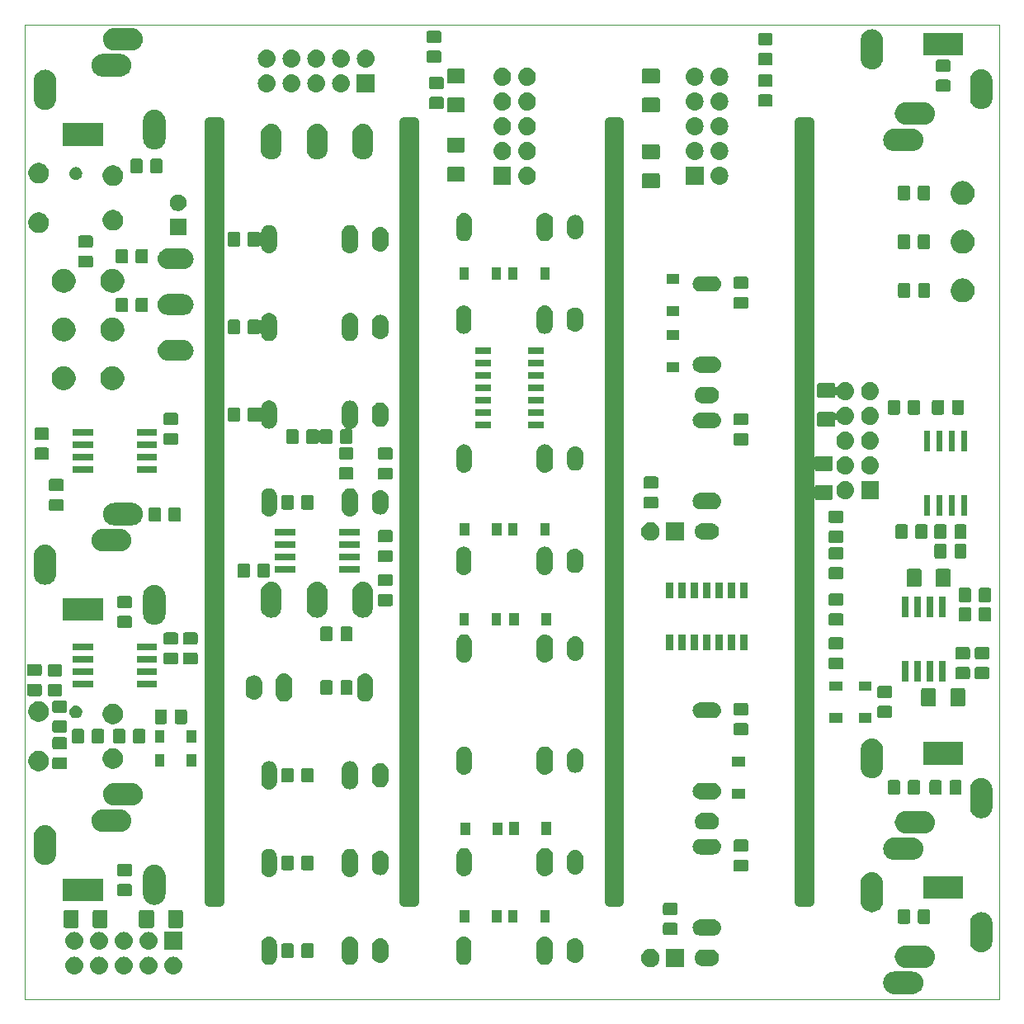
<source format=gbr>
%TF.GenerationSoftware,KiCad,Pcbnew,(5.1.0)-1*%
%TF.CreationDate,2019-10-02T21:08:56+02:00*%
%TF.ProjectId,Kicad_LFO_1_2,4b696361-645f-44c4-964f-5f315f322e6b,Rev A*%
%TF.SameCoordinates,Original*%
%TF.FileFunction,Soldermask,Bot*%
%TF.FilePolarity,Negative*%
%FSLAX46Y46*%
G04 Gerber Fmt 4.6, Leading zero omitted, Abs format (unit mm)*
G04 Created by KiCad (PCBNEW (5.1.0)-1) date 2019-10-02 21:08:56*
%MOMM*%
%LPD*%
G04 APERTURE LIST*
%ADD10C,1.000000*%
%ADD11C,0.050000*%
%ADD12C,0.150000*%
G04 APERTURE END LIST*
D10*
X111000000Y-60000000D02*
X111000000Y-140000000D01*
X110000000Y-140000000D02*
X111000000Y-140000000D01*
X110000000Y-60000000D02*
X111000000Y-60000000D01*
X110000000Y-140000000D02*
X110000000Y-60000000D01*
X129500000Y-140000000D02*
X130500000Y-140000000D01*
X130500000Y-60000000D02*
X130500000Y-140000000D01*
X129500000Y-60000000D02*
X130500000Y-60000000D01*
X129500000Y-140000000D02*
X129500000Y-60000000D01*
X90000000Y-60000000D02*
X90000000Y-140000000D01*
X89000000Y-60000000D02*
X90000000Y-60000000D01*
X89000000Y-140000000D02*
X90000000Y-140000000D01*
X89000000Y-140000000D02*
X89000000Y-60000000D01*
X69000000Y-60000000D02*
X70000000Y-60000000D01*
X69000000Y-140000000D02*
X69000000Y-60000000D01*
X69000000Y-140000000D02*
X70000000Y-140000000D01*
X70000000Y-60000000D02*
X70000000Y-140000000D01*
D11*
X150000000Y-50000000D02*
X50000000Y-50000000D01*
X150000000Y-150000000D02*
X150000000Y-50000000D01*
X50000000Y-150000000D02*
X150000000Y-150000000D01*
X50000000Y-50000000D02*
X50000000Y-150000000D01*
D12*
G36*
X141219271Y-147160103D02*
G01*
X141275635Y-147165654D01*
X141492600Y-147231470D01*
X141492602Y-147231471D01*
X141692555Y-147338347D01*
X141867818Y-147482182D01*
X142011653Y-147657445D01*
X142118529Y-147857398D01*
X142184346Y-148074366D01*
X142206569Y-148300000D01*
X142184346Y-148525634D01*
X142118529Y-148742602D01*
X142011653Y-148942555D01*
X141867818Y-149117818D01*
X141692555Y-149261653D01*
X141492602Y-149368529D01*
X141492600Y-149368530D01*
X141275635Y-149434346D01*
X141219271Y-149439897D01*
X141106545Y-149451000D01*
X139193455Y-149451000D01*
X139080729Y-149439897D01*
X139024365Y-149434346D01*
X138807400Y-149368530D01*
X138807398Y-149368529D01*
X138607445Y-149261653D01*
X138432182Y-149117818D01*
X138288347Y-148942555D01*
X138181471Y-148742602D01*
X138115654Y-148525634D01*
X138093431Y-148300000D01*
X138115654Y-148074366D01*
X138181471Y-147857398D01*
X138288347Y-147657445D01*
X138432182Y-147482182D01*
X138607445Y-147338347D01*
X138807398Y-147231471D01*
X138807400Y-147231470D01*
X139024365Y-147165654D01*
X139080729Y-147160103D01*
X139193455Y-147149000D01*
X141106545Y-147149000D01*
X141219271Y-147160103D01*
X141219271Y-147160103D01*
G37*
G36*
X65429294Y-145638633D02*
G01*
X65601695Y-145690931D01*
X65760583Y-145775858D01*
X65899849Y-145890151D01*
X66014142Y-146029417D01*
X66099069Y-146188305D01*
X66151367Y-146360706D01*
X66169025Y-146540000D01*
X66151367Y-146719294D01*
X66099069Y-146891695D01*
X66014142Y-147050583D01*
X65899849Y-147189849D01*
X65760583Y-147304142D01*
X65601695Y-147389069D01*
X65429294Y-147441367D01*
X65294931Y-147454600D01*
X65205069Y-147454600D01*
X65070706Y-147441367D01*
X64898305Y-147389069D01*
X64739417Y-147304142D01*
X64600151Y-147189849D01*
X64485858Y-147050583D01*
X64400931Y-146891695D01*
X64348633Y-146719294D01*
X64330975Y-146540000D01*
X64348633Y-146360706D01*
X64400931Y-146188305D01*
X64485858Y-146029417D01*
X64600151Y-145890151D01*
X64739417Y-145775858D01*
X64898305Y-145690931D01*
X65070706Y-145638633D01*
X65205069Y-145625400D01*
X65294931Y-145625400D01*
X65429294Y-145638633D01*
X65429294Y-145638633D01*
G37*
G36*
X55269294Y-145638633D02*
G01*
X55441695Y-145690931D01*
X55600583Y-145775858D01*
X55739849Y-145890151D01*
X55854142Y-146029417D01*
X55939069Y-146188305D01*
X55991367Y-146360706D01*
X56009025Y-146540000D01*
X55991367Y-146719294D01*
X55939069Y-146891695D01*
X55854142Y-147050583D01*
X55739849Y-147189849D01*
X55600583Y-147304142D01*
X55441695Y-147389069D01*
X55269294Y-147441367D01*
X55134931Y-147454600D01*
X55045069Y-147454600D01*
X54910706Y-147441367D01*
X54738305Y-147389069D01*
X54579417Y-147304142D01*
X54440151Y-147189849D01*
X54325858Y-147050583D01*
X54240931Y-146891695D01*
X54188633Y-146719294D01*
X54170975Y-146540000D01*
X54188633Y-146360706D01*
X54240931Y-146188305D01*
X54325858Y-146029417D01*
X54440151Y-145890151D01*
X54579417Y-145775858D01*
X54738305Y-145690931D01*
X54910706Y-145638633D01*
X55045069Y-145625400D01*
X55134931Y-145625400D01*
X55269294Y-145638633D01*
X55269294Y-145638633D01*
G37*
G36*
X57809294Y-145638633D02*
G01*
X57981695Y-145690931D01*
X58140583Y-145775858D01*
X58279849Y-145890151D01*
X58394142Y-146029417D01*
X58479069Y-146188305D01*
X58531367Y-146360706D01*
X58549025Y-146540000D01*
X58531367Y-146719294D01*
X58479069Y-146891695D01*
X58394142Y-147050583D01*
X58279849Y-147189849D01*
X58140583Y-147304142D01*
X57981695Y-147389069D01*
X57809294Y-147441367D01*
X57674931Y-147454600D01*
X57585069Y-147454600D01*
X57450706Y-147441367D01*
X57278305Y-147389069D01*
X57119417Y-147304142D01*
X56980151Y-147189849D01*
X56865858Y-147050583D01*
X56780931Y-146891695D01*
X56728633Y-146719294D01*
X56710975Y-146540000D01*
X56728633Y-146360706D01*
X56780931Y-146188305D01*
X56865858Y-146029417D01*
X56980151Y-145890151D01*
X57119417Y-145775858D01*
X57278305Y-145690931D01*
X57450706Y-145638633D01*
X57585069Y-145625400D01*
X57674931Y-145625400D01*
X57809294Y-145638633D01*
X57809294Y-145638633D01*
G37*
G36*
X62889294Y-145638633D02*
G01*
X63061695Y-145690931D01*
X63220583Y-145775858D01*
X63359849Y-145890151D01*
X63474142Y-146029417D01*
X63559069Y-146188305D01*
X63611367Y-146360706D01*
X63629025Y-146540000D01*
X63611367Y-146719294D01*
X63559069Y-146891695D01*
X63474142Y-147050583D01*
X63359849Y-147189849D01*
X63220583Y-147304142D01*
X63061695Y-147389069D01*
X62889294Y-147441367D01*
X62754931Y-147454600D01*
X62665069Y-147454600D01*
X62530706Y-147441367D01*
X62358305Y-147389069D01*
X62199417Y-147304142D01*
X62060151Y-147189849D01*
X61945858Y-147050583D01*
X61860931Y-146891695D01*
X61808633Y-146719294D01*
X61790975Y-146540000D01*
X61808633Y-146360706D01*
X61860931Y-146188305D01*
X61945858Y-146029417D01*
X62060151Y-145890151D01*
X62199417Y-145775858D01*
X62358305Y-145690931D01*
X62530706Y-145638633D01*
X62665069Y-145625400D01*
X62754931Y-145625400D01*
X62889294Y-145638633D01*
X62889294Y-145638633D01*
G37*
G36*
X60349294Y-145638633D02*
G01*
X60521695Y-145690931D01*
X60680583Y-145775858D01*
X60819849Y-145890151D01*
X60934142Y-146029417D01*
X61019069Y-146188305D01*
X61071367Y-146360706D01*
X61089025Y-146540000D01*
X61071367Y-146719294D01*
X61019069Y-146891695D01*
X60934142Y-147050583D01*
X60819849Y-147189849D01*
X60680583Y-147304142D01*
X60521695Y-147389069D01*
X60349294Y-147441367D01*
X60214931Y-147454600D01*
X60125069Y-147454600D01*
X59990706Y-147441367D01*
X59818305Y-147389069D01*
X59659417Y-147304142D01*
X59520151Y-147189849D01*
X59405858Y-147050583D01*
X59320931Y-146891695D01*
X59268633Y-146719294D01*
X59250975Y-146540000D01*
X59268633Y-146360706D01*
X59320931Y-146188305D01*
X59405858Y-146029417D01*
X59520151Y-145890151D01*
X59659417Y-145775858D01*
X59818305Y-145690931D01*
X59990706Y-145638633D01*
X60125069Y-145625400D01*
X60214931Y-145625400D01*
X60349294Y-145638633D01*
X60349294Y-145638633D01*
G37*
G36*
X142419271Y-144460103D02*
G01*
X142475635Y-144465654D01*
X142692600Y-144531470D01*
X142692602Y-144531471D01*
X142892555Y-144638347D01*
X143067818Y-144782182D01*
X143211653Y-144957445D01*
X143311246Y-145143773D01*
X143318530Y-145157400D01*
X143384346Y-145374365D01*
X143406569Y-145600000D01*
X143384346Y-145825635D01*
X143344190Y-145958012D01*
X143318529Y-146042602D01*
X143211653Y-146242555D01*
X143067818Y-146417818D01*
X142892555Y-146561653D01*
X142700228Y-146664453D01*
X142692600Y-146668530D01*
X142475635Y-146734346D01*
X142419271Y-146739897D01*
X142306545Y-146751000D01*
X140393455Y-146751000D01*
X140280729Y-146739897D01*
X140224365Y-146734346D01*
X140007400Y-146668530D01*
X139999772Y-146664453D01*
X139807445Y-146561653D01*
X139632182Y-146417818D01*
X139488347Y-146242555D01*
X139381471Y-146042602D01*
X139355811Y-145958012D01*
X139315654Y-145825635D01*
X139293431Y-145600000D01*
X139315654Y-145374365D01*
X139381470Y-145157400D01*
X139388754Y-145143773D01*
X139488347Y-144957445D01*
X139632182Y-144782182D01*
X139807445Y-144638347D01*
X140007398Y-144531471D01*
X140007400Y-144531470D01*
X140224365Y-144465654D01*
X140280729Y-144460103D01*
X140393455Y-144449000D01*
X142306545Y-144449000D01*
X142419271Y-144460103D01*
X142419271Y-144460103D01*
G37*
G36*
X117701000Y-146701000D02*
G01*
X115799000Y-146701000D01*
X115799000Y-144799000D01*
X117701000Y-144799000D01*
X117701000Y-146701000D01*
X117701000Y-146701000D01*
G37*
G36*
X114487395Y-144835546D02*
G01*
X114660466Y-144907234D01*
X114660467Y-144907235D01*
X114816227Y-145011310D01*
X114948690Y-145143773D01*
X114948691Y-145143775D01*
X115052766Y-145299534D01*
X115124454Y-145472605D01*
X115161000Y-145656333D01*
X115161000Y-145843667D01*
X115124454Y-146027395D01*
X115052766Y-146200466D01*
X115024643Y-146242555D01*
X114948690Y-146356227D01*
X114816227Y-146488690D01*
X114739436Y-146540000D01*
X114660466Y-146592766D01*
X114487395Y-146664454D01*
X114303667Y-146701000D01*
X114116333Y-146701000D01*
X113932605Y-146664454D01*
X113759534Y-146592766D01*
X113680564Y-146540000D01*
X113603773Y-146488690D01*
X113471310Y-146356227D01*
X113395357Y-146242555D01*
X113367234Y-146200466D01*
X113295546Y-146027395D01*
X113259000Y-145843667D01*
X113259000Y-145656333D01*
X113295546Y-145472605D01*
X113367234Y-145299534D01*
X113471309Y-145143775D01*
X113471310Y-145143773D01*
X113603773Y-145011310D01*
X113759533Y-144907235D01*
X113759534Y-144907234D01*
X113932605Y-144835546D01*
X114116333Y-144799000D01*
X114303667Y-144799000D01*
X114487395Y-144835546D01*
X114487395Y-144835546D01*
G37*
G36*
X120566823Y-144891313D02*
G01*
X120727242Y-144939976D01*
X120859906Y-145010886D01*
X120875078Y-145018996D01*
X121004659Y-145125341D01*
X121111004Y-145254922D01*
X121111005Y-145254924D01*
X121190024Y-145402758D01*
X121238687Y-145563177D01*
X121255117Y-145730000D01*
X121238687Y-145896823D01*
X121190024Y-146057242D01*
X121161287Y-146111005D01*
X121111004Y-146205078D01*
X121004659Y-146334659D01*
X120875078Y-146441004D01*
X120875076Y-146441005D01*
X120727242Y-146520024D01*
X120566823Y-146568687D01*
X120441804Y-146581000D01*
X119558196Y-146581000D01*
X119433177Y-146568687D01*
X119272758Y-146520024D01*
X119124924Y-146441005D01*
X119124922Y-146441004D01*
X118995341Y-146334659D01*
X118888996Y-146205078D01*
X118838713Y-146111005D01*
X118809976Y-146057242D01*
X118761313Y-145896823D01*
X118744883Y-145730000D01*
X118761313Y-145563177D01*
X118809976Y-145402758D01*
X118888995Y-145254924D01*
X118888996Y-145254922D01*
X118995341Y-145125341D01*
X119124922Y-145018996D01*
X119140094Y-145010886D01*
X119272758Y-144939976D01*
X119433177Y-144891313D01*
X119558196Y-144879000D01*
X120441804Y-144879000D01*
X120566823Y-144891313D01*
X120566823Y-144891313D01*
G37*
G36*
X83546822Y-143561313D02*
G01*
X83707241Y-143609976D01*
X83855077Y-143688995D01*
X83967024Y-143780868D01*
X83984659Y-143795341D01*
X84091004Y-143924922D01*
X84091005Y-143924924D01*
X84170024Y-144072758D01*
X84218687Y-144233177D01*
X84231000Y-144358196D01*
X84231000Y-145641804D01*
X84218687Y-145766823D01*
X84170024Y-145927242D01*
X84115410Y-146029417D01*
X84091004Y-146075078D01*
X83984659Y-146204659D01*
X83855078Y-146311004D01*
X83855076Y-146311005D01*
X83707242Y-146390024D01*
X83546823Y-146438687D01*
X83380000Y-146455117D01*
X83213178Y-146438687D01*
X83052759Y-146390024D01*
X82904925Y-146311005D01*
X82904923Y-146311004D01*
X82775342Y-146204659D01*
X82668997Y-146075078D01*
X82644591Y-146029417D01*
X82589977Y-145927242D01*
X82541314Y-145766823D01*
X82529001Y-145641804D01*
X82529000Y-144358197D01*
X82541313Y-144233178D01*
X82589976Y-144072759D01*
X82668995Y-143924923D01*
X82775341Y-143795341D01*
X82836824Y-143744883D01*
X82904922Y-143688996D01*
X82981050Y-143648305D01*
X83052758Y-143609976D01*
X83213177Y-143561313D01*
X83380000Y-143544883D01*
X83546822Y-143561313D01*
X83546822Y-143561313D01*
G37*
G36*
X103521823Y-143561313D02*
G01*
X103682242Y-143609976D01*
X103830078Y-143688995D01*
X103942025Y-143780868D01*
X103959660Y-143795341D01*
X104066005Y-143924922D01*
X104066006Y-143924924D01*
X104145025Y-144072758D01*
X104193688Y-144233177D01*
X104206001Y-144358196D01*
X104206001Y-145641804D01*
X104193688Y-145766823D01*
X104145025Y-145927242D01*
X104090411Y-146029417D01*
X104066005Y-146075078D01*
X103959660Y-146204659D01*
X103830079Y-146311004D01*
X103830077Y-146311005D01*
X103682243Y-146390024D01*
X103521824Y-146438687D01*
X103355001Y-146455117D01*
X103188179Y-146438687D01*
X103027760Y-146390024D01*
X102879926Y-146311005D01*
X102879924Y-146311004D01*
X102750343Y-146204659D01*
X102643998Y-146075078D01*
X102619592Y-146029417D01*
X102564978Y-145927242D01*
X102516315Y-145766823D01*
X102504002Y-145641804D01*
X102504001Y-144358197D01*
X102516314Y-144233178D01*
X102564977Y-144072759D01*
X102643996Y-143924923D01*
X102750342Y-143795341D01*
X102811825Y-143744883D01*
X102879923Y-143688996D01*
X102956051Y-143648305D01*
X103027759Y-143609976D01*
X103188178Y-143561313D01*
X103355001Y-143544883D01*
X103521823Y-143561313D01*
X103521823Y-143561313D01*
G37*
G36*
X75237022Y-143560590D02*
G01*
X75337681Y-143591125D01*
X75388012Y-143606392D01*
X75466423Y-143648304D01*
X75527164Y-143680771D01*
X75649133Y-143780867D01*
X75737871Y-143888995D01*
X75749229Y-143902835D01*
X75823608Y-144041987D01*
X75828023Y-144056542D01*
X75869410Y-144192977D01*
X75881000Y-144310655D01*
X75881000Y-145689345D01*
X75869410Y-145807023D01*
X75858294Y-145843667D01*
X75823608Y-145958013D01*
X75749229Y-146097165D01*
X75649133Y-146219133D01*
X75527165Y-146319229D01*
X75388013Y-146393608D01*
X75337682Y-146408875D01*
X75237023Y-146439410D01*
X75080000Y-146454875D01*
X74922978Y-146439410D01*
X74822319Y-146408875D01*
X74771988Y-146393608D01*
X74632836Y-146319229D01*
X74510868Y-146219133D01*
X74410772Y-146097165D01*
X74336393Y-145958013D01*
X74301707Y-145843667D01*
X74290591Y-145807023D01*
X74279001Y-145689345D01*
X74279000Y-144310656D01*
X74290590Y-144192978D01*
X74336392Y-144041989D01*
X74336392Y-144041988D01*
X74410771Y-143902836D01*
X74478172Y-143820707D01*
X74510867Y-143780867D01*
X74632835Y-143680771D01*
X74693576Y-143648304D01*
X74771987Y-143606392D01*
X74822318Y-143591125D01*
X74922977Y-143560590D01*
X75080000Y-143545125D01*
X75237022Y-143560590D01*
X75237022Y-143560590D01*
G37*
G36*
X95212023Y-143560590D02*
G01*
X95312682Y-143591125D01*
X95363013Y-143606392D01*
X95441424Y-143648304D01*
X95502165Y-143680771D01*
X95624134Y-143780867D01*
X95712872Y-143888995D01*
X95724230Y-143902835D01*
X95798609Y-144041987D01*
X95803024Y-144056542D01*
X95844411Y-144192977D01*
X95856001Y-144310655D01*
X95856001Y-145689345D01*
X95844411Y-145807023D01*
X95833295Y-145843667D01*
X95798609Y-145958013D01*
X95724230Y-146097165D01*
X95624134Y-146219133D01*
X95502166Y-146319229D01*
X95363014Y-146393608D01*
X95312683Y-146408875D01*
X95212024Y-146439410D01*
X95055001Y-146454875D01*
X94897979Y-146439410D01*
X94797320Y-146408875D01*
X94746989Y-146393608D01*
X94607837Y-146319229D01*
X94485869Y-146219133D01*
X94385773Y-146097165D01*
X94311394Y-145958013D01*
X94276708Y-145843667D01*
X94265592Y-145807023D01*
X94254002Y-145689345D01*
X94254001Y-144310656D01*
X94265591Y-144192978D01*
X94311393Y-144041989D01*
X94311393Y-144041988D01*
X94385772Y-143902836D01*
X94453173Y-143820707D01*
X94485868Y-143780867D01*
X94607836Y-143680771D01*
X94668577Y-143648304D01*
X94746988Y-143606392D01*
X94797319Y-143591125D01*
X94897978Y-143560590D01*
X95055001Y-143545125D01*
X95212023Y-143560590D01*
X95212023Y-143560590D01*
G37*
G36*
X106621823Y-143761313D02*
G01*
X106782242Y-143809976D01*
X106930078Y-143888995D01*
X107059660Y-143995341D01*
X107166005Y-144124922D01*
X107166006Y-144124924D01*
X107245025Y-144272758D01*
X107293688Y-144433177D01*
X107306001Y-144558196D01*
X107306001Y-145441803D01*
X107293688Y-145566822D01*
X107245025Y-145727242D01*
X107182794Y-145843667D01*
X107166005Y-145875078D01*
X107059660Y-146004659D01*
X106930079Y-146111004D01*
X106930077Y-146111005D01*
X106782243Y-146190024D01*
X106621824Y-146238687D01*
X106455001Y-146255117D01*
X106288179Y-146238687D01*
X106127760Y-146190024D01*
X105979926Y-146111005D01*
X105979924Y-146111004D01*
X105850343Y-146004659D01*
X105743998Y-145875078D01*
X105727209Y-145843667D01*
X105664978Y-145727242D01*
X105616315Y-145566823D01*
X105604001Y-145441803D01*
X105604001Y-144558197D01*
X105616314Y-144433178D01*
X105664977Y-144272759D01*
X105743996Y-144124923D01*
X105850342Y-143995341D01*
X105936145Y-143924924D01*
X105979923Y-143888996D01*
X105995095Y-143880886D01*
X106127759Y-143809976D01*
X106288178Y-143761313D01*
X106455001Y-143744883D01*
X106621823Y-143761313D01*
X106621823Y-143761313D01*
G37*
G36*
X86646822Y-143761313D02*
G01*
X86807241Y-143809976D01*
X86955077Y-143888995D01*
X87084659Y-143995341D01*
X87191004Y-144124922D01*
X87191005Y-144124924D01*
X87270024Y-144272758D01*
X87318687Y-144433177D01*
X87331000Y-144558196D01*
X87331000Y-145441803D01*
X87318687Y-145566822D01*
X87270024Y-145727242D01*
X87207793Y-145843667D01*
X87191004Y-145875078D01*
X87084659Y-146004659D01*
X86955078Y-146111004D01*
X86955076Y-146111005D01*
X86807242Y-146190024D01*
X86646823Y-146238687D01*
X86480000Y-146255117D01*
X86313178Y-146238687D01*
X86152759Y-146190024D01*
X86004925Y-146111005D01*
X86004923Y-146111004D01*
X85875342Y-146004659D01*
X85768997Y-145875078D01*
X85752208Y-145843667D01*
X85689977Y-145727242D01*
X85641314Y-145566823D01*
X85629000Y-145441803D01*
X85629000Y-144558197D01*
X85641313Y-144433178D01*
X85689976Y-144272759D01*
X85768995Y-144124923D01*
X85875341Y-143995341D01*
X85961144Y-143924924D01*
X86004922Y-143888996D01*
X86020094Y-143880886D01*
X86152758Y-143809976D01*
X86313177Y-143761313D01*
X86480000Y-143744883D01*
X86646822Y-143761313D01*
X86646822Y-143761313D01*
G37*
G36*
X79488674Y-144253465D02*
G01*
X79526367Y-144264899D01*
X79561103Y-144283466D01*
X79591548Y-144308452D01*
X79616534Y-144338897D01*
X79635101Y-144373633D01*
X79646535Y-144411326D01*
X79651000Y-144456661D01*
X79651000Y-145543339D01*
X79646535Y-145588674D01*
X79635101Y-145626367D01*
X79616534Y-145661103D01*
X79591548Y-145691548D01*
X79561103Y-145716534D01*
X79526367Y-145735101D01*
X79488674Y-145746535D01*
X79443339Y-145751000D01*
X78606661Y-145751000D01*
X78561326Y-145746535D01*
X78523633Y-145735101D01*
X78488897Y-145716534D01*
X78458452Y-145691548D01*
X78433466Y-145661103D01*
X78414899Y-145626367D01*
X78403465Y-145588674D01*
X78399000Y-145543339D01*
X78399000Y-144456661D01*
X78403465Y-144411326D01*
X78414899Y-144373633D01*
X78433466Y-144338897D01*
X78458452Y-144308452D01*
X78488897Y-144283466D01*
X78523633Y-144264899D01*
X78561326Y-144253465D01*
X78606661Y-144249000D01*
X79443339Y-144249000D01*
X79488674Y-144253465D01*
X79488674Y-144253465D01*
G37*
G36*
X77438674Y-144253465D02*
G01*
X77476367Y-144264899D01*
X77511103Y-144283466D01*
X77541548Y-144308452D01*
X77566534Y-144338897D01*
X77585101Y-144373633D01*
X77596535Y-144411326D01*
X77601000Y-144456661D01*
X77601000Y-145543339D01*
X77596535Y-145588674D01*
X77585101Y-145626367D01*
X77566534Y-145661103D01*
X77541548Y-145691548D01*
X77511103Y-145716534D01*
X77476367Y-145735101D01*
X77438674Y-145746535D01*
X77393339Y-145751000D01*
X76556661Y-145751000D01*
X76511326Y-145746535D01*
X76473633Y-145735101D01*
X76438897Y-145716534D01*
X76408452Y-145691548D01*
X76383466Y-145661103D01*
X76364899Y-145626367D01*
X76353465Y-145588674D01*
X76349000Y-145543339D01*
X76349000Y-144456661D01*
X76353465Y-144411326D01*
X76364899Y-144373633D01*
X76383466Y-144338897D01*
X76408452Y-144308452D01*
X76438897Y-144283466D01*
X76473633Y-144264899D01*
X76511326Y-144253465D01*
X76556661Y-144249000D01*
X77393339Y-144249000D01*
X77438674Y-144253465D01*
X77438674Y-144253465D01*
G37*
G36*
X148375635Y-141065654D02*
G01*
X148592600Y-141131470D01*
X148592602Y-141131471D01*
X148792555Y-141238347D01*
X148967818Y-141382182D01*
X149111653Y-141557445D01*
X149218529Y-141757398D01*
X149218530Y-141757400D01*
X149267550Y-141918996D01*
X149284346Y-141974366D01*
X149299679Y-142130038D01*
X149301000Y-142143457D01*
X149301000Y-144056543D01*
X149284346Y-144225635D01*
X149221389Y-144433176D01*
X149218529Y-144442602D01*
X149111653Y-144642555D01*
X149032652Y-144738817D01*
X148967818Y-144817818D01*
X148819204Y-144939781D01*
X148792553Y-144961653D01*
X148685273Y-145018995D01*
X148592599Y-145068530D01*
X148375634Y-145134346D01*
X148150000Y-145156569D01*
X147924365Y-145134346D01*
X147707400Y-145068530D01*
X147707398Y-145068529D01*
X147507445Y-144961653D01*
X147370262Y-144849069D01*
X147332182Y-144817818D01*
X147188348Y-144642554D01*
X147186100Y-144638348D01*
X147081471Y-144442601D01*
X147078613Y-144433178D01*
X147015654Y-144225634D01*
X147005735Y-144124922D01*
X146999000Y-144056544D01*
X146999000Y-142143456D01*
X147015655Y-141974366D01*
X147032451Y-141918996D01*
X147081471Y-141757400D01*
X147081472Y-141757398D01*
X147188348Y-141557445D01*
X147332183Y-141382182D01*
X147507446Y-141238347D01*
X147707399Y-141131471D01*
X147707401Y-141131470D01*
X147924366Y-141065654D01*
X148150000Y-141043431D01*
X148375635Y-141065654D01*
X148375635Y-141065654D01*
G37*
G36*
X57809294Y-143098633D02*
G01*
X57981695Y-143150931D01*
X58140583Y-143235858D01*
X58279849Y-143350151D01*
X58394142Y-143489417D01*
X58479069Y-143648305D01*
X58531367Y-143820706D01*
X58549025Y-144000000D01*
X58531367Y-144179294D01*
X58479069Y-144351695D01*
X58394142Y-144510583D01*
X58279849Y-144649849D01*
X58140583Y-144764142D01*
X57981695Y-144849069D01*
X57809294Y-144901367D01*
X57674931Y-144914600D01*
X57585069Y-144914600D01*
X57450706Y-144901367D01*
X57278305Y-144849069D01*
X57119417Y-144764142D01*
X56980151Y-144649849D01*
X56865858Y-144510583D01*
X56780931Y-144351695D01*
X56728633Y-144179294D01*
X56710975Y-144000000D01*
X56728633Y-143820706D01*
X56780931Y-143648305D01*
X56865858Y-143489417D01*
X56980151Y-143350151D01*
X57119417Y-143235858D01*
X57278305Y-143150931D01*
X57450706Y-143098633D01*
X57585069Y-143085400D01*
X57674931Y-143085400D01*
X57809294Y-143098633D01*
X57809294Y-143098633D01*
G37*
G36*
X60349294Y-143098633D02*
G01*
X60521695Y-143150931D01*
X60680583Y-143235858D01*
X60819849Y-143350151D01*
X60934142Y-143489417D01*
X61019069Y-143648305D01*
X61071367Y-143820706D01*
X61089025Y-144000000D01*
X61071367Y-144179294D01*
X61019069Y-144351695D01*
X60934142Y-144510583D01*
X60819849Y-144649849D01*
X60680583Y-144764142D01*
X60521695Y-144849069D01*
X60349294Y-144901367D01*
X60214931Y-144914600D01*
X60125069Y-144914600D01*
X59990706Y-144901367D01*
X59818305Y-144849069D01*
X59659417Y-144764142D01*
X59520151Y-144649849D01*
X59405858Y-144510583D01*
X59320931Y-144351695D01*
X59268633Y-144179294D01*
X59250975Y-144000000D01*
X59268633Y-143820706D01*
X59320931Y-143648305D01*
X59405858Y-143489417D01*
X59520151Y-143350151D01*
X59659417Y-143235858D01*
X59818305Y-143150931D01*
X59990706Y-143098633D01*
X60125069Y-143085400D01*
X60214931Y-143085400D01*
X60349294Y-143098633D01*
X60349294Y-143098633D01*
G37*
G36*
X55269294Y-143098633D02*
G01*
X55441695Y-143150931D01*
X55600583Y-143235858D01*
X55739849Y-143350151D01*
X55854142Y-143489417D01*
X55939069Y-143648305D01*
X55991367Y-143820706D01*
X56009025Y-144000000D01*
X55991367Y-144179294D01*
X55939069Y-144351695D01*
X55854142Y-144510583D01*
X55739849Y-144649849D01*
X55600583Y-144764142D01*
X55441695Y-144849069D01*
X55269294Y-144901367D01*
X55134931Y-144914600D01*
X55045069Y-144914600D01*
X54910706Y-144901367D01*
X54738305Y-144849069D01*
X54579417Y-144764142D01*
X54440151Y-144649849D01*
X54325858Y-144510583D01*
X54240931Y-144351695D01*
X54188633Y-144179294D01*
X54170975Y-144000000D01*
X54188633Y-143820706D01*
X54240931Y-143648305D01*
X54325858Y-143489417D01*
X54440151Y-143350151D01*
X54579417Y-143235858D01*
X54738305Y-143150931D01*
X54910706Y-143098633D01*
X55045069Y-143085400D01*
X55134931Y-143085400D01*
X55269294Y-143098633D01*
X55269294Y-143098633D01*
G37*
G36*
X66164600Y-144914600D02*
G01*
X64335400Y-144914600D01*
X64335400Y-143085400D01*
X66164600Y-143085400D01*
X66164600Y-144914600D01*
X66164600Y-144914600D01*
G37*
G36*
X62889294Y-143098633D02*
G01*
X63061695Y-143150931D01*
X63220583Y-143235858D01*
X63359849Y-143350151D01*
X63474142Y-143489417D01*
X63559069Y-143648305D01*
X63611367Y-143820706D01*
X63629025Y-144000000D01*
X63611367Y-144179294D01*
X63559069Y-144351695D01*
X63474142Y-144510583D01*
X63359849Y-144649849D01*
X63220583Y-144764142D01*
X63061695Y-144849069D01*
X62889294Y-144901367D01*
X62754931Y-144914600D01*
X62665069Y-144914600D01*
X62530706Y-144901367D01*
X62358305Y-144849069D01*
X62199417Y-144764142D01*
X62060151Y-144649849D01*
X61945858Y-144510583D01*
X61860931Y-144351695D01*
X61808633Y-144179294D01*
X61790975Y-144000000D01*
X61808633Y-143820706D01*
X61860931Y-143648305D01*
X61945858Y-143489417D01*
X62060151Y-143350151D01*
X62199417Y-143235858D01*
X62358305Y-143150931D01*
X62530706Y-143098633D01*
X62665069Y-143085400D01*
X62754931Y-143085400D01*
X62889294Y-143098633D01*
X62889294Y-143098633D01*
G37*
G36*
X120766823Y-141791313D02*
G01*
X120927242Y-141839976D01*
X121059906Y-141910886D01*
X121075078Y-141918996D01*
X121204659Y-142025341D01*
X121311004Y-142154922D01*
X121311005Y-142154924D01*
X121390024Y-142302758D01*
X121390025Y-142302761D01*
X121399083Y-142332620D01*
X121438687Y-142463177D01*
X121455117Y-142630000D01*
X121438687Y-142796823D01*
X121390024Y-142957242D01*
X121321522Y-143085400D01*
X121311004Y-143105078D01*
X121204659Y-143234659D01*
X121075078Y-143341004D01*
X121075076Y-143341005D01*
X120927242Y-143420024D01*
X120766823Y-143468687D01*
X120641804Y-143481000D01*
X119358196Y-143481000D01*
X119233177Y-143468687D01*
X119072758Y-143420024D01*
X118924924Y-143341005D01*
X118924922Y-143341004D01*
X118795341Y-143234659D01*
X118688996Y-143105078D01*
X118678478Y-143085400D01*
X118609976Y-142957242D01*
X118561313Y-142796823D01*
X118544883Y-142630000D01*
X118561313Y-142463177D01*
X118600917Y-142332620D01*
X118609975Y-142302761D01*
X118609976Y-142302758D01*
X118688995Y-142154924D01*
X118688996Y-142154922D01*
X118795341Y-142025341D01*
X118924922Y-141918996D01*
X118940094Y-141910886D01*
X119072758Y-141839976D01*
X119233177Y-141791313D01*
X119358196Y-141779000D01*
X120641804Y-141779000D01*
X120766823Y-141791313D01*
X120766823Y-141791313D01*
G37*
G36*
X116838674Y-142153465D02*
G01*
X116876367Y-142164899D01*
X116911103Y-142183466D01*
X116941548Y-142208452D01*
X116966534Y-142238897D01*
X116985101Y-142273633D01*
X116996535Y-142311326D01*
X117001000Y-142356661D01*
X117001000Y-143193339D01*
X116996535Y-143238674D01*
X116985101Y-143276367D01*
X116966534Y-143311103D01*
X116941548Y-143341548D01*
X116911103Y-143366534D01*
X116876367Y-143385101D01*
X116838674Y-143396535D01*
X116793339Y-143401000D01*
X115706661Y-143401000D01*
X115661326Y-143396535D01*
X115623633Y-143385101D01*
X115588897Y-143366534D01*
X115558452Y-143341548D01*
X115533466Y-143311103D01*
X115514899Y-143276367D01*
X115503465Y-143238674D01*
X115499000Y-143193339D01*
X115499000Y-142356661D01*
X115503465Y-142311326D01*
X115514899Y-142273633D01*
X115533466Y-142238897D01*
X115558452Y-142208452D01*
X115588897Y-142183466D01*
X115623633Y-142164899D01*
X115661326Y-142153465D01*
X115706661Y-142149000D01*
X116793339Y-142149000D01*
X116838674Y-142153465D01*
X116838674Y-142153465D01*
G37*
G36*
X58363062Y-140828181D02*
G01*
X58397981Y-140838774D01*
X58430163Y-140855976D01*
X58458373Y-140879127D01*
X58481524Y-140907337D01*
X58498726Y-140939519D01*
X58509319Y-140974438D01*
X58513500Y-141016895D01*
X58513500Y-142483105D01*
X58509319Y-142525562D01*
X58498726Y-142560481D01*
X58481524Y-142592663D01*
X58458373Y-142620873D01*
X58430163Y-142644024D01*
X58397981Y-142661226D01*
X58363062Y-142671819D01*
X58320605Y-142676000D01*
X57179395Y-142676000D01*
X57136938Y-142671819D01*
X57102019Y-142661226D01*
X57069837Y-142644024D01*
X57041627Y-142620873D01*
X57018476Y-142592663D01*
X57001274Y-142560481D01*
X56990681Y-142525562D01*
X56986500Y-142483105D01*
X56986500Y-141016895D01*
X56990681Y-140974438D01*
X57001274Y-140939519D01*
X57018476Y-140907337D01*
X57041627Y-140879127D01*
X57069837Y-140855976D01*
X57102019Y-140838774D01*
X57136938Y-140828181D01*
X57179395Y-140824000D01*
X58320605Y-140824000D01*
X58363062Y-140828181D01*
X58363062Y-140828181D01*
G37*
G36*
X55388062Y-140828181D02*
G01*
X55422981Y-140838774D01*
X55455163Y-140855976D01*
X55483373Y-140879127D01*
X55506524Y-140907337D01*
X55523726Y-140939519D01*
X55534319Y-140974438D01*
X55538500Y-141016895D01*
X55538500Y-142483105D01*
X55534319Y-142525562D01*
X55523726Y-142560481D01*
X55506524Y-142592663D01*
X55483373Y-142620873D01*
X55455163Y-142644024D01*
X55422981Y-142661226D01*
X55388062Y-142671819D01*
X55345605Y-142676000D01*
X54204395Y-142676000D01*
X54161938Y-142671819D01*
X54127019Y-142661226D01*
X54094837Y-142644024D01*
X54066627Y-142620873D01*
X54043476Y-142592663D01*
X54026274Y-142560481D01*
X54015681Y-142525562D01*
X54011500Y-142483105D01*
X54011500Y-141016895D01*
X54015681Y-140974438D01*
X54026274Y-140939519D01*
X54043476Y-140907337D01*
X54066627Y-140879127D01*
X54094837Y-140855976D01*
X54127019Y-140838774D01*
X54161938Y-140828181D01*
X54204395Y-140824000D01*
X55345605Y-140824000D01*
X55388062Y-140828181D01*
X55388062Y-140828181D01*
G37*
G36*
X63113062Y-140828181D02*
G01*
X63147981Y-140838774D01*
X63180163Y-140855976D01*
X63208373Y-140879127D01*
X63231524Y-140907337D01*
X63248726Y-140939519D01*
X63259319Y-140974438D01*
X63263500Y-141016895D01*
X63263500Y-142483105D01*
X63259319Y-142525562D01*
X63248726Y-142560481D01*
X63231524Y-142592663D01*
X63208373Y-142620873D01*
X63180163Y-142644024D01*
X63147981Y-142661226D01*
X63113062Y-142671819D01*
X63070605Y-142676000D01*
X61929395Y-142676000D01*
X61886938Y-142671819D01*
X61852019Y-142661226D01*
X61819837Y-142644024D01*
X61791627Y-142620873D01*
X61768476Y-142592663D01*
X61751274Y-142560481D01*
X61740681Y-142525562D01*
X61736500Y-142483105D01*
X61736500Y-141016895D01*
X61740681Y-140974438D01*
X61751274Y-140939519D01*
X61768476Y-140907337D01*
X61791627Y-140879127D01*
X61819837Y-140855976D01*
X61852019Y-140838774D01*
X61886938Y-140828181D01*
X61929395Y-140824000D01*
X63070605Y-140824000D01*
X63113062Y-140828181D01*
X63113062Y-140828181D01*
G37*
G36*
X66088062Y-140828181D02*
G01*
X66122981Y-140838774D01*
X66155163Y-140855976D01*
X66183373Y-140879127D01*
X66206524Y-140907337D01*
X66223726Y-140939519D01*
X66234319Y-140974438D01*
X66238500Y-141016895D01*
X66238500Y-142483105D01*
X66234319Y-142525562D01*
X66223726Y-142560481D01*
X66206524Y-142592663D01*
X66183373Y-142620873D01*
X66155163Y-142644024D01*
X66122981Y-142661226D01*
X66088062Y-142671819D01*
X66045605Y-142676000D01*
X64904395Y-142676000D01*
X64861938Y-142671819D01*
X64827019Y-142661226D01*
X64794837Y-142644024D01*
X64766627Y-142620873D01*
X64743476Y-142592663D01*
X64726274Y-142560481D01*
X64715681Y-142525562D01*
X64711500Y-142483105D01*
X64711500Y-141016895D01*
X64715681Y-140974438D01*
X64726274Y-140939519D01*
X64743476Y-140907337D01*
X64766627Y-140879127D01*
X64794837Y-140855976D01*
X64827019Y-140838774D01*
X64861938Y-140828181D01*
X64904395Y-140824000D01*
X66045605Y-140824000D01*
X66088062Y-140828181D01*
X66088062Y-140828181D01*
G37*
G36*
X140688674Y-140753465D02*
G01*
X140726367Y-140764899D01*
X140761103Y-140783466D01*
X140791548Y-140808452D01*
X140816534Y-140838897D01*
X140835101Y-140873633D01*
X140846535Y-140911326D01*
X140851000Y-140956661D01*
X140851000Y-142043339D01*
X140846535Y-142088674D01*
X140835101Y-142126367D01*
X140816534Y-142161103D01*
X140791548Y-142191548D01*
X140761103Y-142216534D01*
X140726367Y-142235101D01*
X140688674Y-142246535D01*
X140643339Y-142251000D01*
X139806661Y-142251000D01*
X139761326Y-142246535D01*
X139723633Y-142235101D01*
X139688897Y-142216534D01*
X139658452Y-142191548D01*
X139633466Y-142161103D01*
X139614899Y-142126367D01*
X139603465Y-142088674D01*
X139599000Y-142043339D01*
X139599000Y-140956661D01*
X139603465Y-140911326D01*
X139614899Y-140873633D01*
X139633466Y-140838897D01*
X139658452Y-140808452D01*
X139688897Y-140783466D01*
X139723633Y-140764899D01*
X139761326Y-140753465D01*
X139806661Y-140749000D01*
X140643339Y-140749000D01*
X140688674Y-140753465D01*
X140688674Y-140753465D01*
G37*
G36*
X142738674Y-140753465D02*
G01*
X142776367Y-140764899D01*
X142811103Y-140783466D01*
X142841548Y-140808452D01*
X142866534Y-140838897D01*
X142885101Y-140873633D01*
X142896535Y-140911326D01*
X142901000Y-140956661D01*
X142901000Y-142043339D01*
X142896535Y-142088674D01*
X142885101Y-142126367D01*
X142866534Y-142161103D01*
X142841548Y-142191548D01*
X142811103Y-142216534D01*
X142776367Y-142235101D01*
X142738674Y-142246535D01*
X142693339Y-142251000D01*
X141856661Y-142251000D01*
X141811326Y-142246535D01*
X141773633Y-142235101D01*
X141738897Y-142216534D01*
X141708452Y-142191548D01*
X141683466Y-142161103D01*
X141664899Y-142126367D01*
X141653465Y-142088674D01*
X141649000Y-142043339D01*
X141649000Y-140956661D01*
X141653465Y-140911326D01*
X141664899Y-140873633D01*
X141683466Y-140838897D01*
X141708452Y-140808452D01*
X141738897Y-140783466D01*
X141773633Y-140764899D01*
X141811326Y-140753465D01*
X141856661Y-140749000D01*
X142693339Y-140749000D01*
X142738674Y-140753465D01*
X142738674Y-140753465D01*
G37*
G36*
X95676001Y-142151000D02*
G01*
X94674001Y-142151000D01*
X94674001Y-140849000D01*
X95676001Y-140849000D01*
X95676001Y-142151000D01*
X95676001Y-142151000D01*
G37*
G36*
X100601000Y-142151000D02*
G01*
X99599000Y-142151000D01*
X99599000Y-140849000D01*
X100601000Y-140849000D01*
X100601000Y-142151000D01*
X100601000Y-142151000D01*
G37*
G36*
X103901000Y-142151000D02*
G01*
X102899000Y-142151000D01*
X102899000Y-140849000D01*
X103901000Y-140849000D01*
X103901000Y-142151000D01*
X103901000Y-142151000D01*
G37*
G36*
X98976001Y-142151000D02*
G01*
X97974001Y-142151000D01*
X97974001Y-140849000D01*
X98976001Y-140849000D01*
X98976001Y-142151000D01*
X98976001Y-142151000D01*
G37*
G36*
X116838674Y-140103465D02*
G01*
X116876367Y-140114899D01*
X116911103Y-140133466D01*
X116941548Y-140158452D01*
X116966534Y-140188897D01*
X116985101Y-140223633D01*
X116996535Y-140261326D01*
X117001000Y-140306661D01*
X117001000Y-141143339D01*
X116996535Y-141188674D01*
X116985101Y-141226367D01*
X116966534Y-141261103D01*
X116941548Y-141291548D01*
X116911103Y-141316534D01*
X116876367Y-141335101D01*
X116838674Y-141346535D01*
X116793339Y-141351000D01*
X115706661Y-141351000D01*
X115661326Y-141346535D01*
X115623633Y-141335101D01*
X115588897Y-141316534D01*
X115558452Y-141291548D01*
X115533466Y-141261103D01*
X115514899Y-141226367D01*
X115503465Y-141188674D01*
X115499000Y-141143339D01*
X115499000Y-140306661D01*
X115503465Y-140261326D01*
X115514899Y-140223633D01*
X115533466Y-140188897D01*
X115558452Y-140158452D01*
X115588897Y-140133466D01*
X115623633Y-140114899D01*
X115661326Y-140103465D01*
X115706661Y-140099000D01*
X116793339Y-140099000D01*
X116838674Y-140103465D01*
X116838674Y-140103465D01*
G37*
G36*
X137175635Y-136965654D02*
G01*
X137392600Y-137031470D01*
X137392602Y-137031471D01*
X137592555Y-137138347D01*
X137767818Y-137282182D01*
X137911653Y-137457445D01*
X137987315Y-137599000D01*
X138018530Y-137657400D01*
X138084346Y-137874365D01*
X138101000Y-138043457D01*
X138101000Y-139956543D01*
X138084346Y-140125635D01*
X138025970Y-140318075D01*
X138018529Y-140342602D01*
X137911653Y-140542555D01*
X137832652Y-140638817D01*
X137767818Y-140717818D01*
X137632161Y-140829148D01*
X137592553Y-140861653D01*
X137393450Y-140968075D01*
X137392599Y-140968530D01*
X137175634Y-141034346D01*
X136950000Y-141056569D01*
X136724365Y-141034346D01*
X136507400Y-140968530D01*
X136506549Y-140968075D01*
X136307445Y-140861653D01*
X136189551Y-140764899D01*
X136132182Y-140717818D01*
X135988348Y-140542554D01*
X135881470Y-140342599D01*
X135815654Y-140125634D01*
X135810103Y-140069270D01*
X135799000Y-139956544D01*
X135799000Y-138043456D01*
X135815655Y-137874366D01*
X135881472Y-137657398D01*
X135988348Y-137457445D01*
X136132183Y-137282182D01*
X136307446Y-137138347D01*
X136507399Y-137031471D01*
X136507401Y-137031470D01*
X136724366Y-136965654D01*
X136950000Y-136943431D01*
X137175635Y-136965654D01*
X137175635Y-136965654D01*
G37*
G36*
X63525634Y-136215654D02*
G01*
X63742599Y-136281470D01*
X63742601Y-136281471D01*
X63942553Y-136388347D01*
X63942555Y-136388348D01*
X63942554Y-136388348D01*
X64117818Y-136532182D01*
X64182652Y-136611183D01*
X64261653Y-136707445D01*
X64356611Y-136885101D01*
X64368530Y-136907400D01*
X64419394Y-137075076D01*
X64434346Y-137124366D01*
X64451000Y-137293455D01*
X64451000Y-139206545D01*
X64444123Y-139276367D01*
X64434346Y-139375635D01*
X64426652Y-139401000D01*
X64368529Y-139592602D01*
X64261653Y-139792555D01*
X64117818Y-139967818D01*
X63942555Y-140111653D01*
X63798040Y-140188897D01*
X63742600Y-140218530D01*
X63525635Y-140284346D01*
X63300000Y-140306569D01*
X63074366Y-140284346D01*
X62857401Y-140218530D01*
X62801961Y-140188897D01*
X62657446Y-140111653D01*
X62482183Y-139967818D01*
X62338348Y-139792555D01*
X62231472Y-139592602D01*
X62173350Y-139401000D01*
X62165655Y-139375635D01*
X62149000Y-139206543D01*
X62149000Y-137293458D01*
X62150111Y-137282182D01*
X62165654Y-137124367D01*
X62165654Y-137124366D01*
X62231470Y-136907401D01*
X62237687Y-136895770D01*
X62338347Y-136707447D01*
X62383656Y-136652238D01*
X62482182Y-136532182D01*
X62561183Y-136467348D01*
X62657445Y-136388347D01*
X62857398Y-136281471D01*
X62857400Y-136281470D01*
X63074365Y-136215654D01*
X63300000Y-136193431D01*
X63525634Y-136215654D01*
X63525634Y-136215654D01*
G37*
G36*
X58051000Y-139901000D02*
G01*
X53949000Y-139901000D01*
X53949000Y-137599000D01*
X58051000Y-137599000D01*
X58051000Y-139901000D01*
X58051000Y-139901000D01*
G37*
G36*
X146301000Y-139651000D02*
G01*
X142199000Y-139651000D01*
X142199000Y-137349000D01*
X146301000Y-137349000D01*
X146301000Y-139651000D01*
X146301000Y-139651000D01*
G37*
G36*
X60838674Y-138153465D02*
G01*
X60876367Y-138164899D01*
X60911103Y-138183466D01*
X60941548Y-138208452D01*
X60966534Y-138238897D01*
X60985101Y-138273633D01*
X60996535Y-138311326D01*
X61001000Y-138356661D01*
X61001000Y-139193339D01*
X60996535Y-139238674D01*
X60985101Y-139276367D01*
X60966534Y-139311103D01*
X60941548Y-139341548D01*
X60911103Y-139366534D01*
X60876367Y-139385101D01*
X60838674Y-139396535D01*
X60793339Y-139401000D01*
X59706661Y-139401000D01*
X59661326Y-139396535D01*
X59623633Y-139385101D01*
X59588897Y-139366534D01*
X59558452Y-139341548D01*
X59533466Y-139311103D01*
X59514899Y-139276367D01*
X59503465Y-139238674D01*
X59499000Y-139193339D01*
X59499000Y-138356661D01*
X59503465Y-138311326D01*
X59514899Y-138273633D01*
X59533466Y-138238897D01*
X59558452Y-138208452D01*
X59588897Y-138183466D01*
X59623633Y-138164899D01*
X59661326Y-138153465D01*
X59706661Y-138149000D01*
X60793339Y-138149000D01*
X60838674Y-138153465D01*
X60838674Y-138153465D01*
G37*
G36*
X83546822Y-134561313D02*
G01*
X83707241Y-134609976D01*
X83855077Y-134688995D01*
X83967024Y-134780868D01*
X83984659Y-134795341D01*
X84091004Y-134924922D01*
X84091005Y-134924924D01*
X84170024Y-135072758D01*
X84218687Y-135233177D01*
X84231000Y-135358196D01*
X84231000Y-136641804D01*
X84218687Y-136766823D01*
X84185848Y-136875078D01*
X84177985Y-136901000D01*
X84170024Y-136927242D01*
X84119287Y-137022164D01*
X84091004Y-137075078D01*
X83984659Y-137204659D01*
X83855078Y-137311004D01*
X83855076Y-137311005D01*
X83707242Y-137390024D01*
X83546823Y-137438687D01*
X83380000Y-137455117D01*
X83213178Y-137438687D01*
X83052759Y-137390024D01*
X82904925Y-137311005D01*
X82904923Y-137311004D01*
X82775342Y-137204659D01*
X82668997Y-137075078D01*
X82640714Y-137022164D01*
X82589977Y-136927242D01*
X82582017Y-136901000D01*
X82574153Y-136875078D01*
X82541314Y-136766823D01*
X82529001Y-136641804D01*
X82529000Y-135358197D01*
X82541313Y-135233178D01*
X82589976Y-135072759D01*
X82668995Y-134924923D01*
X82775341Y-134795341D01*
X82792978Y-134780867D01*
X82904922Y-134688996D01*
X82940682Y-134669882D01*
X83052758Y-134609976D01*
X83213177Y-134561313D01*
X83380000Y-134544883D01*
X83546822Y-134561313D01*
X83546822Y-134561313D01*
G37*
G36*
X75237022Y-134560590D02*
G01*
X75297141Y-134578827D01*
X75388012Y-134606392D01*
X75435780Y-134631925D01*
X75527164Y-134680771D01*
X75649133Y-134780867D01*
X75705805Y-134849923D01*
X75749229Y-134902835D01*
X75823608Y-135041987D01*
X75826015Y-135049922D01*
X75869410Y-135192977D01*
X75869410Y-135192979D01*
X75878296Y-135283195D01*
X75881000Y-135310655D01*
X75881000Y-136689345D01*
X75869410Y-136807023D01*
X75848766Y-136875076D01*
X75823608Y-136958013D01*
X75749229Y-137097165D01*
X75649133Y-137219133D01*
X75527165Y-137319229D01*
X75388013Y-137393608D01*
X75337682Y-137408875D01*
X75237023Y-137439410D01*
X75080000Y-137454875D01*
X74922978Y-137439410D01*
X74822319Y-137408875D01*
X74771988Y-137393608D01*
X74632836Y-137319229D01*
X74510868Y-137219133D01*
X74410772Y-137097165D01*
X74336393Y-136958013D01*
X74311235Y-136875076D01*
X74290591Y-136807023D01*
X74279001Y-136689345D01*
X74279000Y-135310656D01*
X74281705Y-135283196D01*
X74284633Y-135253465D01*
X74290590Y-135192978D01*
X74333985Y-135049923D01*
X74336392Y-135041988D01*
X74410771Y-134902836D01*
X74422130Y-134888995D01*
X74510867Y-134780867D01*
X74632835Y-134680771D01*
X74724219Y-134631925D01*
X74771987Y-134606392D01*
X74862858Y-134578827D01*
X74922977Y-134560590D01*
X75080000Y-134545125D01*
X75237022Y-134560590D01*
X75237022Y-134560590D01*
G37*
G36*
X103546822Y-134486312D02*
G01*
X103707241Y-134534975D01*
X103855077Y-134613994D01*
X103967024Y-134705867D01*
X103984659Y-134720340D01*
X104091004Y-134849921D01*
X104091005Y-134849923D01*
X104170024Y-134997757D01*
X104218687Y-135158176D01*
X104231000Y-135283195D01*
X104231000Y-136566803D01*
X104218687Y-136691822D01*
X104170024Y-136852241D01*
X104121282Y-136943431D01*
X104091004Y-137000077D01*
X103984659Y-137129658D01*
X103855078Y-137236003D01*
X103839906Y-137244113D01*
X103707242Y-137315023D01*
X103546823Y-137363686D01*
X103380000Y-137380116D01*
X103213178Y-137363686D01*
X103052759Y-137315023D01*
X102920095Y-137244113D01*
X102904923Y-137236003D01*
X102775342Y-137129658D01*
X102668997Y-137000077D01*
X102638719Y-136943431D01*
X102589977Y-136852241D01*
X102541314Y-136691822D01*
X102529001Y-136566803D01*
X102529000Y-135283196D01*
X102541313Y-135158177D01*
X102589976Y-134997758D01*
X102668995Y-134849922D01*
X102775341Y-134720340D01*
X102816804Y-134686312D01*
X102904922Y-134613995D01*
X102970717Y-134578827D01*
X103052758Y-134534975D01*
X103213177Y-134486312D01*
X103380000Y-134469882D01*
X103546822Y-134486312D01*
X103546822Y-134486312D01*
G37*
G36*
X95237022Y-134485589D02*
G01*
X95337681Y-134516124D01*
X95388012Y-134531391D01*
X95527164Y-134605770D01*
X95649133Y-134705866D01*
X95734573Y-134809976D01*
X95749229Y-134827834D01*
X95823608Y-134966986D01*
X95831378Y-134992600D01*
X95869410Y-135117976D01*
X95869410Y-135117978D01*
X95881000Y-135235653D01*
X95881000Y-136614345D01*
X95877268Y-136652238D01*
X95869410Y-136732022D01*
X95848766Y-136800075D01*
X95823608Y-136883012D01*
X95749229Y-137022164D01*
X95649133Y-137144132D01*
X95527165Y-137244228D01*
X95388013Y-137318607D01*
X95385962Y-137319229D01*
X95237023Y-137364409D01*
X95080000Y-137379874D01*
X94922978Y-137364409D01*
X94774039Y-137319229D01*
X94771988Y-137318607D01*
X94632836Y-137244228D01*
X94510868Y-137144132D01*
X94410772Y-137022164D01*
X94336393Y-136883012D01*
X94311235Y-136800075D01*
X94290591Y-136732022D01*
X94282733Y-136652238D01*
X94279001Y-136614345D01*
X94279000Y-135235654D01*
X94286631Y-135158174D01*
X94290590Y-135117977D01*
X94336392Y-134966988D01*
X94336392Y-134966987D01*
X94410771Y-134827835D01*
X94425428Y-134809975D01*
X94510867Y-134705866D01*
X94632835Y-134605770D01*
X94771987Y-134531391D01*
X94822318Y-134516124D01*
X94922977Y-134485589D01*
X95080000Y-134470124D01*
X95237022Y-134485589D01*
X95237022Y-134485589D01*
G37*
G36*
X60838674Y-136103465D02*
G01*
X60876367Y-136114899D01*
X60911103Y-136133466D01*
X60941548Y-136158452D01*
X60966534Y-136188897D01*
X60985101Y-136223633D01*
X60996535Y-136261326D01*
X61001000Y-136306661D01*
X61001000Y-137143339D01*
X60996535Y-137188674D01*
X60985101Y-137226367D01*
X60966534Y-137261103D01*
X60941548Y-137291548D01*
X60911103Y-137316534D01*
X60876367Y-137335101D01*
X60838674Y-137346535D01*
X60793339Y-137351000D01*
X59706661Y-137351000D01*
X59661326Y-137346535D01*
X59623633Y-137335101D01*
X59588897Y-137316534D01*
X59558452Y-137291548D01*
X59533466Y-137261103D01*
X59514899Y-137226367D01*
X59503465Y-137188674D01*
X59499000Y-137143339D01*
X59499000Y-136306661D01*
X59503465Y-136261326D01*
X59514899Y-136223633D01*
X59533466Y-136188897D01*
X59558452Y-136158452D01*
X59588897Y-136133466D01*
X59623633Y-136114899D01*
X59661326Y-136103465D01*
X59706661Y-136099000D01*
X60793339Y-136099000D01*
X60838674Y-136103465D01*
X60838674Y-136103465D01*
G37*
G36*
X86646822Y-134761313D02*
G01*
X86807241Y-134809976D01*
X86955077Y-134888995D01*
X87050111Y-134966988D01*
X87084659Y-134995341D01*
X87191004Y-135124922D01*
X87191005Y-135124924D01*
X87270024Y-135272758D01*
X87270024Y-135272759D01*
X87270025Y-135272761D01*
X87270897Y-135275635D01*
X87318687Y-135433177D01*
X87331000Y-135558196D01*
X87331000Y-136441803D01*
X87318687Y-136566822D01*
X87270024Y-136727242D01*
X87208926Y-136841548D01*
X87191004Y-136875078D01*
X87084659Y-137004659D01*
X86955078Y-137111004D01*
X86955076Y-137111005D01*
X86807242Y-137190024D01*
X86646823Y-137238687D01*
X86480000Y-137255117D01*
X86313178Y-137238687D01*
X86152759Y-137190024D01*
X86004925Y-137111005D01*
X86004923Y-137111004D01*
X85875342Y-137004659D01*
X85768997Y-136875078D01*
X85751075Y-136841548D01*
X85689977Y-136727242D01*
X85641314Y-136566823D01*
X85629000Y-136441803D01*
X85629000Y-135558197D01*
X85641313Y-135433178D01*
X85686810Y-135283195D01*
X85689975Y-135272762D01*
X85689976Y-135272759D01*
X85768995Y-135124923D01*
X85875341Y-134995341D01*
X85909890Y-134966987D01*
X86004922Y-134888996D01*
X86076008Y-134851000D01*
X86152758Y-134809976D01*
X86313177Y-134761313D01*
X86480000Y-134744883D01*
X86646822Y-134761313D01*
X86646822Y-134761313D01*
G37*
G36*
X106646822Y-134686312D02*
G01*
X106807241Y-134734975D01*
X106955077Y-134813994D01*
X107058818Y-134899133D01*
X107084659Y-134920340D01*
X107191004Y-135049921D01*
X107191005Y-135049923D01*
X107270024Y-135197757D01*
X107318687Y-135358176D01*
X107331000Y-135483195D01*
X107331000Y-136366802D01*
X107318687Y-136491821D01*
X107270024Y-136652241D01*
X107203677Y-136776367D01*
X107191004Y-136800077D01*
X107084659Y-136929658D01*
X106955078Y-137036003D01*
X106955076Y-137036004D01*
X106807242Y-137115023D01*
X106646823Y-137163686D01*
X106480000Y-137180116D01*
X106313178Y-137163686D01*
X106152759Y-137115023D01*
X106004925Y-137036004D01*
X106004923Y-137036003D01*
X105875342Y-136929658D01*
X105768997Y-136800077D01*
X105756324Y-136776367D01*
X105689977Y-136652241D01*
X105641314Y-136491822D01*
X105629000Y-136366802D01*
X105629000Y-135483196D01*
X105641313Y-135358177D01*
X105689976Y-135197758D01*
X105768995Y-135049922D01*
X105875341Y-134920340D01*
X105961144Y-134849923D01*
X106004922Y-134813995D01*
X106020094Y-134805885D01*
X106152758Y-134734975D01*
X106313177Y-134686312D01*
X106480000Y-134669882D01*
X106646822Y-134686312D01*
X106646822Y-134686312D01*
G37*
G36*
X124088674Y-135653465D02*
G01*
X124126367Y-135664899D01*
X124161103Y-135683466D01*
X124191548Y-135708452D01*
X124216534Y-135738897D01*
X124235101Y-135773633D01*
X124246535Y-135811326D01*
X124251000Y-135856661D01*
X124251000Y-136693339D01*
X124246535Y-136738674D01*
X124235101Y-136776367D01*
X124216534Y-136811103D01*
X124191548Y-136841548D01*
X124161103Y-136866534D01*
X124126367Y-136885101D01*
X124088674Y-136896535D01*
X124043339Y-136901000D01*
X122956661Y-136901000D01*
X122911326Y-136896535D01*
X122873633Y-136885101D01*
X122838897Y-136866534D01*
X122808452Y-136841548D01*
X122783466Y-136811103D01*
X122764899Y-136776367D01*
X122753465Y-136738674D01*
X122749000Y-136693339D01*
X122749000Y-135856661D01*
X122753465Y-135811326D01*
X122764899Y-135773633D01*
X122783466Y-135738897D01*
X122808452Y-135708452D01*
X122838897Y-135683466D01*
X122873633Y-135664899D01*
X122911326Y-135653465D01*
X122956661Y-135649000D01*
X124043339Y-135649000D01*
X124088674Y-135653465D01*
X124088674Y-135653465D01*
G37*
G36*
X77438674Y-135253465D02*
G01*
X77476367Y-135264899D01*
X77511103Y-135283466D01*
X77541548Y-135308452D01*
X77566534Y-135338897D01*
X77585101Y-135373633D01*
X77596535Y-135411326D01*
X77601000Y-135456661D01*
X77601000Y-136543339D01*
X77596535Y-136588674D01*
X77585101Y-136626367D01*
X77566534Y-136661103D01*
X77541548Y-136691548D01*
X77511103Y-136716534D01*
X77476367Y-136735101D01*
X77438674Y-136746535D01*
X77393339Y-136751000D01*
X76556661Y-136751000D01*
X76511326Y-136746535D01*
X76473633Y-136735101D01*
X76438897Y-136716534D01*
X76408452Y-136691548D01*
X76383466Y-136661103D01*
X76364899Y-136626367D01*
X76353465Y-136588674D01*
X76349000Y-136543339D01*
X76349000Y-135456661D01*
X76353465Y-135411326D01*
X76364899Y-135373633D01*
X76383466Y-135338897D01*
X76408452Y-135308452D01*
X76438897Y-135283466D01*
X76473633Y-135264899D01*
X76511326Y-135253465D01*
X76556661Y-135249000D01*
X77393339Y-135249000D01*
X77438674Y-135253465D01*
X77438674Y-135253465D01*
G37*
G36*
X79488674Y-135253465D02*
G01*
X79526367Y-135264899D01*
X79561103Y-135283466D01*
X79591548Y-135308452D01*
X79616534Y-135338897D01*
X79635101Y-135373633D01*
X79646535Y-135411326D01*
X79651000Y-135456661D01*
X79651000Y-136543339D01*
X79646535Y-136588674D01*
X79635101Y-136626367D01*
X79616534Y-136661103D01*
X79591548Y-136691548D01*
X79561103Y-136716534D01*
X79526367Y-136735101D01*
X79488674Y-136746535D01*
X79443339Y-136751000D01*
X78606661Y-136751000D01*
X78561326Y-136746535D01*
X78523633Y-136735101D01*
X78488897Y-136716534D01*
X78458452Y-136691548D01*
X78433466Y-136661103D01*
X78414899Y-136626367D01*
X78403465Y-136588674D01*
X78399000Y-136543339D01*
X78399000Y-135456661D01*
X78403465Y-135411326D01*
X78414899Y-135373633D01*
X78433466Y-135338897D01*
X78458452Y-135308452D01*
X78488897Y-135283466D01*
X78523633Y-135264899D01*
X78561326Y-135253465D01*
X78606661Y-135249000D01*
X79443339Y-135249000D01*
X79488674Y-135253465D01*
X79488674Y-135253465D01*
G37*
G36*
X52325634Y-132115654D02*
G01*
X52542599Y-132181470D01*
X52542601Y-132181471D01*
X52742553Y-132288347D01*
X52742555Y-132288348D01*
X52742554Y-132288348D01*
X52917818Y-132432182D01*
X52982652Y-132511183D01*
X53061653Y-132607445D01*
X53165109Y-132801000D01*
X53168530Y-132807400D01*
X53202241Y-132918530D01*
X53234346Y-133024366D01*
X53246819Y-133151000D01*
X53251000Y-133193457D01*
X53251000Y-135106543D01*
X53234346Y-135275635D01*
X53171382Y-135483199D01*
X53168529Y-135492602D01*
X53061653Y-135692555D01*
X52917818Y-135867818D01*
X52742555Y-136011653D01*
X52549393Y-136114899D01*
X52542600Y-136118530D01*
X52325635Y-136184346D01*
X52100000Y-136206569D01*
X51874366Y-136184346D01*
X51657401Y-136118530D01*
X51650608Y-136114899D01*
X51457446Y-136011653D01*
X51282183Y-135867818D01*
X51138348Y-135692555D01*
X51031472Y-135492602D01*
X51028620Y-135483199D01*
X50965655Y-135275635D01*
X50949000Y-135106543D01*
X50949000Y-133193458D01*
X50965654Y-133024366D01*
X51031470Y-132807401D01*
X51078973Y-132718529D01*
X51138347Y-132607447D01*
X51252937Y-132467818D01*
X51282182Y-132432182D01*
X51361183Y-132367348D01*
X51457445Y-132288347D01*
X51657398Y-132181471D01*
X51657400Y-132181470D01*
X51874365Y-132115654D01*
X52100000Y-132093431D01*
X52325634Y-132115654D01*
X52325634Y-132115654D01*
G37*
G36*
X141219271Y-133410103D02*
G01*
X141275635Y-133415654D01*
X141492600Y-133481470D01*
X141492602Y-133481471D01*
X141692555Y-133588347D01*
X141867818Y-133732182D01*
X142011653Y-133907445D01*
X142118529Y-134107398D01*
X142118530Y-134107400D01*
X142184346Y-134324365D01*
X142206569Y-134550000D01*
X142184346Y-134775635D01*
X142126300Y-134966987D01*
X142118529Y-134992602D01*
X142011653Y-135192555D01*
X141867818Y-135367818D01*
X141692555Y-135511653D01*
X141492602Y-135618529D01*
X141492600Y-135618530D01*
X141275635Y-135684346D01*
X141219271Y-135689897D01*
X141106545Y-135701000D01*
X139193455Y-135701000D01*
X139080729Y-135689897D01*
X139024365Y-135684346D01*
X138807400Y-135618530D01*
X138807398Y-135618529D01*
X138607445Y-135511653D01*
X138432182Y-135367818D01*
X138288347Y-135192555D01*
X138181471Y-134992602D01*
X138173701Y-134966987D01*
X138115654Y-134775635D01*
X138093431Y-134550000D01*
X138115654Y-134324365D01*
X138181470Y-134107400D01*
X138181471Y-134107398D01*
X138288347Y-133907445D01*
X138432182Y-133732182D01*
X138607445Y-133588347D01*
X138807398Y-133481471D01*
X138807400Y-133481470D01*
X139024365Y-133415654D01*
X139080729Y-133410103D01*
X139193455Y-133399000D01*
X141106545Y-133399000D01*
X141219271Y-133410103D01*
X141219271Y-133410103D01*
G37*
G36*
X120728571Y-133532863D02*
G01*
X120807023Y-133540590D01*
X120907682Y-133571125D01*
X120958013Y-133586392D01*
X121097165Y-133660771D01*
X121219133Y-133760867D01*
X121319229Y-133882835D01*
X121393608Y-134021987D01*
X121393608Y-134021988D01*
X121439410Y-134172977D01*
X121454875Y-134330000D01*
X121439410Y-134487023D01*
X121425951Y-134531391D01*
X121393608Y-134638013D01*
X121319229Y-134777165D01*
X121219133Y-134899133D01*
X121097165Y-134999229D01*
X120958013Y-135073608D01*
X120907682Y-135088875D01*
X120807023Y-135119410D01*
X120751057Y-135124922D01*
X120689346Y-135131000D01*
X119310654Y-135131000D01*
X119248943Y-135124922D01*
X119192977Y-135119410D01*
X119092318Y-135088875D01*
X119041987Y-135073608D01*
X118902835Y-134999229D01*
X118780867Y-134899133D01*
X118680771Y-134777165D01*
X118606392Y-134638013D01*
X118574049Y-134531391D01*
X118560590Y-134487023D01*
X118545125Y-134330000D01*
X118560590Y-134172977D01*
X118606392Y-134021988D01*
X118606392Y-134021987D01*
X118680771Y-133882835D01*
X118780867Y-133760867D01*
X118902835Y-133660771D01*
X119041987Y-133586392D01*
X119092318Y-133571125D01*
X119192977Y-133540590D01*
X119271429Y-133532863D01*
X119310654Y-133529000D01*
X120689346Y-133529000D01*
X120728571Y-133532863D01*
X120728571Y-133532863D01*
G37*
G36*
X124088674Y-133603465D02*
G01*
X124126367Y-133614899D01*
X124161103Y-133633466D01*
X124191548Y-133658452D01*
X124216534Y-133688897D01*
X124235101Y-133723633D01*
X124246535Y-133761326D01*
X124251000Y-133806661D01*
X124251000Y-134643339D01*
X124246535Y-134688674D01*
X124235101Y-134726367D01*
X124216534Y-134761103D01*
X124191548Y-134791548D01*
X124161103Y-134816534D01*
X124126367Y-134835101D01*
X124088674Y-134846535D01*
X124043339Y-134851000D01*
X122956661Y-134851000D01*
X122911326Y-134846535D01*
X122873633Y-134835101D01*
X122838897Y-134816534D01*
X122808452Y-134791548D01*
X122783466Y-134761103D01*
X122764899Y-134726367D01*
X122753465Y-134688674D01*
X122749000Y-134643339D01*
X122749000Y-133806661D01*
X122753465Y-133761326D01*
X122764899Y-133723633D01*
X122783466Y-133688897D01*
X122808452Y-133658452D01*
X122838897Y-133633466D01*
X122873633Y-133614899D01*
X122911326Y-133603465D01*
X122956661Y-133599000D01*
X124043339Y-133599000D01*
X124088674Y-133603465D01*
X124088674Y-133603465D01*
G37*
G36*
X99001000Y-133151000D02*
G01*
X97999000Y-133151000D01*
X97999000Y-131849000D01*
X99001000Y-131849000D01*
X99001000Y-133151000D01*
X99001000Y-133151000D01*
G37*
G36*
X95701000Y-133151000D02*
G01*
X94699000Y-133151000D01*
X94699000Y-131849000D01*
X95701000Y-131849000D01*
X95701000Y-133151000D01*
X95701000Y-133151000D01*
G37*
G36*
X100706001Y-133125999D02*
G01*
X99704001Y-133125999D01*
X99704001Y-131823999D01*
X100706001Y-131823999D01*
X100706001Y-133125999D01*
X100706001Y-133125999D01*
G37*
G36*
X104006001Y-133125999D02*
G01*
X103004001Y-133125999D01*
X103004001Y-131823999D01*
X104006001Y-131823999D01*
X104006001Y-133125999D01*
X104006001Y-133125999D01*
G37*
G36*
X142419271Y-130710103D02*
G01*
X142475635Y-130715654D01*
X142692600Y-130781470D01*
X142692602Y-130781471D01*
X142892555Y-130888347D01*
X143067818Y-131032182D01*
X143211653Y-131207445D01*
X143316049Y-131402758D01*
X143318530Y-131407400D01*
X143384346Y-131624365D01*
X143406569Y-131850000D01*
X143384346Y-132075635D01*
X143318544Y-132292555D01*
X143318529Y-132292602D01*
X143211653Y-132492555D01*
X143067818Y-132667818D01*
X142892555Y-132811653D01*
X142692602Y-132918529D01*
X142692600Y-132918530D01*
X142475635Y-132984346D01*
X142419271Y-132989897D01*
X142306545Y-133001000D01*
X140393455Y-133001000D01*
X140280729Y-132989897D01*
X140224365Y-132984346D01*
X140007400Y-132918530D01*
X140007398Y-132918529D01*
X139807445Y-132811653D01*
X139632182Y-132667818D01*
X139488347Y-132492555D01*
X139381471Y-132292602D01*
X139381457Y-132292555D01*
X139315654Y-132075635D01*
X139293431Y-131850000D01*
X139315654Y-131624365D01*
X139381470Y-131407400D01*
X139383951Y-131402758D01*
X139488347Y-131207445D01*
X139632182Y-131032182D01*
X139807445Y-130888347D01*
X140007398Y-130781471D01*
X140007400Y-130781470D01*
X140224365Y-130715654D01*
X140280729Y-130710103D01*
X140393455Y-130699000D01*
X142306545Y-130699000D01*
X142419271Y-130710103D01*
X142419271Y-130710103D01*
G37*
G36*
X59969271Y-130510103D02*
G01*
X60025635Y-130515654D01*
X60242600Y-130581470D01*
X60242602Y-130581471D01*
X60442555Y-130688347D01*
X60617818Y-130832182D01*
X60761653Y-131007445D01*
X60824669Y-131125341D01*
X60868530Y-131207400D01*
X60934346Y-131424365D01*
X60956569Y-131650000D01*
X60934346Y-131875635D01*
X60873677Y-132075634D01*
X60868529Y-132092602D01*
X60761653Y-132292555D01*
X60617818Y-132467818D01*
X60442555Y-132611653D01*
X60242602Y-132718529D01*
X60242600Y-132718530D01*
X60025635Y-132784346D01*
X59969271Y-132789897D01*
X59856545Y-132801000D01*
X57943455Y-132801000D01*
X57830729Y-132789897D01*
X57774365Y-132784346D01*
X57557400Y-132718530D01*
X57557398Y-132718529D01*
X57357445Y-132611653D01*
X57182182Y-132467818D01*
X57038347Y-132292555D01*
X56931471Y-132092602D01*
X56926324Y-132075634D01*
X56865654Y-131875635D01*
X56843431Y-131650000D01*
X56865654Y-131424365D01*
X56931470Y-131207400D01*
X56975331Y-131125341D01*
X57038347Y-131007445D01*
X57182182Y-130832182D01*
X57357445Y-130688347D01*
X57557398Y-130581471D01*
X57557400Y-130581470D01*
X57774365Y-130515654D01*
X57830729Y-130510103D01*
X57943455Y-130499000D01*
X59856545Y-130499000D01*
X59969271Y-130510103D01*
X59969271Y-130510103D01*
G37*
G36*
X120566823Y-130891313D02*
G01*
X120727242Y-130939976D01*
X120853467Y-131007445D01*
X120875078Y-131018996D01*
X121004659Y-131125341D01*
X121111004Y-131254922D01*
X121111005Y-131254924D01*
X121190024Y-131402758D01*
X121238687Y-131563177D01*
X121255117Y-131730000D01*
X121238687Y-131896823D01*
X121190024Y-132057242D01*
X121158802Y-132115654D01*
X121111004Y-132205078D01*
X121004659Y-132334659D01*
X120875078Y-132441004D01*
X120875076Y-132441005D01*
X120727242Y-132520024D01*
X120566823Y-132568687D01*
X120441804Y-132581000D01*
X119558196Y-132581000D01*
X119433177Y-132568687D01*
X119272758Y-132520024D01*
X119124924Y-132441005D01*
X119124922Y-132441004D01*
X118995341Y-132334659D01*
X118888996Y-132205078D01*
X118841198Y-132115654D01*
X118809976Y-132057242D01*
X118761313Y-131896823D01*
X118744883Y-131730000D01*
X118761313Y-131563177D01*
X118809976Y-131402758D01*
X118888995Y-131254924D01*
X118888996Y-131254922D01*
X118995341Y-131125341D01*
X119124922Y-131018996D01*
X119146533Y-131007445D01*
X119272758Y-130939976D01*
X119433177Y-130891313D01*
X119558196Y-130879000D01*
X120441804Y-130879000D01*
X120566823Y-130891313D01*
X120566823Y-130891313D01*
G37*
G36*
X148375635Y-127315654D02*
G01*
X148592600Y-127381470D01*
X148592602Y-127381471D01*
X148792555Y-127488347D01*
X148967818Y-127632182D01*
X149111653Y-127807445D01*
X149175685Y-127927242D01*
X149218530Y-128007400D01*
X149284346Y-128224365D01*
X149301000Y-128393457D01*
X149301000Y-130306543D01*
X149284346Y-130475635D01*
X149219820Y-130688348D01*
X149218529Y-130692602D01*
X149111653Y-130892555D01*
X149072736Y-130939975D01*
X148967818Y-131067818D01*
X148897725Y-131125341D01*
X148792553Y-131211653D01*
X148711598Y-131254924D01*
X148592599Y-131318530D01*
X148375634Y-131384346D01*
X148150000Y-131406569D01*
X147924365Y-131384346D01*
X147707400Y-131318530D01*
X147707398Y-131318529D01*
X147507445Y-131211653D01*
X147402274Y-131125341D01*
X147332182Y-131067818D01*
X147188348Y-130892554D01*
X147187685Y-130891313D01*
X147081471Y-130692601D01*
X147080181Y-130688348D01*
X147015654Y-130475634D01*
X146999000Y-130306542D01*
X146999000Y-128393457D01*
X147015655Y-128224365D01*
X147081471Y-128007400D01*
X147124316Y-127927242D01*
X147188348Y-127807445D01*
X147332183Y-127632182D01*
X147507446Y-127488347D01*
X147707399Y-127381471D01*
X147707401Y-127381470D01*
X147924366Y-127315654D01*
X148150000Y-127293431D01*
X148375635Y-127315654D01*
X148375635Y-127315654D01*
G37*
G36*
X61169271Y-127810103D02*
G01*
X61225635Y-127815654D01*
X61442600Y-127881470D01*
X61442602Y-127881471D01*
X61642555Y-127988347D01*
X61817818Y-128132182D01*
X61961653Y-128307445D01*
X62068529Y-128507398D01*
X62068530Y-128507400D01*
X62134346Y-128724365D01*
X62156569Y-128950000D01*
X62134346Y-129175635D01*
X62084182Y-129341004D01*
X62068529Y-129392602D01*
X61961653Y-129592555D01*
X61817818Y-129767818D01*
X61642555Y-129911653D01*
X61442602Y-130018529D01*
X61442600Y-130018530D01*
X61225635Y-130084346D01*
X61169271Y-130089897D01*
X61056545Y-130101000D01*
X59143455Y-130101000D01*
X59030729Y-130089897D01*
X58974365Y-130084346D01*
X58757400Y-130018530D01*
X58757398Y-130018529D01*
X58557445Y-129911653D01*
X58382182Y-129767818D01*
X58238347Y-129592555D01*
X58131471Y-129392602D01*
X58115819Y-129341004D01*
X58065654Y-129175635D01*
X58043431Y-128950000D01*
X58065654Y-128724365D01*
X58131470Y-128507400D01*
X58131471Y-128507398D01*
X58238347Y-128307445D01*
X58382182Y-128132182D01*
X58557445Y-127988347D01*
X58757398Y-127881471D01*
X58757400Y-127881470D01*
X58974365Y-127815654D01*
X59030729Y-127810103D01*
X59143455Y-127799000D01*
X61056545Y-127799000D01*
X61169271Y-127810103D01*
X61169271Y-127810103D01*
G37*
G36*
X120766823Y-127791313D02*
G01*
X120927242Y-127839976D01*
X121059906Y-127910886D01*
X121075078Y-127918996D01*
X121204659Y-128025341D01*
X121311004Y-128154922D01*
X121311005Y-128154924D01*
X121390024Y-128302758D01*
X121390025Y-128302761D01*
X121399083Y-128332620D01*
X121438687Y-128463177D01*
X121455117Y-128630000D01*
X121438687Y-128796823D01*
X121390024Y-128957242D01*
X121319114Y-129089906D01*
X121311004Y-129105078D01*
X121204659Y-129234659D01*
X121075078Y-129341004D01*
X121075076Y-129341005D01*
X120927242Y-129420024D01*
X120766823Y-129468687D01*
X120641804Y-129481000D01*
X119358196Y-129481000D01*
X119233177Y-129468687D01*
X119072758Y-129420024D01*
X118924924Y-129341005D01*
X118924922Y-129341004D01*
X118795341Y-129234659D01*
X118688996Y-129105078D01*
X118680886Y-129089906D01*
X118609976Y-128957242D01*
X118561313Y-128796823D01*
X118544883Y-128630000D01*
X118561313Y-128463177D01*
X118600917Y-128332620D01*
X118609975Y-128302761D01*
X118609976Y-128302758D01*
X118688995Y-128154924D01*
X118688996Y-128154922D01*
X118795341Y-128025341D01*
X118924922Y-127918996D01*
X118940094Y-127910886D01*
X119072758Y-127839976D01*
X119233177Y-127791313D01*
X119358196Y-127779000D01*
X120641804Y-127779000D01*
X120766823Y-127791313D01*
X120766823Y-127791313D01*
G37*
G36*
X123901000Y-129401000D02*
G01*
X122599000Y-129401000D01*
X122599000Y-128399000D01*
X123901000Y-128399000D01*
X123901000Y-129401000D01*
X123901000Y-129401000D01*
G37*
G36*
X143938674Y-127503465D02*
G01*
X143976367Y-127514899D01*
X144011103Y-127533466D01*
X144041548Y-127558452D01*
X144066534Y-127588897D01*
X144085101Y-127623633D01*
X144096535Y-127661326D01*
X144101000Y-127706661D01*
X144101000Y-128793339D01*
X144096535Y-128838674D01*
X144085101Y-128876367D01*
X144066534Y-128911103D01*
X144041548Y-128941548D01*
X144011103Y-128966534D01*
X143976367Y-128985101D01*
X143938674Y-128996535D01*
X143893339Y-129001000D01*
X143056661Y-129001000D01*
X143011326Y-128996535D01*
X142973633Y-128985101D01*
X142938897Y-128966534D01*
X142908452Y-128941548D01*
X142883466Y-128911103D01*
X142864899Y-128876367D01*
X142853465Y-128838674D01*
X142849000Y-128793339D01*
X142849000Y-127706661D01*
X142853465Y-127661326D01*
X142864899Y-127623633D01*
X142883466Y-127588897D01*
X142908452Y-127558452D01*
X142938897Y-127533466D01*
X142973633Y-127514899D01*
X143011326Y-127503465D01*
X143056661Y-127499000D01*
X143893339Y-127499000D01*
X143938674Y-127503465D01*
X143938674Y-127503465D01*
G37*
G36*
X139663674Y-127503465D02*
G01*
X139701367Y-127514899D01*
X139736103Y-127533466D01*
X139766548Y-127558452D01*
X139791534Y-127588897D01*
X139810101Y-127623633D01*
X139821535Y-127661326D01*
X139826000Y-127706661D01*
X139826000Y-128793339D01*
X139821535Y-128838674D01*
X139810101Y-128876367D01*
X139791534Y-128911103D01*
X139766548Y-128941548D01*
X139736103Y-128966534D01*
X139701367Y-128985101D01*
X139663674Y-128996535D01*
X139618339Y-129001000D01*
X138781661Y-129001000D01*
X138736326Y-128996535D01*
X138698633Y-128985101D01*
X138663897Y-128966534D01*
X138633452Y-128941548D01*
X138608466Y-128911103D01*
X138589899Y-128876367D01*
X138578465Y-128838674D01*
X138574000Y-128793339D01*
X138574000Y-127706661D01*
X138578465Y-127661326D01*
X138589899Y-127623633D01*
X138608466Y-127588897D01*
X138633452Y-127558452D01*
X138663897Y-127533466D01*
X138698633Y-127514899D01*
X138736326Y-127503465D01*
X138781661Y-127499000D01*
X139618339Y-127499000D01*
X139663674Y-127503465D01*
X139663674Y-127503465D01*
G37*
G36*
X141713674Y-127503465D02*
G01*
X141751367Y-127514899D01*
X141786103Y-127533466D01*
X141816548Y-127558452D01*
X141841534Y-127588897D01*
X141860101Y-127623633D01*
X141871535Y-127661326D01*
X141876000Y-127706661D01*
X141876000Y-128793339D01*
X141871535Y-128838674D01*
X141860101Y-128876367D01*
X141841534Y-128911103D01*
X141816548Y-128941548D01*
X141786103Y-128966534D01*
X141751367Y-128985101D01*
X141713674Y-128996535D01*
X141668339Y-129001000D01*
X140831661Y-129001000D01*
X140786326Y-128996535D01*
X140748633Y-128985101D01*
X140713897Y-128966534D01*
X140683452Y-128941548D01*
X140658466Y-128911103D01*
X140639899Y-128876367D01*
X140628465Y-128838674D01*
X140624000Y-128793339D01*
X140624000Y-127706661D01*
X140628465Y-127661326D01*
X140639899Y-127623633D01*
X140658466Y-127588897D01*
X140683452Y-127558452D01*
X140713897Y-127533466D01*
X140748633Y-127514899D01*
X140786326Y-127503465D01*
X140831661Y-127499000D01*
X141668339Y-127499000D01*
X141713674Y-127503465D01*
X141713674Y-127503465D01*
G37*
G36*
X145988674Y-127503465D02*
G01*
X146026367Y-127514899D01*
X146061103Y-127533466D01*
X146091548Y-127558452D01*
X146116534Y-127588897D01*
X146135101Y-127623633D01*
X146146535Y-127661326D01*
X146151000Y-127706661D01*
X146151000Y-128793339D01*
X146146535Y-128838674D01*
X146135101Y-128876367D01*
X146116534Y-128911103D01*
X146091548Y-128941548D01*
X146061103Y-128966534D01*
X146026367Y-128985101D01*
X145988674Y-128996535D01*
X145943339Y-129001000D01*
X145106661Y-129001000D01*
X145061326Y-128996535D01*
X145023633Y-128985101D01*
X144988897Y-128966534D01*
X144958452Y-128941548D01*
X144933466Y-128911103D01*
X144914899Y-128876367D01*
X144903465Y-128838674D01*
X144899000Y-128793339D01*
X144899000Y-127706661D01*
X144903465Y-127661326D01*
X144914899Y-127623633D01*
X144933466Y-127588897D01*
X144958452Y-127558452D01*
X144988897Y-127533466D01*
X145023633Y-127514899D01*
X145061326Y-127503465D01*
X145106661Y-127499000D01*
X145943339Y-127499000D01*
X145988674Y-127503465D01*
X145988674Y-127503465D01*
G37*
G36*
X83546822Y-125561313D02*
G01*
X83707241Y-125609976D01*
X83855077Y-125688995D01*
X83970639Y-125783835D01*
X83984659Y-125795341D01*
X84091004Y-125924922D01*
X84091005Y-125924924D01*
X84170024Y-126072758D01*
X84218687Y-126233177D01*
X84231000Y-126358196D01*
X84231000Y-127641804D01*
X84218687Y-127766823D01*
X84170024Y-127927242D01*
X84117589Y-128025341D01*
X84091004Y-128075078D01*
X83984659Y-128204659D01*
X83855078Y-128311004D01*
X83855076Y-128311005D01*
X83707242Y-128390024D01*
X83546823Y-128438687D01*
X83380000Y-128455117D01*
X83213178Y-128438687D01*
X83052759Y-128390024D01*
X82904925Y-128311005D01*
X82904923Y-128311004D01*
X82775342Y-128204659D01*
X82668997Y-128075078D01*
X82642412Y-128025341D01*
X82589977Y-127927242D01*
X82541314Y-127766823D01*
X82529001Y-127641804D01*
X82529000Y-126358197D01*
X82541313Y-126233178D01*
X82589976Y-126072759D01*
X82668995Y-125924923D01*
X82775341Y-125795341D01*
X82789361Y-125783835D01*
X82904922Y-125688996D01*
X82920310Y-125680771D01*
X83052758Y-125609976D01*
X83213177Y-125561313D01*
X83380000Y-125544883D01*
X83546822Y-125561313D01*
X83546822Y-125561313D01*
G37*
G36*
X75237022Y-125560590D02*
G01*
X75337681Y-125591125D01*
X75388012Y-125606392D01*
X75457465Y-125643516D01*
X75527164Y-125680771D01*
X75649133Y-125780867D01*
X75737871Y-125888995D01*
X75749229Y-125902835D01*
X75823608Y-126041987D01*
X75831141Y-126066822D01*
X75869410Y-126192977D01*
X75881000Y-126310655D01*
X75881000Y-127689345D01*
X75869410Y-127807023D01*
X75848766Y-127875076D01*
X75823608Y-127958013D01*
X75749229Y-128097165D01*
X75649133Y-128219133D01*
X75527165Y-128319229D01*
X75388013Y-128393608D01*
X75337682Y-128408875D01*
X75237023Y-128439410D01*
X75080000Y-128454875D01*
X74922978Y-128439410D01*
X74822319Y-128408875D01*
X74771988Y-128393608D01*
X74632836Y-128319229D01*
X74510868Y-128219133D01*
X74410772Y-128097165D01*
X74336393Y-127958013D01*
X74311235Y-127875076D01*
X74290591Y-127807023D01*
X74279001Y-127689345D01*
X74279000Y-126310656D01*
X74290590Y-126192978D01*
X74336392Y-126041989D01*
X74336392Y-126041988D01*
X74410771Y-125902836D01*
X74456952Y-125846564D01*
X74510867Y-125780867D01*
X74632835Y-125680771D01*
X74702534Y-125643516D01*
X74771987Y-125606392D01*
X74822318Y-125591125D01*
X74922977Y-125560590D01*
X75080000Y-125545125D01*
X75237022Y-125560590D01*
X75237022Y-125560590D01*
G37*
G36*
X86646822Y-125761313D02*
G01*
X86807241Y-125809976D01*
X86955077Y-125888995D01*
X87019423Y-125941803D01*
X87084659Y-125995341D01*
X87191004Y-126124922D01*
X87191005Y-126124924D01*
X87270024Y-126272758D01*
X87270024Y-126272759D01*
X87270025Y-126272761D01*
X87277260Y-126296611D01*
X87318687Y-126433177D01*
X87331000Y-126558196D01*
X87331000Y-127441803D01*
X87318687Y-127566822D01*
X87270024Y-127727242D01*
X87222767Y-127815654D01*
X87191004Y-127875078D01*
X87084659Y-128004659D01*
X86955078Y-128111004D01*
X86955076Y-128111005D01*
X86807242Y-128190024D01*
X86646823Y-128238687D01*
X86480000Y-128255117D01*
X86313178Y-128238687D01*
X86152759Y-128190024D01*
X86004925Y-128111005D01*
X86004923Y-128111004D01*
X85875342Y-128004659D01*
X85768997Y-127875078D01*
X85737234Y-127815654D01*
X85689977Y-127727242D01*
X85641314Y-127566823D01*
X85629000Y-127441803D01*
X85629000Y-126558197D01*
X85641313Y-126433178D01*
X85680917Y-126302621D01*
X85689975Y-126272762D01*
X85689976Y-126272759D01*
X85768995Y-126124923D01*
X85875341Y-125995341D01*
X85961144Y-125924924D01*
X86004922Y-125888996D01*
X86084307Y-125846564D01*
X86152758Y-125809976D01*
X86313177Y-125761313D01*
X86480000Y-125744883D01*
X86646822Y-125761313D01*
X86646822Y-125761313D01*
G37*
G36*
X79488674Y-126253465D02*
G01*
X79526367Y-126264899D01*
X79561103Y-126283466D01*
X79591548Y-126308452D01*
X79616534Y-126338897D01*
X79635101Y-126373633D01*
X79646535Y-126411326D01*
X79651000Y-126456661D01*
X79651000Y-127543339D01*
X79646535Y-127588674D01*
X79635101Y-127626367D01*
X79616534Y-127661103D01*
X79591548Y-127691548D01*
X79561103Y-127716534D01*
X79526367Y-127735101D01*
X79488674Y-127746535D01*
X79443339Y-127751000D01*
X78606661Y-127751000D01*
X78561326Y-127746535D01*
X78523633Y-127735101D01*
X78488897Y-127716534D01*
X78458452Y-127691548D01*
X78433466Y-127661103D01*
X78414899Y-127626367D01*
X78403465Y-127588674D01*
X78399000Y-127543339D01*
X78399000Y-126456661D01*
X78403465Y-126411326D01*
X78414899Y-126373633D01*
X78433466Y-126338897D01*
X78458452Y-126308452D01*
X78488897Y-126283466D01*
X78523633Y-126264899D01*
X78561326Y-126253465D01*
X78606661Y-126249000D01*
X79443339Y-126249000D01*
X79488674Y-126253465D01*
X79488674Y-126253465D01*
G37*
G36*
X77438674Y-126253465D02*
G01*
X77476367Y-126264899D01*
X77511103Y-126283466D01*
X77541548Y-126308452D01*
X77566534Y-126338897D01*
X77585101Y-126373633D01*
X77596535Y-126411326D01*
X77601000Y-126456661D01*
X77601000Y-127543339D01*
X77596535Y-127588674D01*
X77585101Y-127626367D01*
X77566534Y-127661103D01*
X77541548Y-127691548D01*
X77511103Y-127716534D01*
X77476367Y-127735101D01*
X77438674Y-127746535D01*
X77393339Y-127751000D01*
X76556661Y-127751000D01*
X76511326Y-127746535D01*
X76473633Y-127735101D01*
X76438897Y-127716534D01*
X76408452Y-127691548D01*
X76383466Y-127661103D01*
X76364899Y-127626367D01*
X76353465Y-127588674D01*
X76349000Y-127543339D01*
X76349000Y-126456661D01*
X76353465Y-126411326D01*
X76364899Y-126373633D01*
X76383466Y-126338897D01*
X76408452Y-126308452D01*
X76438897Y-126283466D01*
X76473633Y-126264899D01*
X76511326Y-126253465D01*
X76556661Y-126249000D01*
X77393339Y-126249000D01*
X77438674Y-126253465D01*
X77438674Y-126253465D01*
G37*
G36*
X137175635Y-123215654D02*
G01*
X137392600Y-123281470D01*
X137392602Y-123281471D01*
X137592555Y-123388347D01*
X137767818Y-123532182D01*
X137911653Y-123707445D01*
X137934933Y-123751000D01*
X138018530Y-123907400D01*
X138070532Y-124078827D01*
X138084346Y-124124366D01*
X138101000Y-124293455D01*
X138101000Y-126206545D01*
X138094478Y-126272759D01*
X138084346Y-126375635D01*
X138023846Y-126575076D01*
X138018529Y-126592602D01*
X137911653Y-126792555D01*
X137832652Y-126888817D01*
X137767818Y-126967818D01*
X137619204Y-127089781D01*
X137592553Y-127111653D01*
X137392601Y-127218529D01*
X137392599Y-127218530D01*
X137175634Y-127284346D01*
X136950000Y-127306569D01*
X136724365Y-127284346D01*
X136507400Y-127218530D01*
X136507398Y-127218529D01*
X136307445Y-127111653D01*
X136211183Y-127032652D01*
X136132182Y-126967818D01*
X135988348Y-126792554D01*
X135968338Y-126755117D01*
X135881471Y-126592601D01*
X135876155Y-126575076D01*
X135815654Y-126375634D01*
X135799000Y-126206542D01*
X135799000Y-124293457D01*
X135800780Y-124275390D01*
X135815655Y-124124366D01*
X135829469Y-124078827D01*
X135881471Y-123907400D01*
X135965068Y-123751000D01*
X135988348Y-123707445D01*
X136132183Y-123532182D01*
X136307446Y-123388347D01*
X136507399Y-123281471D01*
X136507401Y-123281470D01*
X136724366Y-123215654D01*
X136950000Y-123193431D01*
X137175635Y-123215654D01*
X137175635Y-123215654D01*
G37*
G36*
X103546822Y-124061313D02*
G01*
X103707241Y-124109976D01*
X103855077Y-124188995D01*
X103967024Y-124280868D01*
X103984659Y-124295341D01*
X104091004Y-124424922D01*
X104091005Y-124424924D01*
X104170024Y-124572758D01*
X104218687Y-124733177D01*
X104231000Y-124858196D01*
X104231000Y-126141804D01*
X104218687Y-126266823D01*
X104185679Y-126375634D01*
X104177985Y-126401000D01*
X104170024Y-126427242D01*
X104119817Y-126521173D01*
X104091004Y-126575078D01*
X103984659Y-126704659D01*
X103855078Y-126811004D01*
X103855076Y-126811005D01*
X103707242Y-126890024D01*
X103546823Y-126938687D01*
X103380000Y-126955117D01*
X103213178Y-126938687D01*
X103052759Y-126890024D01*
X102904925Y-126811005D01*
X102904923Y-126811004D01*
X102775342Y-126704659D01*
X102668997Y-126575078D01*
X102640184Y-126521173D01*
X102589977Y-126427242D01*
X102582017Y-126401000D01*
X102574322Y-126375634D01*
X102541314Y-126266823D01*
X102529001Y-126141804D01*
X102529000Y-124858197D01*
X102541313Y-124733178D01*
X102589976Y-124572759D01*
X102668995Y-124424923D01*
X102775341Y-124295341D01*
X102799651Y-124275390D01*
X102904922Y-124188996D01*
X102920310Y-124180771D01*
X103052758Y-124109976D01*
X103213177Y-124061313D01*
X103380000Y-124044883D01*
X103546822Y-124061313D01*
X103546822Y-124061313D01*
G37*
G36*
X95237022Y-124060590D02*
G01*
X95297141Y-124078827D01*
X95388012Y-124106392D01*
X95435780Y-124131925D01*
X95527164Y-124180771D01*
X95649133Y-124280867D01*
X95693641Y-124335101D01*
X95749229Y-124402835D01*
X95823608Y-124541987D01*
X95832942Y-124572758D01*
X95869410Y-124692977D01*
X95881000Y-124810655D01*
X95881000Y-126189345D01*
X95869410Y-126307023D01*
X95849204Y-126373633D01*
X95823608Y-126458013D01*
X95749229Y-126597165D01*
X95649133Y-126719133D01*
X95527165Y-126819229D01*
X95388013Y-126893608D01*
X95337682Y-126908875D01*
X95237023Y-126939410D01*
X95080000Y-126954875D01*
X94922978Y-126939410D01*
X94822319Y-126908875D01*
X94771988Y-126893608D01*
X94632836Y-126819229D01*
X94510868Y-126719133D01*
X94410772Y-126597165D01*
X94336393Y-126458013D01*
X94310797Y-126373633D01*
X94290591Y-126307023D01*
X94279001Y-126189345D01*
X94279000Y-124810656D01*
X94290590Y-124692978D01*
X94336392Y-124541989D01*
X94336392Y-124541988D01*
X94410771Y-124402836D01*
X94450344Y-124354616D01*
X94510867Y-124280867D01*
X94632835Y-124180771D01*
X94724219Y-124131925D01*
X94771987Y-124106392D01*
X94862858Y-124078827D01*
X94922977Y-124060590D01*
X95080000Y-124045125D01*
X95237022Y-124060590D01*
X95237022Y-124060590D01*
G37*
G36*
X106646822Y-124261313D02*
G01*
X106807241Y-124309976D01*
X106955077Y-124388995D01*
X107084659Y-124495341D01*
X107191004Y-124624922D01*
X107191005Y-124624924D01*
X107270024Y-124772758D01*
X107318687Y-124933177D01*
X107331000Y-125058196D01*
X107331000Y-125941803D01*
X107318687Y-126066822D01*
X107270024Y-126227242D01*
X107215784Y-126328718D01*
X107191004Y-126375078D01*
X107084659Y-126504659D01*
X106955078Y-126611004D01*
X106955076Y-126611005D01*
X106807242Y-126690024D01*
X106646823Y-126738687D01*
X106480000Y-126755117D01*
X106313178Y-126738687D01*
X106152759Y-126690024D01*
X106004925Y-126611005D01*
X106004923Y-126611004D01*
X105875342Y-126504659D01*
X105768997Y-126375078D01*
X105744217Y-126328718D01*
X105689977Y-126227242D01*
X105641314Y-126066823D01*
X105629000Y-125941803D01*
X105629000Y-125058197D01*
X105641313Y-124933178D01*
X105689976Y-124772759D01*
X105768995Y-124624923D01*
X105875341Y-124495341D01*
X106004922Y-124388996D01*
X106069243Y-124354616D01*
X106152758Y-124309976D01*
X106313177Y-124261313D01*
X106480000Y-124244883D01*
X106646822Y-124261313D01*
X106646822Y-124261313D01*
G37*
G36*
X51746564Y-124529389D02*
G01*
X51937833Y-124608615D01*
X51937835Y-124608616D01*
X52109973Y-124723635D01*
X52256365Y-124870027D01*
X52298561Y-124933177D01*
X52371385Y-125042167D01*
X52450611Y-125233436D01*
X52491000Y-125436484D01*
X52491000Y-125643516D01*
X52450611Y-125846564D01*
X52371385Y-126037833D01*
X52371384Y-126037835D01*
X52256365Y-126209973D01*
X52109973Y-126356365D01*
X51937835Y-126471384D01*
X51937834Y-126471385D01*
X51937833Y-126471385D01*
X51746564Y-126550611D01*
X51543516Y-126591000D01*
X51336484Y-126591000D01*
X51133436Y-126550611D01*
X50942167Y-126471385D01*
X50942166Y-126471385D01*
X50942165Y-126471384D01*
X50770027Y-126356365D01*
X50623635Y-126209973D01*
X50508616Y-126037835D01*
X50508615Y-126037833D01*
X50429389Y-125846564D01*
X50389000Y-125643516D01*
X50389000Y-125436484D01*
X50429389Y-125233436D01*
X50508615Y-125042167D01*
X50581440Y-124933177D01*
X50623635Y-124870027D01*
X50770027Y-124723635D01*
X50942165Y-124608616D01*
X50942167Y-124608615D01*
X51133436Y-124529389D01*
X51336484Y-124489000D01*
X51543516Y-124489000D01*
X51746564Y-124529389D01*
X51746564Y-124529389D01*
G37*
G36*
X54188674Y-125153465D02*
G01*
X54226367Y-125164899D01*
X54261103Y-125183466D01*
X54291548Y-125208452D01*
X54316534Y-125238897D01*
X54335101Y-125273633D01*
X54346535Y-125311326D01*
X54351000Y-125356661D01*
X54351000Y-126193339D01*
X54346535Y-126238674D01*
X54335101Y-126276367D01*
X54316534Y-126311103D01*
X54291548Y-126341548D01*
X54261103Y-126366534D01*
X54226367Y-126385101D01*
X54188674Y-126396535D01*
X54143339Y-126401000D01*
X53056661Y-126401000D01*
X53011326Y-126396535D01*
X52973633Y-126385101D01*
X52938897Y-126366534D01*
X52908452Y-126341548D01*
X52883466Y-126311103D01*
X52864899Y-126276367D01*
X52853465Y-126238674D01*
X52849000Y-126193339D01*
X52849000Y-125356661D01*
X52853465Y-125311326D01*
X52864899Y-125273633D01*
X52883466Y-125238897D01*
X52908452Y-125208452D01*
X52938897Y-125183466D01*
X52973633Y-125164899D01*
X53011326Y-125153465D01*
X53056661Y-125149000D01*
X54143339Y-125149000D01*
X54188674Y-125153465D01*
X54188674Y-125153465D01*
G37*
G36*
X59366564Y-124275389D02*
G01*
X59557833Y-124354615D01*
X59557835Y-124354616D01*
X59729973Y-124469635D01*
X59876365Y-124616027D01*
X59954642Y-124733176D01*
X59991385Y-124788167D01*
X60070611Y-124979436D01*
X60111000Y-125182484D01*
X60111000Y-125389516D01*
X60070611Y-125592564D01*
X59992613Y-125780868D01*
X59991384Y-125783835D01*
X59876365Y-125955973D01*
X59729973Y-126102365D01*
X59557835Y-126217384D01*
X59557834Y-126217385D01*
X59557833Y-126217385D01*
X59366564Y-126296611D01*
X59163516Y-126337000D01*
X58956484Y-126337000D01*
X58753436Y-126296611D01*
X58562167Y-126217385D01*
X58562166Y-126217385D01*
X58562165Y-126217384D01*
X58390027Y-126102365D01*
X58243635Y-125955973D01*
X58128616Y-125783835D01*
X58127387Y-125780868D01*
X58049389Y-125592564D01*
X58009000Y-125389516D01*
X58009000Y-125182484D01*
X58049389Y-124979436D01*
X58128615Y-124788167D01*
X58165359Y-124733176D01*
X58243635Y-124616027D01*
X58390027Y-124469635D01*
X58562165Y-124354616D01*
X58562167Y-124354615D01*
X58753436Y-124275389D01*
X58956484Y-124235000D01*
X59163516Y-124235000D01*
X59366564Y-124275389D01*
X59366564Y-124275389D01*
G37*
G36*
X67651000Y-126151000D02*
G01*
X66649000Y-126151000D01*
X66649000Y-124849000D01*
X67651000Y-124849000D01*
X67651000Y-126151000D01*
X67651000Y-126151000D01*
G37*
G36*
X64351000Y-126151000D02*
G01*
X63349000Y-126151000D01*
X63349000Y-124849000D01*
X64351000Y-124849000D01*
X64351000Y-126151000D01*
X64351000Y-126151000D01*
G37*
G36*
X123901000Y-126101000D02*
G01*
X122599000Y-126101000D01*
X122599000Y-125099000D01*
X123901000Y-125099000D01*
X123901000Y-126101000D01*
X123901000Y-126101000D01*
G37*
G36*
X146301000Y-125901000D02*
G01*
X142199000Y-125901000D01*
X142199000Y-123599000D01*
X146301000Y-123599000D01*
X146301000Y-125901000D01*
X146301000Y-125901000D01*
G37*
G36*
X54188674Y-123103465D02*
G01*
X54226367Y-123114899D01*
X54261103Y-123133466D01*
X54291548Y-123158452D01*
X54316534Y-123188897D01*
X54335101Y-123223633D01*
X54346535Y-123261326D01*
X54351000Y-123306661D01*
X54351000Y-124143339D01*
X54346535Y-124188674D01*
X54335101Y-124226367D01*
X54316534Y-124261103D01*
X54291548Y-124291548D01*
X54261103Y-124316534D01*
X54226367Y-124335101D01*
X54188674Y-124346535D01*
X54143339Y-124351000D01*
X53056661Y-124351000D01*
X53011326Y-124346535D01*
X52973633Y-124335101D01*
X52938897Y-124316534D01*
X52908452Y-124291548D01*
X52883466Y-124261103D01*
X52864899Y-124226367D01*
X52853465Y-124188674D01*
X52849000Y-124143339D01*
X52849000Y-123306661D01*
X52853465Y-123261326D01*
X52864899Y-123223633D01*
X52883466Y-123188897D01*
X52908452Y-123158452D01*
X52938897Y-123133466D01*
X52973633Y-123114899D01*
X53011326Y-123103465D01*
X53056661Y-123099000D01*
X54143339Y-123099000D01*
X54188674Y-123103465D01*
X54188674Y-123103465D01*
G37*
G36*
X55938674Y-122253465D02*
G01*
X55976367Y-122264899D01*
X56011103Y-122283466D01*
X56041548Y-122308452D01*
X56066534Y-122338897D01*
X56085101Y-122373633D01*
X56096535Y-122411326D01*
X56101000Y-122456661D01*
X56101000Y-123543339D01*
X56096535Y-123588674D01*
X56085101Y-123626367D01*
X56066534Y-123661103D01*
X56041548Y-123691548D01*
X56011103Y-123716534D01*
X55976367Y-123735101D01*
X55938674Y-123746535D01*
X55893339Y-123751000D01*
X55056661Y-123751000D01*
X55011326Y-123746535D01*
X54973633Y-123735101D01*
X54938897Y-123716534D01*
X54908452Y-123691548D01*
X54883466Y-123661103D01*
X54864899Y-123626367D01*
X54853465Y-123588674D01*
X54849000Y-123543339D01*
X54849000Y-122456661D01*
X54853465Y-122411326D01*
X54864899Y-122373633D01*
X54883466Y-122338897D01*
X54908452Y-122308452D01*
X54938897Y-122283466D01*
X54973633Y-122264899D01*
X55011326Y-122253465D01*
X55056661Y-122249000D01*
X55893339Y-122249000D01*
X55938674Y-122253465D01*
X55938674Y-122253465D01*
G37*
G36*
X57988674Y-122253465D02*
G01*
X58026367Y-122264899D01*
X58061103Y-122283466D01*
X58091548Y-122308452D01*
X58116534Y-122338897D01*
X58135101Y-122373633D01*
X58146535Y-122411326D01*
X58151000Y-122456661D01*
X58151000Y-123543339D01*
X58146535Y-123588674D01*
X58135101Y-123626367D01*
X58116534Y-123661103D01*
X58091548Y-123691548D01*
X58061103Y-123716534D01*
X58026367Y-123735101D01*
X57988674Y-123746535D01*
X57943339Y-123751000D01*
X57106661Y-123751000D01*
X57061326Y-123746535D01*
X57023633Y-123735101D01*
X56988897Y-123716534D01*
X56958452Y-123691548D01*
X56933466Y-123661103D01*
X56914899Y-123626367D01*
X56903465Y-123588674D01*
X56899000Y-123543339D01*
X56899000Y-122456661D01*
X56903465Y-122411326D01*
X56914899Y-122373633D01*
X56933466Y-122338897D01*
X56958452Y-122308452D01*
X56988897Y-122283466D01*
X57023633Y-122264899D01*
X57061326Y-122253465D01*
X57106661Y-122249000D01*
X57943339Y-122249000D01*
X57988674Y-122253465D01*
X57988674Y-122253465D01*
G37*
G36*
X62213674Y-122253465D02*
G01*
X62251367Y-122264899D01*
X62286103Y-122283466D01*
X62316548Y-122308452D01*
X62341534Y-122338897D01*
X62360101Y-122373633D01*
X62371535Y-122411326D01*
X62376000Y-122456661D01*
X62376000Y-123543339D01*
X62371535Y-123588674D01*
X62360101Y-123626367D01*
X62341534Y-123661103D01*
X62316548Y-123691548D01*
X62286103Y-123716534D01*
X62251367Y-123735101D01*
X62213674Y-123746535D01*
X62168339Y-123751000D01*
X61331661Y-123751000D01*
X61286326Y-123746535D01*
X61248633Y-123735101D01*
X61213897Y-123716534D01*
X61183452Y-123691548D01*
X61158466Y-123661103D01*
X61139899Y-123626367D01*
X61128465Y-123588674D01*
X61124000Y-123543339D01*
X61124000Y-122456661D01*
X61128465Y-122411326D01*
X61139899Y-122373633D01*
X61158466Y-122338897D01*
X61183452Y-122308452D01*
X61213897Y-122283466D01*
X61248633Y-122264899D01*
X61286326Y-122253465D01*
X61331661Y-122249000D01*
X62168339Y-122249000D01*
X62213674Y-122253465D01*
X62213674Y-122253465D01*
G37*
G36*
X60163674Y-122253465D02*
G01*
X60201367Y-122264899D01*
X60236103Y-122283466D01*
X60266548Y-122308452D01*
X60291534Y-122338897D01*
X60310101Y-122373633D01*
X60321535Y-122411326D01*
X60326000Y-122456661D01*
X60326000Y-123543339D01*
X60321535Y-123588674D01*
X60310101Y-123626367D01*
X60291534Y-123661103D01*
X60266548Y-123691548D01*
X60236103Y-123716534D01*
X60201367Y-123735101D01*
X60163674Y-123746535D01*
X60118339Y-123751000D01*
X59281661Y-123751000D01*
X59236326Y-123746535D01*
X59198633Y-123735101D01*
X59163897Y-123716534D01*
X59133452Y-123691548D01*
X59108466Y-123661103D01*
X59089899Y-123626367D01*
X59078465Y-123588674D01*
X59074000Y-123543339D01*
X59074000Y-122456661D01*
X59078465Y-122411326D01*
X59089899Y-122373633D01*
X59108466Y-122338897D01*
X59133452Y-122308452D01*
X59163897Y-122283466D01*
X59198633Y-122264899D01*
X59236326Y-122253465D01*
X59281661Y-122249000D01*
X60118339Y-122249000D01*
X60163674Y-122253465D01*
X60163674Y-122253465D01*
G37*
G36*
X64351000Y-123651000D02*
G01*
X63349000Y-123651000D01*
X63349000Y-122349000D01*
X64351000Y-122349000D01*
X64351000Y-123651000D01*
X64351000Y-123651000D01*
G37*
G36*
X67651000Y-123651000D02*
G01*
X66649000Y-123651000D01*
X66649000Y-122349000D01*
X67651000Y-122349000D01*
X67651000Y-123651000D01*
X67651000Y-123651000D01*
G37*
G36*
X124088674Y-121653465D02*
G01*
X124126367Y-121664899D01*
X124161103Y-121683466D01*
X124191548Y-121708452D01*
X124216534Y-121738897D01*
X124235101Y-121773633D01*
X124246535Y-121811326D01*
X124251000Y-121856661D01*
X124251000Y-122693339D01*
X124246535Y-122738674D01*
X124235101Y-122776367D01*
X124216534Y-122811103D01*
X124191548Y-122841548D01*
X124161103Y-122866534D01*
X124126367Y-122885101D01*
X124088674Y-122896535D01*
X124043339Y-122901000D01*
X122956661Y-122901000D01*
X122911326Y-122896535D01*
X122873633Y-122885101D01*
X122838897Y-122866534D01*
X122808452Y-122841548D01*
X122783466Y-122811103D01*
X122764899Y-122776367D01*
X122753465Y-122738674D01*
X122749000Y-122693339D01*
X122749000Y-121856661D01*
X122753465Y-121811326D01*
X122764899Y-121773633D01*
X122783466Y-121738897D01*
X122808452Y-121708452D01*
X122838897Y-121683466D01*
X122873633Y-121664899D01*
X122911326Y-121653465D01*
X122956661Y-121649000D01*
X124043339Y-121649000D01*
X124088674Y-121653465D01*
X124088674Y-121653465D01*
G37*
G36*
X54188674Y-121378465D02*
G01*
X54226367Y-121389899D01*
X54261103Y-121408466D01*
X54291548Y-121433452D01*
X54316534Y-121463897D01*
X54335101Y-121498633D01*
X54346535Y-121536326D01*
X54351000Y-121581661D01*
X54351000Y-122418339D01*
X54346535Y-122463674D01*
X54335101Y-122501367D01*
X54316534Y-122536103D01*
X54291548Y-122566548D01*
X54261103Y-122591534D01*
X54226367Y-122610101D01*
X54188674Y-122621535D01*
X54143339Y-122626000D01*
X53056661Y-122626000D01*
X53011326Y-122621535D01*
X52973633Y-122610101D01*
X52938897Y-122591534D01*
X52908452Y-122566548D01*
X52883466Y-122536103D01*
X52864899Y-122501367D01*
X52853465Y-122463674D01*
X52849000Y-122418339D01*
X52849000Y-121581661D01*
X52853465Y-121536326D01*
X52864899Y-121498633D01*
X52883466Y-121463897D01*
X52908452Y-121433452D01*
X52938897Y-121408466D01*
X52973633Y-121389899D01*
X53011326Y-121378465D01*
X53056661Y-121374000D01*
X54143339Y-121374000D01*
X54188674Y-121378465D01*
X54188674Y-121378465D01*
G37*
G36*
X59366564Y-119703389D02*
G01*
X59557833Y-119782615D01*
X59557835Y-119782616D01*
X59729973Y-119897635D01*
X59876365Y-120044027D01*
X59974996Y-120191638D01*
X59991385Y-120216167D01*
X60070611Y-120407436D01*
X60111000Y-120610484D01*
X60111000Y-120817516D01*
X60070611Y-121020564D01*
X59991385Y-121211833D01*
X59991384Y-121211835D01*
X59876365Y-121383973D01*
X59729973Y-121530365D01*
X59557835Y-121645384D01*
X59557834Y-121645385D01*
X59557833Y-121645385D01*
X59366564Y-121724611D01*
X59163516Y-121765000D01*
X58956484Y-121765000D01*
X58753436Y-121724611D01*
X58562167Y-121645385D01*
X58562166Y-121645385D01*
X58562165Y-121645384D01*
X58390027Y-121530365D01*
X58243635Y-121383973D01*
X58128616Y-121211835D01*
X58128615Y-121211833D01*
X58049389Y-121020564D01*
X58009000Y-120817516D01*
X58009000Y-120610484D01*
X58049389Y-120407436D01*
X58128615Y-120216167D01*
X58145005Y-120191638D01*
X58243635Y-120044027D01*
X58390027Y-119897635D01*
X58562165Y-119782616D01*
X58562167Y-119782615D01*
X58753436Y-119703389D01*
X58956484Y-119663000D01*
X59163516Y-119663000D01*
X59366564Y-119703389D01*
X59366564Y-119703389D01*
G37*
G36*
X64438674Y-120253465D02*
G01*
X64476367Y-120264899D01*
X64511103Y-120283466D01*
X64541548Y-120308452D01*
X64566534Y-120338897D01*
X64585101Y-120373633D01*
X64596535Y-120411326D01*
X64601000Y-120456661D01*
X64601000Y-121543339D01*
X64596535Y-121588674D01*
X64585101Y-121626367D01*
X64566534Y-121661103D01*
X64541548Y-121691548D01*
X64511103Y-121716534D01*
X64476367Y-121735101D01*
X64438674Y-121746535D01*
X64393339Y-121751000D01*
X63556661Y-121751000D01*
X63511326Y-121746535D01*
X63473633Y-121735101D01*
X63438897Y-121716534D01*
X63408452Y-121691548D01*
X63383466Y-121661103D01*
X63364899Y-121626367D01*
X63353465Y-121588674D01*
X63349000Y-121543339D01*
X63349000Y-120456661D01*
X63353465Y-120411326D01*
X63364899Y-120373633D01*
X63383466Y-120338897D01*
X63408452Y-120308452D01*
X63438897Y-120283466D01*
X63473633Y-120264899D01*
X63511326Y-120253465D01*
X63556661Y-120249000D01*
X64393339Y-120249000D01*
X64438674Y-120253465D01*
X64438674Y-120253465D01*
G37*
G36*
X66488674Y-120253465D02*
G01*
X66526367Y-120264899D01*
X66561103Y-120283466D01*
X66591548Y-120308452D01*
X66616534Y-120338897D01*
X66635101Y-120373633D01*
X66646535Y-120411326D01*
X66651000Y-120456661D01*
X66651000Y-121543339D01*
X66646535Y-121588674D01*
X66635101Y-121626367D01*
X66616534Y-121661103D01*
X66591548Y-121691548D01*
X66561103Y-121716534D01*
X66526367Y-121735101D01*
X66488674Y-121746535D01*
X66443339Y-121751000D01*
X65606661Y-121751000D01*
X65561326Y-121746535D01*
X65523633Y-121735101D01*
X65488897Y-121716534D01*
X65458452Y-121691548D01*
X65433466Y-121661103D01*
X65414899Y-121626367D01*
X65403465Y-121588674D01*
X65399000Y-121543339D01*
X65399000Y-120456661D01*
X65403465Y-120411326D01*
X65414899Y-120373633D01*
X65433466Y-120338897D01*
X65458452Y-120308452D01*
X65488897Y-120283466D01*
X65523633Y-120264899D01*
X65561326Y-120253465D01*
X65606661Y-120249000D01*
X66443339Y-120249000D01*
X66488674Y-120253465D01*
X66488674Y-120253465D01*
G37*
G36*
X133901000Y-121651000D02*
G01*
X132599000Y-121651000D01*
X132599000Y-120649000D01*
X133901000Y-120649000D01*
X133901000Y-121651000D01*
X133901000Y-121651000D01*
G37*
G36*
X136901000Y-121651000D02*
G01*
X135599000Y-121651000D01*
X135599000Y-120649000D01*
X136901000Y-120649000D01*
X136901000Y-121651000D01*
X136901000Y-121651000D01*
G37*
G36*
X51746564Y-119449389D02*
G01*
X51937833Y-119528615D01*
X51937835Y-119528616D01*
X52109973Y-119643635D01*
X52256365Y-119790027D01*
X52352199Y-119933452D01*
X52371385Y-119962167D01*
X52450611Y-120153436D01*
X52491000Y-120356484D01*
X52491000Y-120563516D01*
X52450611Y-120766564D01*
X52389132Y-120914988D01*
X52371384Y-120957835D01*
X52256365Y-121129973D01*
X52109973Y-121276365D01*
X51937835Y-121391384D01*
X51937834Y-121391385D01*
X51937833Y-121391385D01*
X51746564Y-121470611D01*
X51543516Y-121511000D01*
X51336484Y-121511000D01*
X51133436Y-121470611D01*
X50942167Y-121391385D01*
X50942166Y-121391385D01*
X50942165Y-121391384D01*
X50770027Y-121276365D01*
X50623635Y-121129973D01*
X50508616Y-120957835D01*
X50490868Y-120914988D01*
X50429389Y-120766564D01*
X50389000Y-120563516D01*
X50389000Y-120356484D01*
X50429389Y-120153436D01*
X50508615Y-119962167D01*
X50527802Y-119933452D01*
X50623635Y-119790027D01*
X50770027Y-119643635D01*
X50942165Y-119528616D01*
X50942167Y-119528615D01*
X51133436Y-119449389D01*
X51336484Y-119409000D01*
X51543516Y-119409000D01*
X51746564Y-119449389D01*
X51746564Y-119449389D01*
G37*
G36*
X55439890Y-119874017D02*
G01*
X55555294Y-119921819D01*
X55558364Y-119923091D01*
X55664988Y-119994335D01*
X55755665Y-120085012D01*
X55814443Y-120172979D01*
X55826910Y-120191638D01*
X55875983Y-120310110D01*
X55901000Y-120435881D01*
X55901000Y-120564119D01*
X55875983Y-120689890D01*
X55833875Y-120791548D01*
X55826909Y-120808364D01*
X55755665Y-120914988D01*
X55664988Y-121005665D01*
X55558364Y-121076909D01*
X55558363Y-121076910D01*
X55558362Y-121076910D01*
X55439890Y-121125983D01*
X55314119Y-121151000D01*
X55185881Y-121151000D01*
X55060110Y-121125983D01*
X54941638Y-121076910D01*
X54941637Y-121076910D01*
X54941636Y-121076909D01*
X54835012Y-121005665D01*
X54744335Y-120914988D01*
X54673091Y-120808364D01*
X54666126Y-120791548D01*
X54624017Y-120689890D01*
X54599000Y-120564119D01*
X54599000Y-120435881D01*
X54624017Y-120310110D01*
X54673090Y-120191638D01*
X54685558Y-120172979D01*
X54744335Y-120085012D01*
X54835012Y-119994335D01*
X54941636Y-119923091D01*
X54944707Y-119921819D01*
X55060110Y-119874017D01*
X55185881Y-119849000D01*
X55314119Y-119849000D01*
X55439890Y-119874017D01*
X55439890Y-119874017D01*
G37*
G36*
X120728571Y-119532863D02*
G01*
X120807023Y-119540590D01*
X120907682Y-119571125D01*
X120958013Y-119586392D01*
X121097165Y-119660771D01*
X121219133Y-119760867D01*
X121319229Y-119882835D01*
X121393608Y-120021987D01*
X121408875Y-120072318D01*
X121439410Y-120172977D01*
X121454875Y-120330000D01*
X121439410Y-120487023D01*
X121412419Y-120576000D01*
X121393608Y-120638013D01*
X121319229Y-120777165D01*
X121219133Y-120899133D01*
X121097165Y-120999229D01*
X120958013Y-121073608D01*
X120936509Y-121080131D01*
X120807023Y-121119410D01*
X120740112Y-121126000D01*
X120689346Y-121131000D01*
X119310654Y-121131000D01*
X119259888Y-121126000D01*
X119192977Y-121119410D01*
X119063491Y-121080131D01*
X119041987Y-121073608D01*
X118902835Y-120999229D01*
X118780867Y-120899133D01*
X118680771Y-120777165D01*
X118606392Y-120638013D01*
X118587581Y-120576000D01*
X118560590Y-120487023D01*
X118545125Y-120330000D01*
X118560590Y-120172977D01*
X118591125Y-120072318D01*
X118606392Y-120021987D01*
X118680771Y-119882835D01*
X118780867Y-119760867D01*
X118902835Y-119660771D01*
X119041987Y-119586392D01*
X119092318Y-119571125D01*
X119192977Y-119540590D01*
X119271429Y-119532863D01*
X119310654Y-119529000D01*
X120689346Y-119529000D01*
X120728571Y-119532863D01*
X120728571Y-119532863D01*
G37*
G36*
X138838674Y-119878465D02*
G01*
X138876367Y-119889899D01*
X138911103Y-119908466D01*
X138941548Y-119933452D01*
X138966534Y-119963897D01*
X138985101Y-119998633D01*
X138996535Y-120036326D01*
X139001000Y-120081661D01*
X139001000Y-120918339D01*
X138996535Y-120963674D01*
X138985101Y-121001367D01*
X138966534Y-121036103D01*
X138941548Y-121066548D01*
X138911103Y-121091534D01*
X138876367Y-121110101D01*
X138838674Y-121121535D01*
X138793339Y-121126000D01*
X137706661Y-121126000D01*
X137661326Y-121121535D01*
X137623633Y-121110101D01*
X137588897Y-121091534D01*
X137558452Y-121066548D01*
X137533466Y-121036103D01*
X137514899Y-121001367D01*
X137503465Y-120963674D01*
X137499000Y-120918339D01*
X137499000Y-120081661D01*
X137503465Y-120036326D01*
X137514899Y-119998633D01*
X137533466Y-119963897D01*
X137558452Y-119933452D01*
X137588897Y-119908466D01*
X137623633Y-119889899D01*
X137661326Y-119878465D01*
X137706661Y-119874000D01*
X138793339Y-119874000D01*
X138838674Y-119878465D01*
X138838674Y-119878465D01*
G37*
G36*
X124088674Y-119603465D02*
G01*
X124126367Y-119614899D01*
X124161103Y-119633466D01*
X124191548Y-119658452D01*
X124216534Y-119688897D01*
X124235101Y-119723633D01*
X124246535Y-119761326D01*
X124251000Y-119806661D01*
X124251000Y-120643339D01*
X124246535Y-120688674D01*
X124235101Y-120726367D01*
X124216534Y-120761103D01*
X124191548Y-120791548D01*
X124161103Y-120816534D01*
X124126367Y-120835101D01*
X124088674Y-120846535D01*
X124043339Y-120851000D01*
X122956661Y-120851000D01*
X122911326Y-120846535D01*
X122873633Y-120835101D01*
X122838897Y-120816534D01*
X122808452Y-120791548D01*
X122783466Y-120761103D01*
X122764899Y-120726367D01*
X122753465Y-120688674D01*
X122749000Y-120643339D01*
X122749000Y-119806661D01*
X122753465Y-119761326D01*
X122764899Y-119723633D01*
X122783466Y-119688897D01*
X122808452Y-119658452D01*
X122838897Y-119633466D01*
X122873633Y-119614899D01*
X122911326Y-119603465D01*
X122956661Y-119599000D01*
X124043339Y-119599000D01*
X124088674Y-119603465D01*
X124088674Y-119603465D01*
G37*
G36*
X54188674Y-119328465D02*
G01*
X54226367Y-119339899D01*
X54261103Y-119358466D01*
X54291548Y-119383452D01*
X54316534Y-119413897D01*
X54335101Y-119448633D01*
X54346535Y-119486326D01*
X54351000Y-119531661D01*
X54351000Y-120368339D01*
X54346535Y-120413674D01*
X54335101Y-120451367D01*
X54316534Y-120486103D01*
X54291548Y-120516548D01*
X54261103Y-120541534D01*
X54226367Y-120560101D01*
X54188674Y-120571535D01*
X54143339Y-120576000D01*
X53056661Y-120576000D01*
X53011326Y-120571535D01*
X52973633Y-120560101D01*
X52938897Y-120541534D01*
X52908452Y-120516548D01*
X52883466Y-120486103D01*
X52864899Y-120451367D01*
X52853465Y-120413674D01*
X52849000Y-120368339D01*
X52849000Y-119531661D01*
X52853465Y-119486326D01*
X52864899Y-119448633D01*
X52883466Y-119413897D01*
X52908452Y-119383452D01*
X52938897Y-119358466D01*
X52973633Y-119339899D01*
X53011326Y-119328465D01*
X53056661Y-119324000D01*
X54143339Y-119324000D01*
X54188674Y-119328465D01*
X54188674Y-119328465D01*
G37*
G36*
X146350562Y-118078181D02*
G01*
X146385481Y-118088774D01*
X146417663Y-118105976D01*
X146445873Y-118129127D01*
X146469024Y-118157337D01*
X146486226Y-118189519D01*
X146496819Y-118224438D01*
X146501000Y-118266895D01*
X146501000Y-119733105D01*
X146496819Y-119775562D01*
X146486226Y-119810481D01*
X146469024Y-119842663D01*
X146445873Y-119870873D01*
X146417663Y-119894024D01*
X146385481Y-119911226D01*
X146350562Y-119921819D01*
X146308105Y-119926000D01*
X145166895Y-119926000D01*
X145124438Y-119921819D01*
X145089519Y-119911226D01*
X145057337Y-119894024D01*
X145029127Y-119870873D01*
X145005976Y-119842663D01*
X144988774Y-119810481D01*
X144978181Y-119775562D01*
X144974000Y-119733105D01*
X144974000Y-118266895D01*
X144978181Y-118224438D01*
X144988774Y-118189519D01*
X145005976Y-118157337D01*
X145029127Y-118129127D01*
X145057337Y-118105976D01*
X145089519Y-118088774D01*
X145124438Y-118078181D01*
X145166895Y-118074000D01*
X146308105Y-118074000D01*
X146350562Y-118078181D01*
X146350562Y-118078181D01*
G37*
G36*
X143375562Y-118078181D02*
G01*
X143410481Y-118088774D01*
X143442663Y-118105976D01*
X143470873Y-118129127D01*
X143494024Y-118157337D01*
X143511226Y-118189519D01*
X143521819Y-118224438D01*
X143526000Y-118266895D01*
X143526000Y-119733105D01*
X143521819Y-119775562D01*
X143511226Y-119810481D01*
X143494024Y-119842663D01*
X143470873Y-119870873D01*
X143442663Y-119894024D01*
X143410481Y-119911226D01*
X143375562Y-119921819D01*
X143333105Y-119926000D01*
X142191895Y-119926000D01*
X142149438Y-119921819D01*
X142114519Y-119911226D01*
X142082337Y-119894024D01*
X142054127Y-119870873D01*
X142030976Y-119842663D01*
X142013774Y-119810481D01*
X142003181Y-119775562D01*
X141999000Y-119733105D01*
X141999000Y-118266895D01*
X142003181Y-118224438D01*
X142013774Y-118189519D01*
X142030976Y-118157337D01*
X142054127Y-118129127D01*
X142082337Y-118105976D01*
X142114519Y-118088774D01*
X142149438Y-118078181D01*
X142191895Y-118074000D01*
X143333105Y-118074000D01*
X143375562Y-118078181D01*
X143375562Y-118078181D01*
G37*
G36*
X76786823Y-116561313D02*
G01*
X76947242Y-116609976D01*
X77047704Y-116663674D01*
X77095078Y-116688996D01*
X77224659Y-116795341D01*
X77331004Y-116924922D01*
X77331005Y-116924924D01*
X77410024Y-117072758D01*
X77458687Y-117233177D01*
X77471000Y-117358196D01*
X77471000Y-118641804D01*
X77458687Y-118766823D01*
X77425848Y-118875077D01*
X77417985Y-118901000D01*
X77410024Y-118927242D01*
X77348934Y-119041534D01*
X77331004Y-119075078D01*
X77301520Y-119111004D01*
X77224659Y-119204659D01*
X77095077Y-119311005D01*
X76947241Y-119390024D01*
X76786822Y-119438687D01*
X76620000Y-119455117D01*
X76453177Y-119438687D01*
X76292758Y-119390024D01*
X76144924Y-119311005D01*
X76144922Y-119311004D01*
X76015341Y-119204659D01*
X75938480Y-119111004D01*
X75908995Y-119075077D01*
X75829976Y-118927241D01*
X75781313Y-118766822D01*
X75769000Y-118641803D01*
X75769001Y-117358196D01*
X75781314Y-117233177D01*
X75829977Y-117072758D01*
X75908996Y-116924924D01*
X75908997Y-116924922D01*
X76015342Y-116795341D01*
X76144923Y-116688996D01*
X76192297Y-116663674D01*
X76292759Y-116609976D01*
X76453178Y-116561313D01*
X76620000Y-116544883D01*
X76786823Y-116561313D01*
X76786823Y-116561313D01*
G37*
G36*
X85077023Y-116560590D02*
G01*
X85137142Y-116578827D01*
X85228013Y-116606392D01*
X85367165Y-116680771D01*
X85489133Y-116780867D01*
X85589229Y-116902835D01*
X85663608Y-117041987D01*
X85672494Y-117071282D01*
X85709410Y-117192977D01*
X85721000Y-117310655D01*
X85721000Y-118689345D01*
X85709410Y-118807023D01*
X85688766Y-118875076D01*
X85663608Y-118958013D01*
X85602929Y-119071535D01*
X85589229Y-119097165D01*
X85489133Y-119219133D01*
X85377186Y-119311004D01*
X85367164Y-119319229D01*
X85228012Y-119393608D01*
X85194683Y-119403718D01*
X85077022Y-119439410D01*
X84920000Y-119454875D01*
X84762977Y-119439410D01*
X84645316Y-119403718D01*
X84611987Y-119393608D01*
X84472835Y-119319229D01*
X84462813Y-119311004D01*
X84350867Y-119219133D01*
X84250771Y-119097164D01*
X84176392Y-118958012D01*
X84159098Y-118901000D01*
X84130590Y-118807022D01*
X84119000Y-118689344D01*
X84119001Y-117310655D01*
X84130591Y-117192977D01*
X84167507Y-117071282D01*
X84176393Y-117041987D01*
X84250772Y-116902835D01*
X84350868Y-116780867D01*
X84472836Y-116680771D01*
X84611988Y-116606392D01*
X84702859Y-116578827D01*
X84762978Y-116560590D01*
X84920000Y-116545125D01*
X85077023Y-116560590D01*
X85077023Y-116560590D01*
G37*
G36*
X73686823Y-116761313D02*
G01*
X73847242Y-116809976D01*
X73923992Y-116851000D01*
X73995078Y-116888996D01*
X74124659Y-116995341D01*
X74231004Y-117124922D01*
X74231005Y-117124924D01*
X74310024Y-117272758D01*
X74358687Y-117433178D01*
X74371000Y-117558197D01*
X74371000Y-118441804D01*
X74358687Y-118566823D01*
X74310024Y-118727242D01*
X74248934Y-118841534D01*
X74231004Y-118875078D01*
X74139888Y-118986103D01*
X74124659Y-119004659D01*
X73995077Y-119111005D01*
X73847241Y-119190024D01*
X73686822Y-119238687D01*
X73520000Y-119255117D01*
X73353177Y-119238687D01*
X73192758Y-119190024D01*
X73044924Y-119111005D01*
X73044922Y-119111004D01*
X72915341Y-119004659D01*
X72908466Y-118996282D01*
X72808995Y-118875077D01*
X72729976Y-118727241D01*
X72681313Y-118566822D01*
X72669000Y-118441803D01*
X72669000Y-117558197D01*
X72681314Y-117433177D01*
X72729977Y-117272758D01*
X72808996Y-117124924D01*
X72808997Y-117124922D01*
X72915342Y-116995341D01*
X73044923Y-116888996D01*
X73116009Y-116851000D01*
X73192759Y-116809976D01*
X73353178Y-116761313D01*
X73520000Y-116744883D01*
X73686823Y-116761313D01*
X73686823Y-116761313D01*
G37*
G36*
X138838674Y-117828465D02*
G01*
X138876367Y-117839899D01*
X138911103Y-117858466D01*
X138941548Y-117883452D01*
X138966534Y-117913897D01*
X138985101Y-117948633D01*
X138996535Y-117986326D01*
X139001000Y-118031661D01*
X139001000Y-118868339D01*
X138996535Y-118913674D01*
X138985101Y-118951367D01*
X138966534Y-118986103D01*
X138941548Y-119016548D01*
X138911103Y-119041534D01*
X138876367Y-119060101D01*
X138838674Y-119071535D01*
X138793339Y-119076000D01*
X137706661Y-119076000D01*
X137661326Y-119071535D01*
X137623633Y-119060101D01*
X137588897Y-119041534D01*
X137558452Y-119016548D01*
X137533466Y-118986103D01*
X137514899Y-118951367D01*
X137503465Y-118913674D01*
X137499000Y-118868339D01*
X137499000Y-118031661D01*
X137503465Y-117986326D01*
X137514899Y-117948633D01*
X137533466Y-117913897D01*
X137558452Y-117883452D01*
X137588897Y-117858466D01*
X137623633Y-117839899D01*
X137661326Y-117828465D01*
X137706661Y-117824000D01*
X138793339Y-117824000D01*
X138838674Y-117828465D01*
X138838674Y-117828465D01*
G37*
G36*
X53688674Y-117653465D02*
G01*
X53726367Y-117664899D01*
X53761103Y-117683466D01*
X53791548Y-117708452D01*
X53816534Y-117738897D01*
X53835101Y-117773633D01*
X53846535Y-117811326D01*
X53851000Y-117856661D01*
X53851000Y-118693339D01*
X53846535Y-118738674D01*
X53835101Y-118776367D01*
X53816534Y-118811103D01*
X53791548Y-118841548D01*
X53761103Y-118866534D01*
X53726367Y-118885101D01*
X53688674Y-118896535D01*
X53643339Y-118901000D01*
X52556661Y-118901000D01*
X52511326Y-118896535D01*
X52473633Y-118885101D01*
X52438897Y-118866534D01*
X52408452Y-118841548D01*
X52383466Y-118811103D01*
X52364899Y-118776367D01*
X52353465Y-118738674D01*
X52349000Y-118693339D01*
X52349000Y-117856661D01*
X52353465Y-117811326D01*
X52364899Y-117773633D01*
X52383466Y-117738897D01*
X52408452Y-117708452D01*
X52438897Y-117683466D01*
X52473633Y-117664899D01*
X52511326Y-117653465D01*
X52556661Y-117649000D01*
X53643339Y-117649000D01*
X53688674Y-117653465D01*
X53688674Y-117653465D01*
G37*
G36*
X51588674Y-117628465D02*
G01*
X51626367Y-117639899D01*
X51661103Y-117658466D01*
X51691548Y-117683452D01*
X51716534Y-117713897D01*
X51735101Y-117748633D01*
X51746535Y-117786326D01*
X51751000Y-117831661D01*
X51751000Y-118668339D01*
X51746535Y-118713674D01*
X51735101Y-118751367D01*
X51716534Y-118786103D01*
X51691548Y-118816548D01*
X51661103Y-118841534D01*
X51626367Y-118860101D01*
X51588674Y-118871535D01*
X51543339Y-118876000D01*
X50456661Y-118876000D01*
X50411326Y-118871535D01*
X50373633Y-118860101D01*
X50338897Y-118841534D01*
X50308452Y-118816548D01*
X50283466Y-118786103D01*
X50264899Y-118751367D01*
X50253465Y-118713674D01*
X50249000Y-118668339D01*
X50249000Y-117831661D01*
X50253465Y-117786326D01*
X50264899Y-117748633D01*
X50283466Y-117713897D01*
X50308452Y-117683452D01*
X50338897Y-117658466D01*
X50373633Y-117639899D01*
X50411326Y-117628465D01*
X50456661Y-117624000D01*
X51543339Y-117624000D01*
X51588674Y-117628465D01*
X51588674Y-117628465D01*
G37*
G36*
X83488674Y-117253465D02*
G01*
X83526367Y-117264899D01*
X83561103Y-117283466D01*
X83591548Y-117308452D01*
X83616534Y-117338897D01*
X83635101Y-117373633D01*
X83646535Y-117411326D01*
X83651000Y-117456661D01*
X83651000Y-118543339D01*
X83646535Y-118588674D01*
X83635101Y-118626367D01*
X83616534Y-118661103D01*
X83591548Y-118691548D01*
X83561103Y-118716534D01*
X83526367Y-118735101D01*
X83488674Y-118746535D01*
X83443339Y-118751000D01*
X82606661Y-118751000D01*
X82561326Y-118746535D01*
X82523633Y-118735101D01*
X82488897Y-118716534D01*
X82458452Y-118691548D01*
X82433466Y-118661103D01*
X82414899Y-118626367D01*
X82403465Y-118588674D01*
X82399000Y-118543339D01*
X82399000Y-117456661D01*
X82403465Y-117411326D01*
X82414899Y-117373633D01*
X82433466Y-117338897D01*
X82458452Y-117308452D01*
X82488897Y-117283466D01*
X82523633Y-117264899D01*
X82561326Y-117253465D01*
X82606661Y-117249000D01*
X83443339Y-117249000D01*
X83488674Y-117253465D01*
X83488674Y-117253465D01*
G37*
G36*
X81438674Y-117253465D02*
G01*
X81476367Y-117264899D01*
X81511103Y-117283466D01*
X81541548Y-117308452D01*
X81566534Y-117338897D01*
X81585101Y-117373633D01*
X81596535Y-117411326D01*
X81601000Y-117456661D01*
X81601000Y-118543339D01*
X81596535Y-118588674D01*
X81585101Y-118626367D01*
X81566534Y-118661103D01*
X81541548Y-118691548D01*
X81511103Y-118716534D01*
X81476367Y-118735101D01*
X81438674Y-118746535D01*
X81393339Y-118751000D01*
X80556661Y-118751000D01*
X80511326Y-118746535D01*
X80473633Y-118735101D01*
X80438897Y-118716534D01*
X80408452Y-118691548D01*
X80383466Y-118661103D01*
X80364899Y-118626367D01*
X80353465Y-118588674D01*
X80349000Y-118543339D01*
X80349000Y-117456661D01*
X80353465Y-117411326D01*
X80364899Y-117373633D01*
X80383466Y-117338897D01*
X80408452Y-117308452D01*
X80438897Y-117283466D01*
X80473633Y-117264899D01*
X80511326Y-117253465D01*
X80556661Y-117249000D01*
X81393339Y-117249000D01*
X81438674Y-117253465D01*
X81438674Y-117253465D01*
G37*
G36*
X133901000Y-118351000D02*
G01*
X132599000Y-118351000D01*
X132599000Y-117349000D01*
X133901000Y-117349000D01*
X133901000Y-118351000D01*
X133901000Y-118351000D01*
G37*
G36*
X136901000Y-118351000D02*
G01*
X135599000Y-118351000D01*
X135599000Y-117349000D01*
X136901000Y-117349000D01*
X136901000Y-118351000D01*
X136901000Y-118351000D01*
G37*
G36*
X57001000Y-117981000D02*
G01*
X54899000Y-117981000D01*
X54899000Y-117329000D01*
X57001000Y-117329000D01*
X57001000Y-117981000D01*
X57001000Y-117981000D01*
G37*
G36*
X63601000Y-117981000D02*
G01*
X61499000Y-117981000D01*
X61499000Y-117329000D01*
X63601000Y-117329000D01*
X63601000Y-117981000D01*
X63601000Y-117981000D01*
G37*
G36*
X144481000Y-117351000D02*
G01*
X143829000Y-117351000D01*
X143829000Y-115249000D01*
X144481000Y-115249000D01*
X144481000Y-117351000D01*
X144481000Y-117351000D01*
G37*
G36*
X143211000Y-117351000D02*
G01*
X142559000Y-117351000D01*
X142559000Y-115249000D01*
X143211000Y-115249000D01*
X143211000Y-117351000D01*
X143211000Y-117351000D01*
G37*
G36*
X141941000Y-117351000D02*
G01*
X141289000Y-117351000D01*
X141289000Y-115249000D01*
X141941000Y-115249000D01*
X141941000Y-117351000D01*
X141941000Y-117351000D01*
G37*
G36*
X140671000Y-117351000D02*
G01*
X140019000Y-117351000D01*
X140019000Y-115249000D01*
X140671000Y-115249000D01*
X140671000Y-117351000D01*
X140671000Y-117351000D01*
G37*
G36*
X148838674Y-115903465D02*
G01*
X148876367Y-115914899D01*
X148911103Y-115933466D01*
X148941548Y-115958452D01*
X148966534Y-115988897D01*
X148985101Y-116023633D01*
X148996535Y-116061326D01*
X149001000Y-116106661D01*
X149001000Y-116943339D01*
X148996535Y-116988674D01*
X148985101Y-117026367D01*
X148966534Y-117061103D01*
X148941548Y-117091548D01*
X148911103Y-117116534D01*
X148876367Y-117135101D01*
X148838674Y-117146535D01*
X148793339Y-117151000D01*
X147706661Y-117151000D01*
X147661326Y-117146535D01*
X147623633Y-117135101D01*
X147588897Y-117116534D01*
X147558452Y-117091548D01*
X147533466Y-117061103D01*
X147514899Y-117026367D01*
X147503465Y-116988674D01*
X147499000Y-116943339D01*
X147499000Y-116106661D01*
X147503465Y-116061326D01*
X147514899Y-116023633D01*
X147533466Y-115988897D01*
X147558452Y-115958452D01*
X147588897Y-115933466D01*
X147623633Y-115914899D01*
X147661326Y-115903465D01*
X147706661Y-115899000D01*
X148793339Y-115899000D01*
X148838674Y-115903465D01*
X148838674Y-115903465D01*
G37*
G36*
X146838674Y-115903465D02*
G01*
X146876367Y-115914899D01*
X146911103Y-115933466D01*
X146941548Y-115958452D01*
X146966534Y-115988897D01*
X146985101Y-116023633D01*
X146996535Y-116061326D01*
X147001000Y-116106661D01*
X147001000Y-116943339D01*
X146996535Y-116988674D01*
X146985101Y-117026367D01*
X146966534Y-117061103D01*
X146941548Y-117091548D01*
X146911103Y-117116534D01*
X146876367Y-117135101D01*
X146838674Y-117146535D01*
X146793339Y-117151000D01*
X145706661Y-117151000D01*
X145661326Y-117146535D01*
X145623633Y-117135101D01*
X145588897Y-117116534D01*
X145558452Y-117091548D01*
X145533466Y-117061103D01*
X145514899Y-117026367D01*
X145503465Y-116988674D01*
X145499000Y-116943339D01*
X145499000Y-116106661D01*
X145503465Y-116061326D01*
X145514899Y-116023633D01*
X145533466Y-115988897D01*
X145558452Y-115958452D01*
X145588897Y-115933466D01*
X145623633Y-115914899D01*
X145661326Y-115903465D01*
X145706661Y-115899000D01*
X146793339Y-115899000D01*
X146838674Y-115903465D01*
X146838674Y-115903465D01*
G37*
G36*
X53688674Y-115603465D02*
G01*
X53726367Y-115614899D01*
X53761103Y-115633466D01*
X53791548Y-115658452D01*
X53816534Y-115688897D01*
X53835101Y-115723633D01*
X53846535Y-115761326D01*
X53851000Y-115806661D01*
X53851000Y-116643339D01*
X53846535Y-116688674D01*
X53835101Y-116726367D01*
X53816534Y-116761103D01*
X53791548Y-116791548D01*
X53761103Y-116816534D01*
X53726367Y-116835101D01*
X53688674Y-116846535D01*
X53643339Y-116851000D01*
X52556661Y-116851000D01*
X52511326Y-116846535D01*
X52473633Y-116835101D01*
X52438897Y-116816534D01*
X52408452Y-116791548D01*
X52383466Y-116761103D01*
X52364899Y-116726367D01*
X52353465Y-116688674D01*
X52349000Y-116643339D01*
X52349000Y-115806661D01*
X52353465Y-115761326D01*
X52364899Y-115723633D01*
X52383466Y-115688897D01*
X52408452Y-115658452D01*
X52438897Y-115633466D01*
X52473633Y-115614899D01*
X52511326Y-115603465D01*
X52556661Y-115599000D01*
X53643339Y-115599000D01*
X53688674Y-115603465D01*
X53688674Y-115603465D01*
G37*
G36*
X51588674Y-115578465D02*
G01*
X51626367Y-115589899D01*
X51661103Y-115608466D01*
X51691548Y-115633452D01*
X51716534Y-115663897D01*
X51735101Y-115698633D01*
X51746535Y-115736326D01*
X51751000Y-115781661D01*
X51751000Y-116618339D01*
X51746535Y-116663674D01*
X51735101Y-116701367D01*
X51716534Y-116736103D01*
X51691548Y-116766548D01*
X51661103Y-116791534D01*
X51626367Y-116810101D01*
X51588674Y-116821535D01*
X51543339Y-116826000D01*
X50456661Y-116826000D01*
X50411326Y-116821535D01*
X50373633Y-116810101D01*
X50338897Y-116791534D01*
X50308452Y-116766548D01*
X50283466Y-116736103D01*
X50264899Y-116701367D01*
X50253465Y-116663674D01*
X50249000Y-116618339D01*
X50249000Y-115781661D01*
X50253465Y-115736326D01*
X50264899Y-115698633D01*
X50283466Y-115663897D01*
X50308452Y-115633452D01*
X50338897Y-115608466D01*
X50373633Y-115589899D01*
X50411326Y-115578465D01*
X50456661Y-115574000D01*
X51543339Y-115574000D01*
X51588674Y-115578465D01*
X51588674Y-115578465D01*
G37*
G36*
X63601000Y-116711000D02*
G01*
X61499000Y-116711000D01*
X61499000Y-116059000D01*
X63601000Y-116059000D01*
X63601000Y-116711000D01*
X63601000Y-116711000D01*
G37*
G36*
X57001000Y-116711000D02*
G01*
X54899000Y-116711000D01*
X54899000Y-116059000D01*
X57001000Y-116059000D01*
X57001000Y-116711000D01*
X57001000Y-116711000D01*
G37*
G36*
X133838674Y-114903465D02*
G01*
X133876367Y-114914899D01*
X133911103Y-114933466D01*
X133941548Y-114958452D01*
X133966534Y-114988897D01*
X133985101Y-115023633D01*
X133996535Y-115061326D01*
X134001000Y-115106661D01*
X134001000Y-115943339D01*
X133996535Y-115988674D01*
X133985101Y-116026367D01*
X133966534Y-116061103D01*
X133941548Y-116091548D01*
X133911103Y-116116534D01*
X133876367Y-116135101D01*
X133838674Y-116146535D01*
X133793339Y-116151000D01*
X132706661Y-116151000D01*
X132661326Y-116146535D01*
X132623633Y-116135101D01*
X132588897Y-116116534D01*
X132558452Y-116091548D01*
X132533466Y-116061103D01*
X132514899Y-116026367D01*
X132503465Y-115988674D01*
X132499000Y-115943339D01*
X132499000Y-115106661D01*
X132503465Y-115061326D01*
X132514899Y-115023633D01*
X132533466Y-114988897D01*
X132558452Y-114958452D01*
X132588897Y-114933466D01*
X132623633Y-114914899D01*
X132661326Y-114903465D01*
X132706661Y-114899000D01*
X133793339Y-114899000D01*
X133838674Y-114903465D01*
X133838674Y-114903465D01*
G37*
G36*
X67588674Y-114403465D02*
G01*
X67626367Y-114414899D01*
X67661103Y-114433466D01*
X67691548Y-114458452D01*
X67716534Y-114488897D01*
X67735101Y-114523633D01*
X67746535Y-114561326D01*
X67751000Y-114606661D01*
X67751000Y-115443339D01*
X67746535Y-115488674D01*
X67735101Y-115526367D01*
X67716534Y-115561103D01*
X67691548Y-115591548D01*
X67661103Y-115616534D01*
X67626367Y-115635101D01*
X67588674Y-115646535D01*
X67543339Y-115651000D01*
X66456661Y-115651000D01*
X66411326Y-115646535D01*
X66373633Y-115635101D01*
X66338897Y-115616534D01*
X66308452Y-115591548D01*
X66283466Y-115561103D01*
X66264899Y-115526367D01*
X66253465Y-115488674D01*
X66249000Y-115443339D01*
X66249000Y-114606661D01*
X66253465Y-114561326D01*
X66264899Y-114523633D01*
X66283466Y-114488897D01*
X66308452Y-114458452D01*
X66338897Y-114433466D01*
X66373633Y-114414899D01*
X66411326Y-114403465D01*
X66456661Y-114399000D01*
X67543339Y-114399000D01*
X67588674Y-114403465D01*
X67588674Y-114403465D01*
G37*
G36*
X65588674Y-114403465D02*
G01*
X65626367Y-114414899D01*
X65661103Y-114433466D01*
X65691548Y-114458452D01*
X65716534Y-114488897D01*
X65735101Y-114523633D01*
X65746535Y-114561326D01*
X65751000Y-114606661D01*
X65751000Y-115443339D01*
X65746535Y-115488674D01*
X65735101Y-115526367D01*
X65716534Y-115561103D01*
X65691548Y-115591548D01*
X65661103Y-115616534D01*
X65626367Y-115635101D01*
X65588674Y-115646535D01*
X65543339Y-115651000D01*
X64456661Y-115651000D01*
X64411326Y-115646535D01*
X64373633Y-115635101D01*
X64338897Y-115616534D01*
X64308452Y-115591548D01*
X64283466Y-115561103D01*
X64264899Y-115526367D01*
X64253465Y-115488674D01*
X64249000Y-115443339D01*
X64249000Y-114606661D01*
X64253465Y-114561326D01*
X64264899Y-114523633D01*
X64283466Y-114488897D01*
X64308452Y-114458452D01*
X64338897Y-114433466D01*
X64373633Y-114414899D01*
X64411326Y-114403465D01*
X64456661Y-114399000D01*
X65543339Y-114399000D01*
X65588674Y-114403465D01*
X65588674Y-114403465D01*
G37*
G36*
X103546822Y-112561313D02*
G01*
X103707241Y-112609976D01*
X103855077Y-112688995D01*
X103967024Y-112780868D01*
X103984659Y-112795341D01*
X104091004Y-112924922D01*
X104091005Y-112924924D01*
X104170024Y-113072758D01*
X104218687Y-113233177D01*
X104231000Y-113358196D01*
X104231000Y-114641804D01*
X104218687Y-114766823D01*
X104170024Y-114927242D01*
X104118502Y-115023633D01*
X104091004Y-115075078D01*
X103984659Y-115204659D01*
X103855078Y-115311004D01*
X103855076Y-115311005D01*
X103707242Y-115390024D01*
X103546823Y-115438687D01*
X103380000Y-115455117D01*
X103213178Y-115438687D01*
X103052759Y-115390024D01*
X102904925Y-115311005D01*
X102904923Y-115311004D01*
X102775342Y-115204659D01*
X102668997Y-115075078D01*
X102641499Y-115023633D01*
X102589977Y-114927242D01*
X102541314Y-114766823D01*
X102529001Y-114641804D01*
X102529000Y-113358197D01*
X102541313Y-113233178D01*
X102585148Y-113088674D01*
X102589975Y-113072762D01*
X102589976Y-113072759D01*
X102668995Y-112924923D01*
X102775341Y-112795341D01*
X102836824Y-112744883D01*
X102904922Y-112688996D01*
X102920310Y-112680771D01*
X103052758Y-112609976D01*
X103213177Y-112561313D01*
X103380000Y-112544883D01*
X103546822Y-112561313D01*
X103546822Y-112561313D01*
G37*
G36*
X95237022Y-112560590D02*
G01*
X95337681Y-112591125D01*
X95388012Y-112606392D01*
X95527164Y-112680771D01*
X95649133Y-112780867D01*
X95749229Y-112902835D01*
X95823608Y-113041987D01*
X95832942Y-113072758D01*
X95869410Y-113192977D01*
X95881000Y-113310655D01*
X95881000Y-114689345D01*
X95869410Y-114807023D01*
X95848766Y-114875076D01*
X95823608Y-114958013D01*
X95749229Y-115097165D01*
X95649133Y-115219133D01*
X95527165Y-115319229D01*
X95388013Y-115393608D01*
X95337682Y-115408875D01*
X95237023Y-115439410D01*
X95080000Y-115454875D01*
X94922978Y-115439410D01*
X94822319Y-115408875D01*
X94771988Y-115393608D01*
X94632836Y-115319229D01*
X94510868Y-115219133D01*
X94410772Y-115097165D01*
X94336393Y-114958013D01*
X94311235Y-114875076D01*
X94290591Y-114807023D01*
X94279001Y-114689345D01*
X94279000Y-113310656D01*
X94290590Y-113192978D01*
X94336392Y-113041989D01*
X94336392Y-113041988D01*
X94410771Y-112902836D01*
X94441905Y-112864899D01*
X94510867Y-112780867D01*
X94632835Y-112680771D01*
X94771987Y-112606392D01*
X94822318Y-112591125D01*
X94922977Y-112560590D01*
X95080000Y-112545125D01*
X95237022Y-112560590D01*
X95237022Y-112560590D01*
G37*
G36*
X63601000Y-115441000D02*
G01*
X61499000Y-115441000D01*
X61499000Y-114789000D01*
X63601000Y-114789000D01*
X63601000Y-115441000D01*
X63601000Y-115441000D01*
G37*
G36*
X57001000Y-115441000D02*
G01*
X54899000Y-115441000D01*
X54899000Y-114789000D01*
X57001000Y-114789000D01*
X57001000Y-115441000D01*
X57001000Y-115441000D01*
G37*
G36*
X106646822Y-112761313D02*
G01*
X106807241Y-112809976D01*
X106955077Y-112888995D01*
X107015882Y-112938897D01*
X107084659Y-112995341D01*
X107191004Y-113124922D01*
X107199114Y-113140094D01*
X107270024Y-113272758D01*
X107318687Y-113433177D01*
X107331000Y-113558196D01*
X107331000Y-114441803D01*
X107318687Y-114566822D01*
X107270024Y-114727242D01*
X107199114Y-114859906D01*
X107191004Y-114875078D01*
X107084659Y-115004659D01*
X106955078Y-115111004D01*
X106955076Y-115111005D01*
X106807242Y-115190024D01*
X106646823Y-115238687D01*
X106480000Y-115255117D01*
X106313178Y-115238687D01*
X106152759Y-115190024D01*
X106004925Y-115111005D01*
X106004923Y-115111004D01*
X105875342Y-115004659D01*
X105768997Y-114875078D01*
X105760887Y-114859906D01*
X105689977Y-114727242D01*
X105641314Y-114566823D01*
X105629000Y-114441803D01*
X105629000Y-113558197D01*
X105641313Y-113433178D01*
X105689976Y-113272759D01*
X105768995Y-113124923D01*
X105875341Y-112995341D01*
X105961144Y-112924924D01*
X106004922Y-112888996D01*
X106040989Y-112869718D01*
X106152758Y-112809976D01*
X106313177Y-112761313D01*
X106480000Y-112744883D01*
X106646822Y-112761313D01*
X106646822Y-112761313D01*
G37*
G36*
X146838674Y-113853465D02*
G01*
X146876367Y-113864899D01*
X146911103Y-113883466D01*
X146941548Y-113908452D01*
X146966534Y-113938897D01*
X146985101Y-113973633D01*
X146996535Y-114011326D01*
X147001000Y-114056661D01*
X147001000Y-114893339D01*
X146996535Y-114938674D01*
X146985101Y-114976367D01*
X146966534Y-115011103D01*
X146941548Y-115041548D01*
X146911103Y-115066534D01*
X146876367Y-115085101D01*
X146838674Y-115096535D01*
X146793339Y-115101000D01*
X145706661Y-115101000D01*
X145661326Y-115096535D01*
X145623633Y-115085101D01*
X145588897Y-115066534D01*
X145558452Y-115041548D01*
X145533466Y-115011103D01*
X145514899Y-114976367D01*
X145503465Y-114938674D01*
X145499000Y-114893339D01*
X145499000Y-114056661D01*
X145503465Y-114011326D01*
X145514899Y-113973633D01*
X145533466Y-113938897D01*
X145558452Y-113908452D01*
X145588897Y-113883466D01*
X145623633Y-113864899D01*
X145661326Y-113853465D01*
X145706661Y-113849000D01*
X146793339Y-113849000D01*
X146838674Y-113853465D01*
X146838674Y-113853465D01*
G37*
G36*
X148838674Y-113853465D02*
G01*
X148876367Y-113864899D01*
X148911103Y-113883466D01*
X148941548Y-113908452D01*
X148966534Y-113938897D01*
X148985101Y-113973633D01*
X148996535Y-114011326D01*
X149001000Y-114056661D01*
X149001000Y-114893339D01*
X148996535Y-114938674D01*
X148985101Y-114976367D01*
X148966534Y-115011103D01*
X148941548Y-115041548D01*
X148911103Y-115066534D01*
X148876367Y-115085101D01*
X148838674Y-115096535D01*
X148793339Y-115101000D01*
X147706661Y-115101000D01*
X147661326Y-115096535D01*
X147623633Y-115085101D01*
X147588897Y-115066534D01*
X147558452Y-115041548D01*
X147533466Y-115011103D01*
X147514899Y-114976367D01*
X147503465Y-114938674D01*
X147499000Y-114893339D01*
X147499000Y-114056661D01*
X147503465Y-114011326D01*
X147514899Y-113973633D01*
X147533466Y-113938897D01*
X147558452Y-113908452D01*
X147588897Y-113883466D01*
X147623633Y-113864899D01*
X147661326Y-113853465D01*
X147706661Y-113849000D01*
X148793339Y-113849000D01*
X148838674Y-113853465D01*
X148838674Y-113853465D01*
G37*
G36*
X122891000Y-114201000D02*
G01*
X122189000Y-114201000D01*
X122189000Y-112599000D01*
X122891000Y-112599000D01*
X122891000Y-114201000D01*
X122891000Y-114201000D01*
G37*
G36*
X116541000Y-114201000D02*
G01*
X115839000Y-114201000D01*
X115839000Y-112599000D01*
X116541000Y-112599000D01*
X116541000Y-114201000D01*
X116541000Y-114201000D01*
G37*
G36*
X117811000Y-114201000D02*
G01*
X117109000Y-114201000D01*
X117109000Y-112599000D01*
X117811000Y-112599000D01*
X117811000Y-114201000D01*
X117811000Y-114201000D01*
G37*
G36*
X119081000Y-114201000D02*
G01*
X118379000Y-114201000D01*
X118379000Y-112599000D01*
X119081000Y-112599000D01*
X119081000Y-114201000D01*
X119081000Y-114201000D01*
G37*
G36*
X120351000Y-114201000D02*
G01*
X119649000Y-114201000D01*
X119649000Y-112599000D01*
X120351000Y-112599000D01*
X120351000Y-114201000D01*
X120351000Y-114201000D01*
G37*
G36*
X121621000Y-114201000D02*
G01*
X120919000Y-114201000D01*
X120919000Y-112599000D01*
X121621000Y-112599000D01*
X121621000Y-114201000D01*
X121621000Y-114201000D01*
G37*
G36*
X124161000Y-114201000D02*
G01*
X123459000Y-114201000D01*
X123459000Y-112599000D01*
X124161000Y-112599000D01*
X124161000Y-114201000D01*
X124161000Y-114201000D01*
G37*
G36*
X63601000Y-114171000D02*
G01*
X61499000Y-114171000D01*
X61499000Y-113519000D01*
X63601000Y-113519000D01*
X63601000Y-114171000D01*
X63601000Y-114171000D01*
G37*
G36*
X57001000Y-114171000D02*
G01*
X54899000Y-114171000D01*
X54899000Y-113519000D01*
X57001000Y-113519000D01*
X57001000Y-114171000D01*
X57001000Y-114171000D01*
G37*
G36*
X133838674Y-112853465D02*
G01*
X133876367Y-112864899D01*
X133911103Y-112883466D01*
X133941548Y-112908452D01*
X133966534Y-112938897D01*
X133985101Y-112973633D01*
X133996535Y-113011326D01*
X134001000Y-113056661D01*
X134001000Y-113893339D01*
X133996535Y-113938674D01*
X133985101Y-113976367D01*
X133966534Y-114011103D01*
X133941548Y-114041548D01*
X133911103Y-114066534D01*
X133876367Y-114085101D01*
X133838674Y-114096535D01*
X133793339Y-114101000D01*
X132706661Y-114101000D01*
X132661326Y-114096535D01*
X132623633Y-114085101D01*
X132588897Y-114066534D01*
X132558452Y-114041548D01*
X132533466Y-114011103D01*
X132514899Y-113976367D01*
X132503465Y-113938674D01*
X132499000Y-113893339D01*
X132499000Y-113056661D01*
X132503465Y-113011326D01*
X132514899Y-112973633D01*
X132533466Y-112938897D01*
X132558452Y-112908452D01*
X132588897Y-112883466D01*
X132623633Y-112864899D01*
X132661326Y-112853465D01*
X132706661Y-112849000D01*
X133793339Y-112849000D01*
X133838674Y-112853465D01*
X133838674Y-112853465D01*
G37*
G36*
X67588674Y-112353465D02*
G01*
X67626367Y-112364899D01*
X67661103Y-112383466D01*
X67691548Y-112408452D01*
X67716534Y-112438897D01*
X67735101Y-112473633D01*
X67746535Y-112511326D01*
X67751000Y-112556661D01*
X67751000Y-113393339D01*
X67746535Y-113438674D01*
X67735101Y-113476367D01*
X67716534Y-113511103D01*
X67691548Y-113541548D01*
X67661103Y-113566534D01*
X67626367Y-113585101D01*
X67588674Y-113596535D01*
X67543339Y-113601000D01*
X66456661Y-113601000D01*
X66411326Y-113596535D01*
X66373633Y-113585101D01*
X66338897Y-113566534D01*
X66308452Y-113541548D01*
X66283466Y-113511103D01*
X66264899Y-113476367D01*
X66253465Y-113438674D01*
X66249000Y-113393339D01*
X66249000Y-112556661D01*
X66253465Y-112511326D01*
X66264899Y-112473633D01*
X66283466Y-112438897D01*
X66308452Y-112408452D01*
X66338897Y-112383466D01*
X66373633Y-112364899D01*
X66411326Y-112353465D01*
X66456661Y-112349000D01*
X67543339Y-112349000D01*
X67588674Y-112353465D01*
X67588674Y-112353465D01*
G37*
G36*
X65588674Y-112353465D02*
G01*
X65626367Y-112364899D01*
X65661103Y-112383466D01*
X65691548Y-112408452D01*
X65716534Y-112438897D01*
X65735101Y-112473633D01*
X65746535Y-112511326D01*
X65751000Y-112556661D01*
X65751000Y-113393339D01*
X65746535Y-113438674D01*
X65735101Y-113476367D01*
X65716534Y-113511103D01*
X65691548Y-113541548D01*
X65661103Y-113566534D01*
X65626367Y-113585101D01*
X65588674Y-113596535D01*
X65543339Y-113601000D01*
X64456661Y-113601000D01*
X64411326Y-113596535D01*
X64373633Y-113585101D01*
X64338897Y-113566534D01*
X64308452Y-113541548D01*
X64283466Y-113511103D01*
X64264899Y-113476367D01*
X64253465Y-113438674D01*
X64249000Y-113393339D01*
X64249000Y-112556661D01*
X64253465Y-112511326D01*
X64264899Y-112473633D01*
X64283466Y-112438897D01*
X64308452Y-112408452D01*
X64338897Y-112383466D01*
X64373633Y-112364899D01*
X64411326Y-112353465D01*
X64456661Y-112349000D01*
X65543339Y-112349000D01*
X65588674Y-112353465D01*
X65588674Y-112353465D01*
G37*
G36*
X83488674Y-111753465D02*
G01*
X83526367Y-111764899D01*
X83561103Y-111783466D01*
X83591548Y-111808452D01*
X83616534Y-111838897D01*
X83635101Y-111873633D01*
X83646535Y-111911326D01*
X83651000Y-111956661D01*
X83651000Y-113043339D01*
X83646535Y-113088674D01*
X83635101Y-113126367D01*
X83616534Y-113161103D01*
X83591548Y-113191548D01*
X83561103Y-113216534D01*
X83526367Y-113235101D01*
X83488674Y-113246535D01*
X83443339Y-113251000D01*
X82606661Y-113251000D01*
X82561326Y-113246535D01*
X82523633Y-113235101D01*
X82488897Y-113216534D01*
X82458452Y-113191548D01*
X82433466Y-113161103D01*
X82414899Y-113126367D01*
X82403465Y-113088674D01*
X82399000Y-113043339D01*
X82399000Y-111956661D01*
X82403465Y-111911326D01*
X82414899Y-111873633D01*
X82433466Y-111838897D01*
X82458452Y-111808452D01*
X82488897Y-111783466D01*
X82523633Y-111764899D01*
X82561326Y-111753465D01*
X82606661Y-111749000D01*
X83443339Y-111749000D01*
X83488674Y-111753465D01*
X83488674Y-111753465D01*
G37*
G36*
X81438674Y-111753465D02*
G01*
X81476367Y-111764899D01*
X81511103Y-111783466D01*
X81541548Y-111808452D01*
X81566534Y-111838897D01*
X81585101Y-111873633D01*
X81596535Y-111911326D01*
X81601000Y-111956661D01*
X81601000Y-113043339D01*
X81596535Y-113088674D01*
X81585101Y-113126367D01*
X81566534Y-113161103D01*
X81541548Y-113191548D01*
X81511103Y-113216534D01*
X81476367Y-113235101D01*
X81438674Y-113246535D01*
X81393339Y-113251000D01*
X80556661Y-113251000D01*
X80511326Y-113246535D01*
X80473633Y-113235101D01*
X80438897Y-113216534D01*
X80408452Y-113191548D01*
X80383466Y-113161103D01*
X80364899Y-113126367D01*
X80353465Y-113088674D01*
X80349000Y-113043339D01*
X80349000Y-111956661D01*
X80353465Y-111911326D01*
X80364899Y-111873633D01*
X80383466Y-111838897D01*
X80408452Y-111808452D01*
X80438897Y-111783466D01*
X80473633Y-111764899D01*
X80511326Y-111753465D01*
X80556661Y-111749000D01*
X81393339Y-111749000D01*
X81438674Y-111753465D01*
X81438674Y-111753465D01*
G37*
G36*
X60838674Y-110653465D02*
G01*
X60876367Y-110664899D01*
X60911103Y-110683466D01*
X60941548Y-110708452D01*
X60966534Y-110738897D01*
X60985101Y-110773633D01*
X60996535Y-110811326D01*
X61001000Y-110856661D01*
X61001000Y-111693339D01*
X60996535Y-111738674D01*
X60985101Y-111776367D01*
X60966534Y-111811103D01*
X60941548Y-111841548D01*
X60911103Y-111866534D01*
X60876367Y-111885101D01*
X60838674Y-111896535D01*
X60793339Y-111901000D01*
X59706661Y-111901000D01*
X59661326Y-111896535D01*
X59623633Y-111885101D01*
X59588897Y-111866534D01*
X59558452Y-111841548D01*
X59533466Y-111811103D01*
X59514899Y-111776367D01*
X59503465Y-111738674D01*
X59499000Y-111693339D01*
X59499000Y-110856661D01*
X59503465Y-110811326D01*
X59514899Y-110773633D01*
X59533466Y-110738897D01*
X59558452Y-110708452D01*
X59588897Y-110683466D01*
X59623633Y-110664899D01*
X59661326Y-110653465D01*
X59706661Y-110649000D01*
X60793339Y-110649000D01*
X60838674Y-110653465D01*
X60838674Y-110653465D01*
G37*
G36*
X133838674Y-110403465D02*
G01*
X133876367Y-110414899D01*
X133911103Y-110433466D01*
X133941548Y-110458452D01*
X133966534Y-110488897D01*
X133985101Y-110523633D01*
X133996535Y-110561326D01*
X134001000Y-110606661D01*
X134001000Y-111443339D01*
X133996535Y-111488674D01*
X133985101Y-111526367D01*
X133966534Y-111561103D01*
X133941548Y-111591548D01*
X133911103Y-111616534D01*
X133876367Y-111635101D01*
X133838674Y-111646535D01*
X133793339Y-111651000D01*
X132706661Y-111651000D01*
X132661326Y-111646535D01*
X132623633Y-111635101D01*
X132588897Y-111616534D01*
X132558452Y-111591548D01*
X132533466Y-111561103D01*
X132514899Y-111526367D01*
X132503465Y-111488674D01*
X132499000Y-111443339D01*
X132499000Y-110606661D01*
X132503465Y-110561326D01*
X132514899Y-110523633D01*
X132533466Y-110488897D01*
X132558452Y-110458452D01*
X132588897Y-110433466D01*
X132623633Y-110414899D01*
X132661326Y-110403465D01*
X132706661Y-110399000D01*
X133793339Y-110399000D01*
X133838674Y-110403465D01*
X133838674Y-110403465D01*
G37*
G36*
X98901000Y-111651000D02*
G01*
X97899000Y-111651000D01*
X97899000Y-110349000D01*
X98901000Y-110349000D01*
X98901000Y-111651000D01*
X98901000Y-111651000D01*
G37*
G36*
X100706001Y-111651000D02*
G01*
X99704001Y-111651000D01*
X99704001Y-110349000D01*
X100706001Y-110349000D01*
X100706001Y-111651000D01*
X100706001Y-111651000D01*
G37*
G36*
X95601000Y-111651000D02*
G01*
X94599000Y-111651000D01*
X94599000Y-110349000D01*
X95601000Y-110349000D01*
X95601000Y-111651000D01*
X95601000Y-111651000D01*
G37*
G36*
X104006001Y-111651000D02*
G01*
X103004001Y-111651000D01*
X103004001Y-110349000D01*
X104006001Y-110349000D01*
X104006001Y-111651000D01*
X104006001Y-111651000D01*
G37*
G36*
X63525634Y-107465654D02*
G01*
X63742599Y-107531470D01*
X63742601Y-107531471D01*
X63942553Y-107638347D01*
X63942555Y-107638348D01*
X63942554Y-107638348D01*
X64117818Y-107782182D01*
X64182652Y-107861183D01*
X64261653Y-107957445D01*
X64368529Y-108157398D01*
X64368530Y-108157400D01*
X64432936Y-108369718D01*
X64434346Y-108374366D01*
X64451000Y-108543455D01*
X64451000Y-110456545D01*
X64444754Y-110519962D01*
X64434346Y-110625635D01*
X64371090Y-110834162D01*
X64368529Y-110842602D01*
X64261653Y-111042555D01*
X64117818Y-111217818D01*
X63942555Y-111361653D01*
X63742602Y-111468529D01*
X63742600Y-111468530D01*
X63525635Y-111534346D01*
X63300000Y-111556569D01*
X63074366Y-111534346D01*
X62857401Y-111468530D01*
X62857399Y-111468529D01*
X62657446Y-111361653D01*
X62482183Y-111217818D01*
X62338348Y-111042555D01*
X62231472Y-110842602D01*
X62228912Y-110834162D01*
X62165655Y-110625635D01*
X62149000Y-110456543D01*
X62149000Y-108543458D01*
X62150953Y-108523633D01*
X62165654Y-108374367D01*
X62165654Y-108374366D01*
X62231470Y-108157401D01*
X62304285Y-108021173D01*
X62338347Y-107957447D01*
X62435638Y-107838897D01*
X62482182Y-107782182D01*
X62561183Y-107717348D01*
X62657445Y-107638347D01*
X62857398Y-107531471D01*
X62857400Y-107531470D01*
X63074365Y-107465654D01*
X63300000Y-107443431D01*
X63525634Y-107465654D01*
X63525634Y-107465654D01*
G37*
G36*
X146938674Y-109753465D02*
G01*
X146976367Y-109764899D01*
X147011103Y-109783466D01*
X147041548Y-109808452D01*
X147066534Y-109838897D01*
X147085101Y-109873633D01*
X147096535Y-109911326D01*
X147101000Y-109956661D01*
X147101000Y-111043339D01*
X147096535Y-111088674D01*
X147085101Y-111126367D01*
X147066534Y-111161103D01*
X147041548Y-111191548D01*
X147011103Y-111216534D01*
X146976367Y-111235101D01*
X146938674Y-111246535D01*
X146893339Y-111251000D01*
X146056661Y-111251000D01*
X146011326Y-111246535D01*
X145973633Y-111235101D01*
X145938897Y-111216534D01*
X145908452Y-111191548D01*
X145883466Y-111161103D01*
X145864899Y-111126367D01*
X145853465Y-111088674D01*
X145849000Y-111043339D01*
X145849000Y-109956661D01*
X145853465Y-109911326D01*
X145864899Y-109873633D01*
X145883466Y-109838897D01*
X145908452Y-109808452D01*
X145938897Y-109783466D01*
X145973633Y-109764899D01*
X146011326Y-109753465D01*
X146056661Y-109749000D01*
X146893339Y-109749000D01*
X146938674Y-109753465D01*
X146938674Y-109753465D01*
G37*
G36*
X148988674Y-109753465D02*
G01*
X149026367Y-109764899D01*
X149061103Y-109783466D01*
X149091548Y-109808452D01*
X149116534Y-109838897D01*
X149135101Y-109873633D01*
X149146535Y-109911326D01*
X149151000Y-109956661D01*
X149151000Y-111043339D01*
X149146535Y-111088674D01*
X149135101Y-111126367D01*
X149116534Y-111161103D01*
X149091548Y-111191548D01*
X149061103Y-111216534D01*
X149026367Y-111235101D01*
X148988674Y-111246535D01*
X148943339Y-111251000D01*
X148106661Y-111251000D01*
X148061326Y-111246535D01*
X148023633Y-111235101D01*
X147988897Y-111216534D01*
X147958452Y-111191548D01*
X147933466Y-111161103D01*
X147914899Y-111126367D01*
X147903465Y-111088674D01*
X147899000Y-111043339D01*
X147899000Y-109956661D01*
X147903465Y-109911326D01*
X147914899Y-109873633D01*
X147933466Y-109838897D01*
X147958452Y-109808452D01*
X147988897Y-109783466D01*
X148023633Y-109764899D01*
X148061326Y-109753465D01*
X148106661Y-109749000D01*
X148943339Y-109749000D01*
X148988674Y-109753465D01*
X148988674Y-109753465D01*
G37*
G36*
X58051000Y-111151000D02*
G01*
X53949000Y-111151000D01*
X53949000Y-108849000D01*
X58051000Y-108849000D01*
X58051000Y-111151000D01*
X58051000Y-111151000D01*
G37*
G36*
X75509167Y-107186439D02*
G01*
X75710298Y-107247451D01*
X75895661Y-107346530D01*
X76058133Y-107479867D01*
X76092121Y-107521282D01*
X76191471Y-107642339D01*
X76244682Y-107741890D01*
X76290549Y-107827701D01*
X76351561Y-108028832D01*
X76351561Y-108028835D01*
X76367000Y-108185587D01*
X76367000Y-109814413D01*
X76363836Y-109846535D01*
X76351561Y-109971168D01*
X76290549Y-110172299D01*
X76244682Y-110258110D01*
X76191471Y-110357661D01*
X76058133Y-110520133D01*
X75895661Y-110653471D01*
X75818210Y-110694869D01*
X75710299Y-110752549D01*
X75509168Y-110813561D01*
X75300000Y-110834162D01*
X75090833Y-110813561D01*
X74889702Y-110752549D01*
X74781791Y-110694869D01*
X74704340Y-110653471D01*
X74541868Y-110520133D01*
X74408530Y-110357661D01*
X74343964Y-110236865D01*
X74309452Y-110172299D01*
X74263608Y-110021173D01*
X74248439Y-109971170D01*
X74233000Y-109814413D01*
X74233000Y-108185588D01*
X74248439Y-108028836D01*
X74248439Y-108028833D01*
X74309451Y-107827702D01*
X74408530Y-107642339D01*
X74541867Y-107479867D01*
X74629309Y-107408105D01*
X74704339Y-107346529D01*
X74803890Y-107293318D01*
X74889701Y-107247451D01*
X75090832Y-107186439D01*
X75300000Y-107165838D01*
X75509167Y-107186439D01*
X75509167Y-107186439D01*
G37*
G36*
X84909167Y-107186439D02*
G01*
X85110298Y-107247451D01*
X85295661Y-107346530D01*
X85458133Y-107479867D01*
X85492121Y-107521282D01*
X85591471Y-107642339D01*
X85644682Y-107741890D01*
X85690549Y-107827701D01*
X85751561Y-108028832D01*
X85751561Y-108028835D01*
X85767000Y-108185587D01*
X85767000Y-109814413D01*
X85763836Y-109846535D01*
X85751561Y-109971168D01*
X85690549Y-110172299D01*
X85644682Y-110258110D01*
X85591471Y-110357661D01*
X85458133Y-110520133D01*
X85295661Y-110653471D01*
X85218210Y-110694869D01*
X85110299Y-110752549D01*
X84909168Y-110813561D01*
X84700000Y-110834162D01*
X84490833Y-110813561D01*
X84289702Y-110752549D01*
X84181791Y-110694869D01*
X84104340Y-110653471D01*
X83941868Y-110520133D01*
X83808530Y-110357661D01*
X83743964Y-110236865D01*
X83709452Y-110172299D01*
X83663608Y-110021173D01*
X83648439Y-109971170D01*
X83633000Y-109814413D01*
X83633000Y-108185588D01*
X83648439Y-108028836D01*
X83648439Y-108028833D01*
X83709451Y-107827702D01*
X83808530Y-107642339D01*
X83941867Y-107479867D01*
X84029309Y-107408105D01*
X84104339Y-107346529D01*
X84203890Y-107293318D01*
X84289701Y-107247451D01*
X84490832Y-107186439D01*
X84700000Y-107165838D01*
X84909167Y-107186439D01*
X84909167Y-107186439D01*
G37*
G36*
X80209167Y-107186439D02*
G01*
X80410298Y-107247451D01*
X80595661Y-107346530D01*
X80758133Y-107479867D01*
X80792121Y-107521282D01*
X80891471Y-107642339D01*
X80944682Y-107741890D01*
X80990549Y-107827701D01*
X81051561Y-108028832D01*
X81051561Y-108028835D01*
X81067000Y-108185587D01*
X81067000Y-109814413D01*
X81063836Y-109846535D01*
X81051561Y-109971168D01*
X80990549Y-110172299D01*
X80944682Y-110258110D01*
X80891471Y-110357661D01*
X80758133Y-110520133D01*
X80595661Y-110653471D01*
X80518210Y-110694869D01*
X80410299Y-110752549D01*
X80209168Y-110813561D01*
X80000000Y-110834162D01*
X79790833Y-110813561D01*
X79589702Y-110752549D01*
X79481791Y-110694869D01*
X79404340Y-110653471D01*
X79241868Y-110520133D01*
X79108530Y-110357661D01*
X79043964Y-110236865D01*
X79009452Y-110172299D01*
X78963608Y-110021173D01*
X78948439Y-109971170D01*
X78933000Y-109814413D01*
X78933000Y-108185588D01*
X78948439Y-108028836D01*
X78948439Y-108028833D01*
X79009451Y-107827702D01*
X79108530Y-107642339D01*
X79241867Y-107479867D01*
X79329309Y-107408105D01*
X79404339Y-107346529D01*
X79503890Y-107293318D01*
X79589701Y-107247451D01*
X79790832Y-107186439D01*
X80000000Y-107165838D01*
X80209167Y-107186439D01*
X80209167Y-107186439D01*
G37*
G36*
X143211000Y-110751000D02*
G01*
X142559000Y-110751000D01*
X142559000Y-108649000D01*
X143211000Y-108649000D01*
X143211000Y-110751000D01*
X143211000Y-110751000D01*
G37*
G36*
X144481000Y-110751000D02*
G01*
X143829000Y-110751000D01*
X143829000Y-108649000D01*
X144481000Y-108649000D01*
X144481000Y-110751000D01*
X144481000Y-110751000D01*
G37*
G36*
X141941000Y-110751000D02*
G01*
X141289000Y-110751000D01*
X141289000Y-108649000D01*
X141941000Y-108649000D01*
X141941000Y-110751000D01*
X141941000Y-110751000D01*
G37*
G36*
X140671000Y-110751000D02*
G01*
X140019000Y-110751000D01*
X140019000Y-108649000D01*
X140671000Y-108649000D01*
X140671000Y-110751000D01*
X140671000Y-110751000D01*
G37*
G36*
X60838674Y-108603465D02*
G01*
X60876367Y-108614899D01*
X60911103Y-108633466D01*
X60941548Y-108658452D01*
X60966534Y-108688897D01*
X60985101Y-108723633D01*
X60996535Y-108761326D01*
X61001000Y-108806661D01*
X61001000Y-109643339D01*
X60996535Y-109688674D01*
X60985101Y-109726367D01*
X60966534Y-109761103D01*
X60941548Y-109791548D01*
X60911103Y-109816534D01*
X60876367Y-109835101D01*
X60838674Y-109846535D01*
X60793339Y-109851000D01*
X59706661Y-109851000D01*
X59661326Y-109846535D01*
X59623633Y-109835101D01*
X59588897Y-109816534D01*
X59558452Y-109791548D01*
X59533466Y-109761103D01*
X59514899Y-109726367D01*
X59503465Y-109688674D01*
X59499000Y-109643339D01*
X59499000Y-108806661D01*
X59503465Y-108761326D01*
X59514899Y-108723633D01*
X59533466Y-108688897D01*
X59558452Y-108658452D01*
X59588897Y-108633466D01*
X59623633Y-108614899D01*
X59661326Y-108603465D01*
X59706661Y-108599000D01*
X60793339Y-108599000D01*
X60838674Y-108603465D01*
X60838674Y-108603465D01*
G37*
G36*
X87588674Y-108403465D02*
G01*
X87626367Y-108414899D01*
X87661103Y-108433466D01*
X87691548Y-108458452D01*
X87716534Y-108488897D01*
X87735101Y-108523633D01*
X87746535Y-108561326D01*
X87751000Y-108606661D01*
X87751000Y-109443339D01*
X87746535Y-109488674D01*
X87735101Y-109526367D01*
X87716534Y-109561103D01*
X87691548Y-109591548D01*
X87661103Y-109616534D01*
X87626367Y-109635101D01*
X87588674Y-109646535D01*
X87543339Y-109651000D01*
X86456661Y-109651000D01*
X86411326Y-109646535D01*
X86373633Y-109635101D01*
X86338897Y-109616534D01*
X86308452Y-109591548D01*
X86283466Y-109561103D01*
X86264899Y-109526367D01*
X86253465Y-109488674D01*
X86249000Y-109443339D01*
X86249000Y-108606661D01*
X86253465Y-108561326D01*
X86264899Y-108523633D01*
X86283466Y-108488897D01*
X86308452Y-108458452D01*
X86338897Y-108433466D01*
X86373633Y-108414899D01*
X86411326Y-108403465D01*
X86456661Y-108399000D01*
X87543339Y-108399000D01*
X87588674Y-108403465D01*
X87588674Y-108403465D01*
G37*
G36*
X133838674Y-108353465D02*
G01*
X133876367Y-108364899D01*
X133911103Y-108383466D01*
X133941548Y-108408452D01*
X133966534Y-108438897D01*
X133985101Y-108473633D01*
X133996535Y-108511326D01*
X134001000Y-108556661D01*
X134001000Y-109393339D01*
X133996535Y-109438674D01*
X133985101Y-109476367D01*
X133966534Y-109511103D01*
X133941548Y-109541548D01*
X133911103Y-109566534D01*
X133876367Y-109585101D01*
X133838674Y-109596535D01*
X133793339Y-109601000D01*
X132706661Y-109601000D01*
X132661326Y-109596535D01*
X132623633Y-109585101D01*
X132588897Y-109566534D01*
X132558452Y-109541548D01*
X132533466Y-109511103D01*
X132514899Y-109476367D01*
X132503465Y-109438674D01*
X132499000Y-109393339D01*
X132499000Y-108556661D01*
X132503465Y-108511326D01*
X132514899Y-108473633D01*
X132533466Y-108438897D01*
X132558452Y-108408452D01*
X132588897Y-108383466D01*
X132623633Y-108364899D01*
X132661326Y-108353465D01*
X132706661Y-108349000D01*
X133793339Y-108349000D01*
X133838674Y-108353465D01*
X133838674Y-108353465D01*
G37*
G36*
X146938674Y-107753465D02*
G01*
X146976367Y-107764899D01*
X147011103Y-107783466D01*
X147041548Y-107808452D01*
X147066534Y-107838897D01*
X147085101Y-107873633D01*
X147096535Y-107911326D01*
X147101000Y-107956661D01*
X147101000Y-109043339D01*
X147096535Y-109088674D01*
X147085101Y-109126367D01*
X147066534Y-109161103D01*
X147041548Y-109191548D01*
X147011103Y-109216534D01*
X146976367Y-109235101D01*
X146938674Y-109246535D01*
X146893339Y-109251000D01*
X146056661Y-109251000D01*
X146011326Y-109246535D01*
X145973633Y-109235101D01*
X145938897Y-109216534D01*
X145908452Y-109191548D01*
X145883466Y-109161103D01*
X145864899Y-109126367D01*
X145853465Y-109088674D01*
X145849000Y-109043339D01*
X145849000Y-107956661D01*
X145853465Y-107911326D01*
X145864899Y-107873633D01*
X145883466Y-107838897D01*
X145908452Y-107808452D01*
X145938897Y-107783466D01*
X145973633Y-107764899D01*
X146011326Y-107753465D01*
X146056661Y-107749000D01*
X146893339Y-107749000D01*
X146938674Y-107753465D01*
X146938674Y-107753465D01*
G37*
G36*
X148988674Y-107753465D02*
G01*
X149026367Y-107764899D01*
X149061103Y-107783466D01*
X149091548Y-107808452D01*
X149116534Y-107838897D01*
X149135101Y-107873633D01*
X149146535Y-107911326D01*
X149151000Y-107956661D01*
X149151000Y-109043339D01*
X149146535Y-109088674D01*
X149135101Y-109126367D01*
X149116534Y-109161103D01*
X149091548Y-109191548D01*
X149061103Y-109216534D01*
X149026367Y-109235101D01*
X148988674Y-109246535D01*
X148943339Y-109251000D01*
X148106661Y-109251000D01*
X148061326Y-109246535D01*
X148023633Y-109235101D01*
X147988897Y-109216534D01*
X147958452Y-109191548D01*
X147933466Y-109161103D01*
X147914899Y-109126367D01*
X147903465Y-109088674D01*
X147899000Y-109043339D01*
X147899000Y-107956661D01*
X147903465Y-107911326D01*
X147914899Y-107873633D01*
X147933466Y-107838897D01*
X147958452Y-107808452D01*
X147988897Y-107783466D01*
X148023633Y-107764899D01*
X148061326Y-107753465D01*
X148106661Y-107749000D01*
X148943339Y-107749000D01*
X148988674Y-107753465D01*
X148988674Y-107753465D01*
G37*
G36*
X119081000Y-108801000D02*
G01*
X118379000Y-108801000D01*
X118379000Y-107199000D01*
X119081000Y-107199000D01*
X119081000Y-108801000D01*
X119081000Y-108801000D01*
G37*
G36*
X116541000Y-108801000D02*
G01*
X115839000Y-108801000D01*
X115839000Y-107199000D01*
X116541000Y-107199000D01*
X116541000Y-108801000D01*
X116541000Y-108801000D01*
G37*
G36*
X117811000Y-108801000D02*
G01*
X117109000Y-108801000D01*
X117109000Y-107199000D01*
X117811000Y-107199000D01*
X117811000Y-108801000D01*
X117811000Y-108801000D01*
G37*
G36*
X121621000Y-108801000D02*
G01*
X120919000Y-108801000D01*
X120919000Y-107199000D01*
X121621000Y-107199000D01*
X121621000Y-108801000D01*
X121621000Y-108801000D01*
G37*
G36*
X120351000Y-108801000D02*
G01*
X119649000Y-108801000D01*
X119649000Y-107199000D01*
X120351000Y-107199000D01*
X120351000Y-108801000D01*
X120351000Y-108801000D01*
G37*
G36*
X124161000Y-108801000D02*
G01*
X123459000Y-108801000D01*
X123459000Y-107199000D01*
X124161000Y-107199000D01*
X124161000Y-108801000D01*
X124161000Y-108801000D01*
G37*
G36*
X122891000Y-108801000D02*
G01*
X122189000Y-108801000D01*
X122189000Y-107199000D01*
X122891000Y-107199000D01*
X122891000Y-108801000D01*
X122891000Y-108801000D01*
G37*
G36*
X141875562Y-105828181D02*
G01*
X141910481Y-105838774D01*
X141942663Y-105855976D01*
X141970873Y-105879127D01*
X141994024Y-105907337D01*
X142011226Y-105939519D01*
X142021819Y-105974438D01*
X142026000Y-106016895D01*
X142026000Y-107483105D01*
X142021819Y-107525562D01*
X142011226Y-107560481D01*
X141994024Y-107592663D01*
X141970873Y-107620873D01*
X141942663Y-107644024D01*
X141910481Y-107661226D01*
X141875562Y-107671819D01*
X141833105Y-107676000D01*
X140691895Y-107676000D01*
X140649438Y-107671819D01*
X140614519Y-107661226D01*
X140582337Y-107644024D01*
X140554127Y-107620873D01*
X140530976Y-107592663D01*
X140513774Y-107560481D01*
X140503181Y-107525562D01*
X140499000Y-107483105D01*
X140499000Y-106016895D01*
X140503181Y-105974438D01*
X140513774Y-105939519D01*
X140530976Y-105907337D01*
X140554127Y-105879127D01*
X140582337Y-105855976D01*
X140614519Y-105838774D01*
X140649438Y-105828181D01*
X140691895Y-105824000D01*
X141833105Y-105824000D01*
X141875562Y-105828181D01*
X141875562Y-105828181D01*
G37*
G36*
X144850562Y-105828181D02*
G01*
X144885481Y-105838774D01*
X144917663Y-105855976D01*
X144945873Y-105879127D01*
X144969024Y-105907337D01*
X144986226Y-105939519D01*
X144996819Y-105974438D01*
X145001000Y-106016895D01*
X145001000Y-107483105D01*
X144996819Y-107525562D01*
X144986226Y-107560481D01*
X144969024Y-107592663D01*
X144945873Y-107620873D01*
X144917663Y-107644024D01*
X144885481Y-107661226D01*
X144850562Y-107671819D01*
X144808105Y-107676000D01*
X143666895Y-107676000D01*
X143624438Y-107671819D01*
X143589519Y-107661226D01*
X143557337Y-107644024D01*
X143529127Y-107620873D01*
X143505976Y-107592663D01*
X143488774Y-107560481D01*
X143478181Y-107525562D01*
X143474000Y-107483105D01*
X143474000Y-106016895D01*
X143478181Y-105974438D01*
X143488774Y-105939519D01*
X143505976Y-105907337D01*
X143529127Y-105879127D01*
X143557337Y-105855976D01*
X143589519Y-105838774D01*
X143624438Y-105828181D01*
X143666895Y-105824000D01*
X144808105Y-105824000D01*
X144850562Y-105828181D01*
X144850562Y-105828181D01*
G37*
G36*
X87588674Y-106353465D02*
G01*
X87626367Y-106364899D01*
X87661103Y-106383466D01*
X87691548Y-106408452D01*
X87716534Y-106438897D01*
X87735101Y-106473633D01*
X87746535Y-106511326D01*
X87751000Y-106556661D01*
X87751000Y-107393339D01*
X87746535Y-107438674D01*
X87735101Y-107476367D01*
X87716534Y-107511103D01*
X87691548Y-107541548D01*
X87661103Y-107566534D01*
X87626367Y-107585101D01*
X87588674Y-107596535D01*
X87543339Y-107601000D01*
X86456661Y-107601000D01*
X86411326Y-107596535D01*
X86373633Y-107585101D01*
X86338897Y-107566534D01*
X86308452Y-107541548D01*
X86283466Y-107511103D01*
X86264899Y-107476367D01*
X86253465Y-107438674D01*
X86249000Y-107393339D01*
X86249000Y-106556661D01*
X86253465Y-106511326D01*
X86264899Y-106473633D01*
X86283466Y-106438897D01*
X86308452Y-106408452D01*
X86338897Y-106383466D01*
X86373633Y-106364899D01*
X86411326Y-106353465D01*
X86456661Y-106349000D01*
X87543339Y-106349000D01*
X87588674Y-106353465D01*
X87588674Y-106353465D01*
G37*
G36*
X52325634Y-103365654D02*
G01*
X52542599Y-103431470D01*
X52542601Y-103431471D01*
X52742553Y-103538347D01*
X52742555Y-103538348D01*
X52742554Y-103538348D01*
X52917818Y-103682182D01*
X52969275Y-103744883D01*
X53061653Y-103857445D01*
X53160292Y-104041987D01*
X53168530Y-104057400D01*
X53234346Y-104274365D01*
X53234346Y-104274366D01*
X53251000Y-104443455D01*
X53251000Y-106356545D01*
X53242910Y-106438686D01*
X53234346Y-106525635D01*
X53170805Y-106735101D01*
X53168529Y-106742602D01*
X53061653Y-106942555D01*
X52917818Y-107117818D01*
X52742555Y-107261653D01*
X52542602Y-107368529D01*
X52542600Y-107368530D01*
X52325635Y-107434346D01*
X52100000Y-107456569D01*
X51874366Y-107434346D01*
X51657401Y-107368530D01*
X51657399Y-107368529D01*
X51457446Y-107261653D01*
X51282183Y-107117818D01*
X51138348Y-106942555D01*
X51031472Y-106742602D01*
X51029197Y-106735101D01*
X50965655Y-106525635D01*
X50949000Y-106356543D01*
X50949000Y-104443458D01*
X50950013Y-104433177D01*
X50965654Y-104274367D01*
X50965654Y-104274366D01*
X51031470Y-104057401D01*
X51049519Y-104023633D01*
X51138347Y-103857447D01*
X51189316Y-103795341D01*
X51282182Y-103682182D01*
X51383540Y-103599000D01*
X51457445Y-103538347D01*
X51657398Y-103431471D01*
X51657400Y-103431470D01*
X51874365Y-103365654D01*
X52100000Y-103343431D01*
X52325634Y-103365654D01*
X52325634Y-103365654D01*
G37*
G36*
X133838674Y-105653465D02*
G01*
X133876367Y-105664899D01*
X133911103Y-105683466D01*
X133941548Y-105708452D01*
X133966534Y-105738897D01*
X133985101Y-105773633D01*
X133996535Y-105811326D01*
X134001000Y-105856661D01*
X134001000Y-106693339D01*
X133996535Y-106738674D01*
X133985101Y-106776367D01*
X133966534Y-106811103D01*
X133941548Y-106841548D01*
X133911103Y-106866534D01*
X133876367Y-106885101D01*
X133838674Y-106896535D01*
X133793339Y-106901000D01*
X132706661Y-106901000D01*
X132661326Y-106896535D01*
X132623633Y-106885101D01*
X132588897Y-106866534D01*
X132558452Y-106841548D01*
X132533466Y-106811103D01*
X132514899Y-106776367D01*
X132503465Y-106738674D01*
X132499000Y-106693339D01*
X132499000Y-105856661D01*
X132503465Y-105811326D01*
X132514899Y-105773633D01*
X132533466Y-105738897D01*
X132558452Y-105708452D01*
X132588897Y-105683466D01*
X132623633Y-105664899D01*
X132661326Y-105653465D01*
X132706661Y-105649000D01*
X133793339Y-105649000D01*
X133838674Y-105653465D01*
X133838674Y-105653465D01*
G37*
G36*
X74988674Y-105253465D02*
G01*
X75026367Y-105264899D01*
X75061103Y-105283466D01*
X75091548Y-105308452D01*
X75116534Y-105338897D01*
X75135101Y-105373633D01*
X75146535Y-105411326D01*
X75151000Y-105456661D01*
X75151000Y-106543339D01*
X75146535Y-106588674D01*
X75135101Y-106626367D01*
X75116534Y-106661103D01*
X75091548Y-106691548D01*
X75061103Y-106716534D01*
X75026367Y-106735101D01*
X74988674Y-106746535D01*
X74943339Y-106751000D01*
X74106661Y-106751000D01*
X74061326Y-106746535D01*
X74023633Y-106735101D01*
X73988897Y-106716534D01*
X73958452Y-106691548D01*
X73933466Y-106661103D01*
X73914899Y-106626367D01*
X73903465Y-106588674D01*
X73899000Y-106543339D01*
X73899000Y-105456661D01*
X73903465Y-105411326D01*
X73914899Y-105373633D01*
X73933466Y-105338897D01*
X73958452Y-105308452D01*
X73988897Y-105283466D01*
X74023633Y-105264899D01*
X74061326Y-105253465D01*
X74106661Y-105249000D01*
X74943339Y-105249000D01*
X74988674Y-105253465D01*
X74988674Y-105253465D01*
G37*
G36*
X72938674Y-105253465D02*
G01*
X72976367Y-105264899D01*
X73011103Y-105283466D01*
X73041548Y-105308452D01*
X73066534Y-105338897D01*
X73085101Y-105373633D01*
X73096535Y-105411326D01*
X73101000Y-105456661D01*
X73101000Y-106543339D01*
X73096535Y-106588674D01*
X73085101Y-106626367D01*
X73066534Y-106661103D01*
X73041548Y-106691548D01*
X73011103Y-106716534D01*
X72976367Y-106735101D01*
X72938674Y-106746535D01*
X72893339Y-106751000D01*
X72056661Y-106751000D01*
X72011326Y-106746535D01*
X71973633Y-106735101D01*
X71938897Y-106716534D01*
X71908452Y-106691548D01*
X71883466Y-106661103D01*
X71864899Y-106626367D01*
X71853465Y-106588674D01*
X71849000Y-106543339D01*
X71849000Y-105456661D01*
X71853465Y-105411326D01*
X71864899Y-105373633D01*
X71883466Y-105338897D01*
X71908452Y-105308452D01*
X71938897Y-105283466D01*
X71973633Y-105264899D01*
X72011326Y-105253465D01*
X72056661Y-105249000D01*
X72893339Y-105249000D01*
X72938674Y-105253465D01*
X72938674Y-105253465D01*
G37*
G36*
X103521823Y-103561313D02*
G01*
X103682242Y-103609976D01*
X103830078Y-103688995D01*
X103942025Y-103780868D01*
X103959660Y-103795341D01*
X104066005Y-103924922D01*
X104066006Y-103924924D01*
X104145025Y-104072758D01*
X104193688Y-104233177D01*
X104206001Y-104358196D01*
X104206001Y-105641804D01*
X104193688Y-105766823D01*
X104145025Y-105927242D01*
X104097104Y-106016895D01*
X104066005Y-106075078D01*
X103959660Y-106204659D01*
X103830079Y-106311004D01*
X103830077Y-106311005D01*
X103682243Y-106390024D01*
X103521824Y-106438687D01*
X103355001Y-106455117D01*
X103188179Y-106438687D01*
X103027760Y-106390024D01*
X102879926Y-106311005D01*
X102879924Y-106311004D01*
X102750343Y-106204659D01*
X102643998Y-106075078D01*
X102612899Y-106016895D01*
X102564978Y-105927242D01*
X102516315Y-105766823D01*
X102504002Y-105641804D01*
X102504001Y-104358197D01*
X102516314Y-104233178D01*
X102564977Y-104072759D01*
X102643996Y-103924923D01*
X102750342Y-103795341D01*
X102837718Y-103723633D01*
X102879923Y-103688996D01*
X102962479Y-103644869D01*
X103027759Y-103609976D01*
X103188178Y-103561313D01*
X103355001Y-103544883D01*
X103521823Y-103561313D01*
X103521823Y-103561313D01*
G37*
G36*
X95212023Y-103560590D02*
G01*
X95312682Y-103591125D01*
X95363013Y-103606392D01*
X95460409Y-103658452D01*
X95502165Y-103680771D01*
X95624134Y-103780867D01*
X95686980Y-103857446D01*
X95724230Y-103902835D01*
X95798609Y-104041987D01*
X95807943Y-104072758D01*
X95844411Y-104192977D01*
X95856001Y-104310655D01*
X95856001Y-105689345D01*
X95844411Y-105807023D01*
X95823767Y-105875076D01*
X95798609Y-105958013D01*
X95724230Y-106097165D01*
X95624134Y-106219133D01*
X95502166Y-106319229D01*
X95363014Y-106393608D01*
X95314079Y-106408452D01*
X95212024Y-106439410D01*
X95055001Y-106454875D01*
X94897979Y-106439410D01*
X94795924Y-106408452D01*
X94746989Y-106393608D01*
X94607837Y-106319229D01*
X94485869Y-106219133D01*
X94385773Y-106097165D01*
X94311394Y-105958013D01*
X94286236Y-105875076D01*
X94265592Y-105807023D01*
X94254002Y-105689345D01*
X94254001Y-104310656D01*
X94265591Y-104192978D01*
X94306719Y-104057398D01*
X94311393Y-104041988D01*
X94385772Y-103902836D01*
X94419570Y-103861653D01*
X94485868Y-103780867D01*
X94607836Y-103680771D01*
X94649592Y-103658452D01*
X94746988Y-103606392D01*
X94797319Y-103591125D01*
X94897978Y-103560590D01*
X95055001Y-103545125D01*
X95212023Y-103560590D01*
X95212023Y-103560590D01*
G37*
G36*
X106621823Y-103761313D02*
G01*
X106782242Y-103809976D01*
X106930078Y-103888995D01*
X107026991Y-103968530D01*
X107059660Y-103995341D01*
X107166005Y-104124922D01*
X107166006Y-104124924D01*
X107245025Y-104272758D01*
X107245025Y-104272759D01*
X107245026Y-104272761D01*
X107245513Y-104274366D01*
X107293688Y-104433177D01*
X107306001Y-104558196D01*
X107306001Y-105441803D01*
X107293688Y-105566822D01*
X107245025Y-105727242D01*
X107220228Y-105773633D01*
X107166005Y-105875078D01*
X107059660Y-106004659D01*
X106930079Y-106111004D01*
X106930077Y-106111005D01*
X106782243Y-106190024D01*
X106621824Y-106238687D01*
X106455001Y-106255117D01*
X106288179Y-106238687D01*
X106127760Y-106190024D01*
X105979926Y-106111005D01*
X105979924Y-106111004D01*
X105850343Y-106004659D01*
X105743998Y-105875078D01*
X105689775Y-105773633D01*
X105664978Y-105727242D01*
X105616315Y-105566823D01*
X105604001Y-105441803D01*
X105604001Y-104558197D01*
X105616314Y-104433178D01*
X105664489Y-104274367D01*
X105664976Y-104272762D01*
X105664977Y-104272759D01*
X105743996Y-104124923D01*
X105850342Y-103995341D01*
X105883011Y-103968530D01*
X105979923Y-103888996D01*
X106013268Y-103871173D01*
X106127759Y-103809976D01*
X106288178Y-103761313D01*
X106455001Y-103744883D01*
X106621823Y-103761313D01*
X106621823Y-103761313D01*
G37*
G36*
X77751000Y-106231000D02*
G01*
X75649000Y-106231000D01*
X75649000Y-105579000D01*
X77751000Y-105579000D01*
X77751000Y-106231000D01*
X77751000Y-106231000D01*
G37*
G36*
X84351000Y-106231000D02*
G01*
X82249000Y-106231000D01*
X82249000Y-105579000D01*
X84351000Y-105579000D01*
X84351000Y-106231000D01*
X84351000Y-106231000D01*
G37*
G36*
X87588674Y-103903465D02*
G01*
X87626367Y-103914899D01*
X87661103Y-103933466D01*
X87691548Y-103958452D01*
X87716534Y-103988897D01*
X87735101Y-104023633D01*
X87746535Y-104061326D01*
X87751000Y-104106661D01*
X87751000Y-104943339D01*
X87746535Y-104988674D01*
X87735101Y-105026367D01*
X87716534Y-105061103D01*
X87691548Y-105091548D01*
X87661103Y-105116534D01*
X87626367Y-105135101D01*
X87588674Y-105146535D01*
X87543339Y-105151000D01*
X86456661Y-105151000D01*
X86411326Y-105146535D01*
X86373633Y-105135101D01*
X86338897Y-105116534D01*
X86308452Y-105091548D01*
X86283466Y-105061103D01*
X86264899Y-105026367D01*
X86253465Y-104988674D01*
X86249000Y-104943339D01*
X86249000Y-104106661D01*
X86253465Y-104061326D01*
X86264899Y-104023633D01*
X86283466Y-103988897D01*
X86308452Y-103958452D01*
X86338897Y-103933466D01*
X86373633Y-103914899D01*
X86411326Y-103903465D01*
X86456661Y-103899000D01*
X87543339Y-103899000D01*
X87588674Y-103903465D01*
X87588674Y-103903465D01*
G37*
G36*
X77751000Y-104961000D02*
G01*
X75649000Y-104961000D01*
X75649000Y-104309000D01*
X77751000Y-104309000D01*
X77751000Y-104961000D01*
X77751000Y-104961000D01*
G37*
G36*
X84351000Y-104961000D02*
G01*
X82249000Y-104961000D01*
X82249000Y-104309000D01*
X84351000Y-104309000D01*
X84351000Y-104961000D01*
X84351000Y-104961000D01*
G37*
G36*
X133838674Y-103603465D02*
G01*
X133876367Y-103614899D01*
X133911103Y-103633466D01*
X133941548Y-103658452D01*
X133966534Y-103688897D01*
X133985101Y-103723633D01*
X133996535Y-103761326D01*
X134001000Y-103806661D01*
X134001000Y-104643339D01*
X133996535Y-104688674D01*
X133985101Y-104726367D01*
X133966534Y-104761103D01*
X133941548Y-104791548D01*
X133911103Y-104816534D01*
X133876367Y-104835101D01*
X133838674Y-104846535D01*
X133793339Y-104851000D01*
X132706661Y-104851000D01*
X132661326Y-104846535D01*
X132623633Y-104835101D01*
X132588897Y-104816534D01*
X132558452Y-104791548D01*
X132533466Y-104761103D01*
X132514899Y-104726367D01*
X132503465Y-104688674D01*
X132499000Y-104643339D01*
X132499000Y-103806661D01*
X132503465Y-103761326D01*
X132514899Y-103723633D01*
X132533466Y-103688897D01*
X132558452Y-103658452D01*
X132588897Y-103633466D01*
X132623633Y-103614899D01*
X132661326Y-103603465D01*
X132706661Y-103599000D01*
X133793339Y-103599000D01*
X133838674Y-103603465D01*
X133838674Y-103603465D01*
G37*
G36*
X144438674Y-103253465D02*
G01*
X144476367Y-103264899D01*
X144511103Y-103283466D01*
X144541548Y-103308452D01*
X144566534Y-103338897D01*
X144585101Y-103373633D01*
X144596535Y-103411326D01*
X144601000Y-103456661D01*
X144601000Y-104543339D01*
X144596535Y-104588674D01*
X144585101Y-104626367D01*
X144566534Y-104661103D01*
X144541548Y-104691548D01*
X144511103Y-104716534D01*
X144476367Y-104735101D01*
X144438674Y-104746535D01*
X144393339Y-104751000D01*
X143556661Y-104751000D01*
X143511326Y-104746535D01*
X143473633Y-104735101D01*
X143438897Y-104716534D01*
X143408452Y-104691548D01*
X143383466Y-104661103D01*
X143364899Y-104626367D01*
X143353465Y-104588674D01*
X143349000Y-104543339D01*
X143349000Y-103456661D01*
X143353465Y-103411326D01*
X143364899Y-103373633D01*
X143383466Y-103338897D01*
X143408452Y-103308452D01*
X143438897Y-103283466D01*
X143473633Y-103264899D01*
X143511326Y-103253465D01*
X143556661Y-103249000D01*
X144393339Y-103249000D01*
X144438674Y-103253465D01*
X144438674Y-103253465D01*
G37*
G36*
X146488674Y-103253465D02*
G01*
X146526367Y-103264899D01*
X146561103Y-103283466D01*
X146591548Y-103308452D01*
X146616534Y-103338897D01*
X146635101Y-103373633D01*
X146646535Y-103411326D01*
X146651000Y-103456661D01*
X146651000Y-104543339D01*
X146646535Y-104588674D01*
X146635101Y-104626367D01*
X146616534Y-104661103D01*
X146591548Y-104691548D01*
X146561103Y-104716534D01*
X146526367Y-104735101D01*
X146488674Y-104746535D01*
X146443339Y-104751000D01*
X145606661Y-104751000D01*
X145561326Y-104746535D01*
X145523633Y-104735101D01*
X145488897Y-104716534D01*
X145458452Y-104691548D01*
X145433466Y-104661103D01*
X145414899Y-104626367D01*
X145403465Y-104588674D01*
X145399000Y-104543339D01*
X145399000Y-103456661D01*
X145403465Y-103411326D01*
X145414899Y-103373633D01*
X145433466Y-103338897D01*
X145458452Y-103308452D01*
X145488897Y-103283466D01*
X145523633Y-103264899D01*
X145561326Y-103253465D01*
X145606661Y-103249000D01*
X146443339Y-103249000D01*
X146488674Y-103253465D01*
X146488674Y-103253465D01*
G37*
G36*
X59969271Y-101760103D02*
G01*
X60025635Y-101765654D01*
X60242600Y-101831470D01*
X60242602Y-101831471D01*
X60442555Y-101938347D01*
X60617818Y-102082182D01*
X60761653Y-102257445D01*
X60838384Y-102401000D01*
X60868530Y-102457400D01*
X60934346Y-102674365D01*
X60956569Y-102900000D01*
X60934346Y-103125635D01*
X60878889Y-103308452D01*
X60868529Y-103342602D01*
X60761653Y-103542555D01*
X60617818Y-103717818D01*
X60442555Y-103861653D01*
X60286867Y-103944869D01*
X60242600Y-103968530D01*
X60025635Y-104034346D01*
X59969271Y-104039897D01*
X59856545Y-104051000D01*
X57943455Y-104051000D01*
X57830729Y-104039897D01*
X57774365Y-104034346D01*
X57557400Y-103968530D01*
X57513133Y-103944869D01*
X57357445Y-103861653D01*
X57182182Y-103717818D01*
X57038347Y-103542555D01*
X56931471Y-103342602D01*
X56921112Y-103308452D01*
X56865654Y-103125635D01*
X56843431Y-102900000D01*
X56865654Y-102674365D01*
X56931470Y-102457400D01*
X56961616Y-102401000D01*
X57038347Y-102257445D01*
X57182182Y-102082182D01*
X57357445Y-101938347D01*
X57557398Y-101831471D01*
X57557400Y-101831470D01*
X57774365Y-101765654D01*
X57830729Y-101760103D01*
X57943455Y-101749000D01*
X59856545Y-101749000D01*
X59969271Y-101760103D01*
X59969271Y-101760103D01*
G37*
G36*
X77751000Y-103691000D02*
G01*
X75649000Y-103691000D01*
X75649000Y-103039000D01*
X77751000Y-103039000D01*
X77751000Y-103691000D01*
X77751000Y-103691000D01*
G37*
G36*
X84351000Y-103691000D02*
G01*
X82249000Y-103691000D01*
X82249000Y-103039000D01*
X84351000Y-103039000D01*
X84351000Y-103691000D01*
X84351000Y-103691000D01*
G37*
G36*
X133838674Y-101903465D02*
G01*
X133876367Y-101914899D01*
X133911103Y-101933466D01*
X133941548Y-101958452D01*
X133966534Y-101988897D01*
X133985101Y-102023633D01*
X133996535Y-102061326D01*
X134001000Y-102106661D01*
X134001000Y-102943339D01*
X133996535Y-102988674D01*
X133985101Y-103026367D01*
X133966534Y-103061103D01*
X133941548Y-103091548D01*
X133911103Y-103116534D01*
X133876367Y-103135101D01*
X133838674Y-103146535D01*
X133793339Y-103151000D01*
X132706661Y-103151000D01*
X132661326Y-103146535D01*
X132623633Y-103135101D01*
X132588897Y-103116534D01*
X132558452Y-103091548D01*
X132533466Y-103061103D01*
X132514899Y-103026367D01*
X132503465Y-102988674D01*
X132499000Y-102943339D01*
X132499000Y-102106661D01*
X132503465Y-102061326D01*
X132514899Y-102023633D01*
X132533466Y-101988897D01*
X132558452Y-101958452D01*
X132588897Y-101933466D01*
X132623633Y-101914899D01*
X132661326Y-101903465D01*
X132706661Y-101899000D01*
X133793339Y-101899000D01*
X133838674Y-101903465D01*
X133838674Y-101903465D01*
G37*
G36*
X87588674Y-101853465D02*
G01*
X87626367Y-101864899D01*
X87661103Y-101883466D01*
X87691548Y-101908452D01*
X87716534Y-101938897D01*
X87735101Y-101973633D01*
X87746535Y-102011326D01*
X87751000Y-102056661D01*
X87751000Y-102893339D01*
X87746535Y-102938674D01*
X87735101Y-102976367D01*
X87716534Y-103011103D01*
X87691548Y-103041548D01*
X87661103Y-103066534D01*
X87626367Y-103085101D01*
X87588674Y-103096535D01*
X87543339Y-103101000D01*
X86456661Y-103101000D01*
X86411326Y-103096535D01*
X86373633Y-103085101D01*
X86338897Y-103066534D01*
X86308452Y-103041548D01*
X86283466Y-103011103D01*
X86264899Y-102976367D01*
X86253465Y-102938674D01*
X86249000Y-102893339D01*
X86249000Y-102056661D01*
X86253465Y-102011326D01*
X86264899Y-101973633D01*
X86283466Y-101938897D01*
X86308452Y-101908452D01*
X86338897Y-101883466D01*
X86373633Y-101864899D01*
X86411326Y-101853465D01*
X86456661Y-101849000D01*
X87543339Y-101849000D01*
X87588674Y-101853465D01*
X87588674Y-101853465D01*
G37*
G36*
X117701000Y-102951000D02*
G01*
X115799000Y-102951000D01*
X115799000Y-101049000D01*
X117701000Y-101049000D01*
X117701000Y-102951000D01*
X117701000Y-102951000D01*
G37*
G36*
X114487395Y-101085546D02*
G01*
X114660466Y-101157234D01*
X114660467Y-101157235D01*
X114816227Y-101261310D01*
X114948690Y-101393773D01*
X114948691Y-101393775D01*
X115052766Y-101549534D01*
X115124454Y-101722605D01*
X115161000Y-101906333D01*
X115161000Y-102093667D01*
X115124454Y-102277395D01*
X115052766Y-102450466D01*
X115049684Y-102455078D01*
X114948690Y-102606227D01*
X114816227Y-102738690D01*
X114737818Y-102791081D01*
X114660466Y-102842766D01*
X114487395Y-102914454D01*
X114303667Y-102951000D01*
X114116333Y-102951000D01*
X113932605Y-102914454D01*
X113759534Y-102842766D01*
X113682182Y-102791081D01*
X113603773Y-102738690D01*
X113471310Y-102606227D01*
X113370316Y-102455078D01*
X113367234Y-102450466D01*
X113295546Y-102277395D01*
X113259000Y-102093667D01*
X113259000Y-101906333D01*
X113295546Y-101722605D01*
X113367234Y-101549534D01*
X113471309Y-101393775D01*
X113471310Y-101393773D01*
X113603773Y-101261310D01*
X113759533Y-101157235D01*
X113759534Y-101157234D01*
X113932605Y-101085546D01*
X114116333Y-101049000D01*
X114303667Y-101049000D01*
X114487395Y-101085546D01*
X114487395Y-101085546D01*
G37*
G36*
X120566823Y-101141313D02*
G01*
X120727242Y-101189976D01*
X120837668Y-101249000D01*
X120875078Y-101268996D01*
X121004659Y-101375341D01*
X121111004Y-101504922D01*
X121111005Y-101504924D01*
X121190024Y-101652758D01*
X121238687Y-101813177D01*
X121255117Y-101980000D01*
X121238687Y-102146823D01*
X121190024Y-102307242D01*
X121139909Y-102401000D01*
X121111004Y-102455078D01*
X121004659Y-102584659D01*
X120875078Y-102691004D01*
X120875076Y-102691005D01*
X120727242Y-102770024D01*
X120566823Y-102818687D01*
X120441804Y-102831000D01*
X119558196Y-102831000D01*
X119433177Y-102818687D01*
X119272758Y-102770024D01*
X119124924Y-102691005D01*
X119124922Y-102691004D01*
X118995341Y-102584659D01*
X118888996Y-102455078D01*
X118860091Y-102401000D01*
X118809976Y-102307242D01*
X118761313Y-102146823D01*
X118744883Y-101980000D01*
X118761313Y-101813177D01*
X118809976Y-101652758D01*
X118888995Y-101504924D01*
X118888996Y-101504922D01*
X118995341Y-101375341D01*
X119124922Y-101268996D01*
X119162332Y-101249000D01*
X119272758Y-101189976D01*
X119433177Y-101141313D01*
X119558196Y-101129000D01*
X120441804Y-101129000D01*
X120566823Y-101141313D01*
X120566823Y-101141313D01*
G37*
G36*
X146488674Y-101253465D02*
G01*
X146526367Y-101264899D01*
X146561103Y-101283466D01*
X146591548Y-101308452D01*
X146616534Y-101338897D01*
X146635101Y-101373633D01*
X146646535Y-101411326D01*
X146651000Y-101456661D01*
X146651000Y-102543339D01*
X146646535Y-102588674D01*
X146635101Y-102626367D01*
X146616534Y-102661103D01*
X146591548Y-102691548D01*
X146561103Y-102716534D01*
X146526367Y-102735101D01*
X146488674Y-102746535D01*
X146443339Y-102751000D01*
X145606661Y-102751000D01*
X145561326Y-102746535D01*
X145523633Y-102735101D01*
X145488897Y-102716534D01*
X145458452Y-102691548D01*
X145433466Y-102661103D01*
X145414899Y-102626367D01*
X145403465Y-102588674D01*
X145399000Y-102543339D01*
X145399000Y-101456661D01*
X145403465Y-101411326D01*
X145414899Y-101373633D01*
X145433466Y-101338897D01*
X145458452Y-101308452D01*
X145488897Y-101283466D01*
X145523633Y-101264899D01*
X145561326Y-101253465D01*
X145606661Y-101249000D01*
X146443339Y-101249000D01*
X146488674Y-101253465D01*
X146488674Y-101253465D01*
G37*
G36*
X144438674Y-101253465D02*
G01*
X144476367Y-101264899D01*
X144511103Y-101283466D01*
X144541548Y-101308452D01*
X144566534Y-101338897D01*
X144585101Y-101373633D01*
X144596535Y-101411326D01*
X144601000Y-101456661D01*
X144601000Y-102543339D01*
X144596535Y-102588674D01*
X144585101Y-102626367D01*
X144566534Y-102661103D01*
X144541548Y-102691548D01*
X144511103Y-102716534D01*
X144476367Y-102735101D01*
X144438674Y-102746535D01*
X144393339Y-102751000D01*
X143556661Y-102751000D01*
X143511326Y-102746535D01*
X143473633Y-102735101D01*
X143438897Y-102716534D01*
X143408452Y-102691548D01*
X143383466Y-102661103D01*
X143364899Y-102626367D01*
X143353465Y-102588674D01*
X143349000Y-102543339D01*
X143349000Y-101456661D01*
X143353465Y-101411326D01*
X143364899Y-101373633D01*
X143383466Y-101338897D01*
X143408452Y-101308452D01*
X143438897Y-101283466D01*
X143473633Y-101264899D01*
X143511326Y-101253465D01*
X143556661Y-101249000D01*
X144393339Y-101249000D01*
X144438674Y-101253465D01*
X144438674Y-101253465D01*
G37*
G36*
X142488674Y-101253465D02*
G01*
X142526367Y-101264899D01*
X142561103Y-101283466D01*
X142591548Y-101308452D01*
X142616534Y-101338897D01*
X142635101Y-101373633D01*
X142646535Y-101411326D01*
X142651000Y-101456661D01*
X142651000Y-102543339D01*
X142646535Y-102588674D01*
X142635101Y-102626367D01*
X142616534Y-102661103D01*
X142591548Y-102691548D01*
X142561103Y-102716534D01*
X142526367Y-102735101D01*
X142488674Y-102746535D01*
X142443339Y-102751000D01*
X141606661Y-102751000D01*
X141561326Y-102746535D01*
X141523633Y-102735101D01*
X141488897Y-102716534D01*
X141458452Y-102691548D01*
X141433466Y-102661103D01*
X141414899Y-102626367D01*
X141403465Y-102588674D01*
X141399000Y-102543339D01*
X141399000Y-101456661D01*
X141403465Y-101411326D01*
X141414899Y-101373633D01*
X141433466Y-101338897D01*
X141458452Y-101308452D01*
X141488897Y-101283466D01*
X141523633Y-101264899D01*
X141561326Y-101253465D01*
X141606661Y-101249000D01*
X142443339Y-101249000D01*
X142488674Y-101253465D01*
X142488674Y-101253465D01*
G37*
G36*
X140438674Y-101253465D02*
G01*
X140476367Y-101264899D01*
X140511103Y-101283466D01*
X140541548Y-101308452D01*
X140566534Y-101338897D01*
X140585101Y-101373633D01*
X140596535Y-101411326D01*
X140601000Y-101456661D01*
X140601000Y-102543339D01*
X140596535Y-102588674D01*
X140585101Y-102626367D01*
X140566534Y-102661103D01*
X140541548Y-102691548D01*
X140511103Y-102716534D01*
X140476367Y-102735101D01*
X140438674Y-102746535D01*
X140393339Y-102751000D01*
X139556661Y-102751000D01*
X139511326Y-102746535D01*
X139473633Y-102735101D01*
X139438897Y-102716534D01*
X139408452Y-102691548D01*
X139383466Y-102661103D01*
X139364899Y-102626367D01*
X139353465Y-102588674D01*
X139349000Y-102543339D01*
X139349000Y-101456661D01*
X139353465Y-101411326D01*
X139364899Y-101373633D01*
X139383466Y-101338897D01*
X139408452Y-101308452D01*
X139438897Y-101283466D01*
X139473633Y-101264899D01*
X139511326Y-101253465D01*
X139556661Y-101249000D01*
X140393339Y-101249000D01*
X140438674Y-101253465D01*
X140438674Y-101253465D01*
G37*
G36*
X95676001Y-102425999D02*
G01*
X94674001Y-102425999D01*
X94674001Y-101123999D01*
X95676001Y-101123999D01*
X95676001Y-102425999D01*
X95676001Y-102425999D01*
G37*
G36*
X98976001Y-102425999D02*
G01*
X97974001Y-102425999D01*
X97974001Y-101123999D01*
X98976001Y-101123999D01*
X98976001Y-102425999D01*
X98976001Y-102425999D01*
G37*
G36*
X77751000Y-102421000D02*
G01*
X75649000Y-102421000D01*
X75649000Y-101769000D01*
X77751000Y-101769000D01*
X77751000Y-102421000D01*
X77751000Y-102421000D01*
G37*
G36*
X84351000Y-102421000D02*
G01*
X82249000Y-102421000D01*
X82249000Y-101769000D01*
X84351000Y-101769000D01*
X84351000Y-102421000D01*
X84351000Y-102421000D01*
G37*
G36*
X100601000Y-102401000D02*
G01*
X99599000Y-102401000D01*
X99599000Y-101099000D01*
X100601000Y-101099000D01*
X100601000Y-102401000D01*
X100601000Y-102401000D01*
G37*
G36*
X103901000Y-102401000D02*
G01*
X102899000Y-102401000D01*
X102899000Y-101099000D01*
X103901000Y-101099000D01*
X103901000Y-102401000D01*
X103901000Y-102401000D01*
G37*
G36*
X61169271Y-99060103D02*
G01*
X61225635Y-99065654D01*
X61442600Y-99131470D01*
X61442602Y-99131471D01*
X61642555Y-99238347D01*
X61817818Y-99382182D01*
X61961653Y-99557445D01*
X62040592Y-99705131D01*
X62068530Y-99757400D01*
X62134346Y-99974365D01*
X62156569Y-100200000D01*
X62134346Y-100425635D01*
X62125403Y-100455117D01*
X62068529Y-100642602D01*
X61961653Y-100842555D01*
X61817818Y-101017818D01*
X61642555Y-101161653D01*
X61456110Y-101261309D01*
X61442600Y-101268530D01*
X61225635Y-101334346D01*
X61169271Y-101339897D01*
X61056545Y-101351000D01*
X59143455Y-101351000D01*
X59030729Y-101339897D01*
X58974365Y-101334346D01*
X58757400Y-101268530D01*
X58743890Y-101261309D01*
X58557445Y-101161653D01*
X58382182Y-101017818D01*
X58238347Y-100842555D01*
X58131471Y-100642602D01*
X58074598Y-100455117D01*
X58065654Y-100425635D01*
X58043431Y-100200000D01*
X58065654Y-99974365D01*
X58131470Y-99757400D01*
X58159408Y-99705131D01*
X58238347Y-99557445D01*
X58382182Y-99382182D01*
X58557445Y-99238347D01*
X58757398Y-99131471D01*
X58757400Y-99131470D01*
X58974365Y-99065654D01*
X59030729Y-99060103D01*
X59143455Y-99049000D01*
X61056545Y-99049000D01*
X61169271Y-99060103D01*
X61169271Y-99060103D01*
G37*
G36*
X133838674Y-99853465D02*
G01*
X133876367Y-99864899D01*
X133911103Y-99883466D01*
X133941548Y-99908452D01*
X133966534Y-99938897D01*
X133985101Y-99973633D01*
X133996535Y-100011326D01*
X134001000Y-100056661D01*
X134001000Y-100893339D01*
X133996535Y-100938674D01*
X133985101Y-100976367D01*
X133966534Y-101011103D01*
X133941548Y-101041548D01*
X133911103Y-101066534D01*
X133876367Y-101085101D01*
X133838674Y-101096535D01*
X133793339Y-101101000D01*
X132706661Y-101101000D01*
X132661326Y-101096535D01*
X132623633Y-101085101D01*
X132588897Y-101066534D01*
X132558452Y-101041548D01*
X132533466Y-101011103D01*
X132514899Y-100976367D01*
X132503465Y-100938674D01*
X132499000Y-100893339D01*
X132499000Y-100056661D01*
X132503465Y-100011326D01*
X132514899Y-99973633D01*
X132533466Y-99938897D01*
X132558452Y-99908452D01*
X132588897Y-99883466D01*
X132623633Y-99864899D01*
X132661326Y-99853465D01*
X132706661Y-99849000D01*
X133793339Y-99849000D01*
X133838674Y-99853465D01*
X133838674Y-99853465D01*
G37*
G36*
X63813675Y-99488464D02*
G01*
X63851368Y-99499898D01*
X63886104Y-99518465D01*
X63916549Y-99543451D01*
X63941535Y-99573896D01*
X63960102Y-99608632D01*
X63971536Y-99646325D01*
X63976001Y-99691660D01*
X63976001Y-100778338D01*
X63971536Y-100823673D01*
X63960102Y-100861366D01*
X63941535Y-100896102D01*
X63916549Y-100926547D01*
X63886104Y-100951533D01*
X63851368Y-100970100D01*
X63813675Y-100981534D01*
X63768340Y-100985999D01*
X62931662Y-100985999D01*
X62886327Y-100981534D01*
X62848634Y-100970100D01*
X62813898Y-100951533D01*
X62783453Y-100926547D01*
X62758467Y-100896102D01*
X62739900Y-100861366D01*
X62728466Y-100823673D01*
X62724001Y-100778338D01*
X62724001Y-99691660D01*
X62728466Y-99646325D01*
X62739900Y-99608632D01*
X62758467Y-99573896D01*
X62783453Y-99543451D01*
X62813898Y-99518465D01*
X62848634Y-99499898D01*
X62886327Y-99488464D01*
X62931662Y-99483999D01*
X63768340Y-99483999D01*
X63813675Y-99488464D01*
X63813675Y-99488464D01*
G37*
G36*
X65863675Y-99488464D02*
G01*
X65901368Y-99499898D01*
X65936104Y-99518465D01*
X65966549Y-99543451D01*
X65991535Y-99573896D01*
X66010102Y-99608632D01*
X66021536Y-99646325D01*
X66026001Y-99691660D01*
X66026001Y-100778338D01*
X66021536Y-100823673D01*
X66010102Y-100861366D01*
X65991535Y-100896102D01*
X65966549Y-100926547D01*
X65936104Y-100951533D01*
X65901368Y-100970100D01*
X65863675Y-100981534D01*
X65818340Y-100985999D01*
X64981662Y-100985999D01*
X64936327Y-100981534D01*
X64898634Y-100970100D01*
X64863898Y-100951533D01*
X64833453Y-100926547D01*
X64808467Y-100896102D01*
X64789900Y-100861366D01*
X64778466Y-100823673D01*
X64774001Y-100778338D01*
X64774001Y-99691660D01*
X64778466Y-99646325D01*
X64789900Y-99608632D01*
X64808467Y-99573896D01*
X64833453Y-99543451D01*
X64863898Y-99518465D01*
X64898634Y-99499898D01*
X64936327Y-99488464D01*
X64981662Y-99483999D01*
X65818340Y-99483999D01*
X65863675Y-99488464D01*
X65863675Y-99488464D01*
G37*
G36*
X83546822Y-97561313D02*
G01*
X83707241Y-97609976D01*
X83855077Y-97688995D01*
X83967024Y-97780868D01*
X83984659Y-97795341D01*
X84091004Y-97924922D01*
X84091005Y-97924924D01*
X84170024Y-98072758D01*
X84218687Y-98233177D01*
X84231000Y-98358196D01*
X84231000Y-99641804D01*
X84218687Y-99766823D01*
X84185848Y-99875078D01*
X84177985Y-99901000D01*
X84170024Y-99927242D01*
X84125080Y-100011326D01*
X84091004Y-100075078D01*
X83984659Y-100204659D01*
X83855078Y-100311004D01*
X83855076Y-100311005D01*
X83707242Y-100390024D01*
X83546823Y-100438687D01*
X83380000Y-100455117D01*
X83213178Y-100438687D01*
X83052759Y-100390024D01*
X82904925Y-100311005D01*
X82904923Y-100311004D01*
X82775342Y-100204659D01*
X82668997Y-100075078D01*
X82634921Y-100011326D01*
X82589977Y-99927242D01*
X82582017Y-99901000D01*
X82574153Y-99875078D01*
X82541314Y-99766823D01*
X82529001Y-99641804D01*
X82529000Y-98358197D01*
X82541313Y-98233178D01*
X82584753Y-98089976D01*
X82589975Y-98072762D01*
X82589976Y-98072759D01*
X82668995Y-97924923D01*
X82775341Y-97795341D01*
X82836824Y-97744883D01*
X82904922Y-97688996D01*
X82920310Y-97680771D01*
X83052758Y-97609976D01*
X83213177Y-97561313D01*
X83380000Y-97544883D01*
X83546822Y-97561313D01*
X83546822Y-97561313D01*
G37*
G36*
X75237022Y-97560590D02*
G01*
X75317824Y-97585101D01*
X75388012Y-97606392D01*
X75435780Y-97631925D01*
X75527164Y-97680771D01*
X75649133Y-97780867D01*
X75693641Y-97835101D01*
X75749229Y-97902835D01*
X75823608Y-98041987D01*
X75832942Y-98072758D01*
X75869410Y-98192977D01*
X75881000Y-98310655D01*
X75881000Y-99689345D01*
X75869410Y-99807023D01*
X75848766Y-99875076D01*
X75823608Y-99958013D01*
X75749229Y-100097165D01*
X75649133Y-100219133D01*
X75527165Y-100319229D01*
X75388013Y-100393608D01*
X75337682Y-100408875D01*
X75237023Y-100439410D01*
X75080000Y-100454875D01*
X74922978Y-100439410D01*
X74822319Y-100408875D01*
X74771988Y-100393608D01*
X74632836Y-100319229D01*
X74510868Y-100219133D01*
X74410772Y-100097165D01*
X74336393Y-99958013D01*
X74311235Y-99875076D01*
X74290591Y-99807023D01*
X74279001Y-99689345D01*
X74279000Y-98310656D01*
X74290590Y-98192978D01*
X74336392Y-98041989D01*
X74336392Y-98041988D01*
X74410771Y-97902836D01*
X74422130Y-97888995D01*
X74510867Y-97780867D01*
X74632835Y-97680771D01*
X74724219Y-97631925D01*
X74771987Y-97606392D01*
X74842175Y-97585101D01*
X74922977Y-97560590D01*
X75080000Y-97545125D01*
X75237022Y-97560590D01*
X75237022Y-97560590D01*
G37*
G36*
X142921000Y-100351000D02*
G01*
X142269000Y-100351000D01*
X142269000Y-98249000D01*
X142921000Y-98249000D01*
X142921000Y-100351000D01*
X142921000Y-100351000D01*
G37*
G36*
X144191000Y-100351000D02*
G01*
X143539000Y-100351000D01*
X143539000Y-98249000D01*
X144191000Y-98249000D01*
X144191000Y-100351000D01*
X144191000Y-100351000D01*
G37*
G36*
X145461000Y-100351000D02*
G01*
X144809000Y-100351000D01*
X144809000Y-98249000D01*
X145461000Y-98249000D01*
X145461000Y-100351000D01*
X145461000Y-100351000D01*
G37*
G36*
X146731000Y-100351000D02*
G01*
X146079000Y-100351000D01*
X146079000Y-98249000D01*
X146731000Y-98249000D01*
X146731000Y-100351000D01*
X146731000Y-100351000D01*
G37*
G36*
X86646822Y-97761313D02*
G01*
X86807241Y-97809976D01*
X86955077Y-97888995D01*
X87084659Y-97995341D01*
X87191004Y-98124922D01*
X87191005Y-98124924D01*
X87270024Y-98272758D01*
X87318687Y-98433177D01*
X87331000Y-98558196D01*
X87331000Y-99441803D01*
X87318687Y-99566822D01*
X87318686Y-99566825D01*
X87272620Y-99718686D01*
X87270024Y-99727242D01*
X87208926Y-99841548D01*
X87191004Y-99875078D01*
X87084659Y-100004659D01*
X86955078Y-100111004D01*
X86955076Y-100111005D01*
X86807242Y-100190024D01*
X86646823Y-100238687D01*
X86480000Y-100255117D01*
X86313178Y-100238687D01*
X86152759Y-100190024D01*
X86004925Y-100111005D01*
X86004923Y-100111004D01*
X85875342Y-100004659D01*
X85768997Y-99875078D01*
X85751075Y-99841548D01*
X85689977Y-99727242D01*
X85687382Y-99718686D01*
X85665263Y-99645770D01*
X85641314Y-99566823D01*
X85629000Y-99441803D01*
X85629000Y-98558197D01*
X85641313Y-98433178D01*
X85689976Y-98272759D01*
X85768995Y-98124923D01*
X85875341Y-97995341D01*
X86004922Y-97888996D01*
X86076008Y-97851000D01*
X86152758Y-97809976D01*
X86313177Y-97761313D01*
X86480000Y-97744883D01*
X86646822Y-97761313D01*
X86646822Y-97761313D01*
G37*
G36*
X53838674Y-98653465D02*
G01*
X53876367Y-98664899D01*
X53911103Y-98683466D01*
X53941548Y-98708452D01*
X53966534Y-98738897D01*
X53985101Y-98773633D01*
X53996535Y-98811326D01*
X54001000Y-98856661D01*
X54001000Y-99693339D01*
X53996535Y-99738674D01*
X53985101Y-99776367D01*
X53966534Y-99811103D01*
X53941548Y-99841548D01*
X53911103Y-99866534D01*
X53876367Y-99885101D01*
X53838674Y-99896535D01*
X53793339Y-99901000D01*
X52706661Y-99901000D01*
X52661326Y-99896535D01*
X52623633Y-99885101D01*
X52588897Y-99866534D01*
X52558452Y-99841548D01*
X52533466Y-99811103D01*
X52514899Y-99776367D01*
X52503465Y-99738674D01*
X52499000Y-99693339D01*
X52499000Y-98856661D01*
X52503465Y-98811326D01*
X52514899Y-98773633D01*
X52533466Y-98738897D01*
X52558452Y-98708452D01*
X52588897Y-98683466D01*
X52623633Y-98664899D01*
X52661326Y-98653465D01*
X52706661Y-98649000D01*
X53793339Y-98649000D01*
X53838674Y-98653465D01*
X53838674Y-98653465D01*
G37*
G36*
X77438674Y-98253465D02*
G01*
X77476367Y-98264899D01*
X77511103Y-98283466D01*
X77541548Y-98308452D01*
X77566534Y-98338897D01*
X77585101Y-98373633D01*
X77596535Y-98411326D01*
X77601000Y-98456661D01*
X77601000Y-99543339D01*
X77596535Y-99588674D01*
X77585101Y-99626367D01*
X77566534Y-99661103D01*
X77541548Y-99691548D01*
X77511103Y-99716534D01*
X77476367Y-99735101D01*
X77438674Y-99746535D01*
X77393339Y-99751000D01*
X76556661Y-99751000D01*
X76511326Y-99746535D01*
X76473633Y-99735101D01*
X76438897Y-99716534D01*
X76408452Y-99691548D01*
X76383466Y-99661103D01*
X76364899Y-99626367D01*
X76353465Y-99588674D01*
X76349000Y-99543339D01*
X76349000Y-98456661D01*
X76353465Y-98411326D01*
X76364899Y-98373633D01*
X76383466Y-98338897D01*
X76408452Y-98308452D01*
X76438897Y-98283466D01*
X76473633Y-98264899D01*
X76511326Y-98253465D01*
X76556661Y-98249000D01*
X77393339Y-98249000D01*
X77438674Y-98253465D01*
X77438674Y-98253465D01*
G37*
G36*
X79488674Y-98253465D02*
G01*
X79526367Y-98264899D01*
X79561103Y-98283466D01*
X79591548Y-98308452D01*
X79616534Y-98338897D01*
X79635101Y-98373633D01*
X79646535Y-98411326D01*
X79651000Y-98456661D01*
X79651000Y-99543339D01*
X79646535Y-99588674D01*
X79635101Y-99626367D01*
X79616534Y-99661103D01*
X79591548Y-99691548D01*
X79561103Y-99716534D01*
X79526367Y-99735101D01*
X79488674Y-99746535D01*
X79443339Y-99751000D01*
X78606661Y-99751000D01*
X78561326Y-99746535D01*
X78523633Y-99735101D01*
X78488897Y-99716534D01*
X78458452Y-99691548D01*
X78433466Y-99661103D01*
X78414899Y-99626367D01*
X78403465Y-99588674D01*
X78399000Y-99543339D01*
X78399000Y-98456661D01*
X78403465Y-98411326D01*
X78414899Y-98373633D01*
X78433466Y-98338897D01*
X78458452Y-98308452D01*
X78488897Y-98283466D01*
X78523633Y-98264899D01*
X78561326Y-98253465D01*
X78606661Y-98249000D01*
X79443339Y-98249000D01*
X79488674Y-98253465D01*
X79488674Y-98253465D01*
G37*
G36*
X120766823Y-98041313D02*
G01*
X120927242Y-98089976D01*
X121059906Y-98160886D01*
X121075078Y-98168996D01*
X121204659Y-98275341D01*
X121311004Y-98404922D01*
X121311005Y-98404924D01*
X121390024Y-98552758D01*
X121390025Y-98552761D01*
X121399083Y-98582620D01*
X121438687Y-98713177D01*
X121455117Y-98880000D01*
X121438687Y-99046823D01*
X121390024Y-99207242D01*
X121373398Y-99238347D01*
X121311004Y-99355078D01*
X121204659Y-99484659D01*
X121075078Y-99591004D01*
X121075076Y-99591005D01*
X120927242Y-99670024D01*
X120766823Y-99718687D01*
X120641804Y-99731000D01*
X119358196Y-99731000D01*
X119233177Y-99718687D01*
X119072758Y-99670024D01*
X118924924Y-99591005D01*
X118924922Y-99591004D01*
X118795341Y-99484659D01*
X118688996Y-99355078D01*
X118626602Y-99238347D01*
X118609976Y-99207242D01*
X118561313Y-99046823D01*
X118544883Y-98880000D01*
X118561313Y-98713177D01*
X118600917Y-98582620D01*
X118609975Y-98552761D01*
X118609976Y-98552758D01*
X118688995Y-98404924D01*
X118688996Y-98404922D01*
X118795341Y-98275341D01*
X118924922Y-98168996D01*
X118940094Y-98160886D01*
X119072758Y-98089976D01*
X119233177Y-98041313D01*
X119358196Y-98029000D01*
X120641804Y-98029000D01*
X120766823Y-98041313D01*
X120766823Y-98041313D01*
G37*
G36*
X114838674Y-98403465D02*
G01*
X114876367Y-98414899D01*
X114911103Y-98433466D01*
X114941548Y-98458452D01*
X114966534Y-98488897D01*
X114985101Y-98523633D01*
X114996535Y-98561326D01*
X115001000Y-98606661D01*
X115001000Y-99443339D01*
X114996535Y-99488674D01*
X114985101Y-99526367D01*
X114966534Y-99561103D01*
X114941548Y-99591548D01*
X114911103Y-99616534D01*
X114876367Y-99635101D01*
X114838674Y-99646535D01*
X114793339Y-99651000D01*
X113706661Y-99651000D01*
X113661326Y-99646535D01*
X113623633Y-99635101D01*
X113588897Y-99616534D01*
X113558452Y-99591548D01*
X113533466Y-99561103D01*
X113514899Y-99526367D01*
X113503465Y-99488674D01*
X113499000Y-99443339D01*
X113499000Y-98606661D01*
X113503465Y-98561326D01*
X113514899Y-98523633D01*
X113533466Y-98488897D01*
X113558452Y-98458452D01*
X113588897Y-98433466D01*
X113623633Y-98414899D01*
X113661326Y-98403465D01*
X113706661Y-98399000D01*
X114793339Y-98399000D01*
X114838674Y-98403465D01*
X114838674Y-98403465D01*
G37*
G36*
X132775562Y-97228181D02*
G01*
X132810481Y-97238774D01*
X132842663Y-97255976D01*
X132870873Y-97279127D01*
X132894024Y-97307337D01*
X132911226Y-97339519D01*
X132921819Y-97374438D01*
X132926000Y-97416895D01*
X132926000Y-98558105D01*
X132921819Y-98600562D01*
X132911226Y-98635481D01*
X132894024Y-98667663D01*
X132870873Y-98695873D01*
X132842663Y-98719024D01*
X132810481Y-98736226D01*
X132775562Y-98746819D01*
X132733105Y-98751000D01*
X131266895Y-98751000D01*
X131224438Y-98746819D01*
X131189519Y-98736226D01*
X131157337Y-98719024D01*
X131129127Y-98695873D01*
X131105976Y-98667663D01*
X131088774Y-98635481D01*
X131078181Y-98600562D01*
X131074000Y-98558105D01*
X131074000Y-97416895D01*
X131078181Y-97374438D01*
X131088774Y-97339519D01*
X131105976Y-97307337D01*
X131129127Y-97279127D01*
X131157337Y-97255976D01*
X131189519Y-97238774D01*
X131224438Y-97228181D01*
X131266895Y-97224000D01*
X132733105Y-97224000D01*
X132775562Y-97228181D01*
X132775562Y-97228181D01*
G37*
G36*
X134389294Y-96848633D02*
G01*
X134561695Y-96900931D01*
X134720583Y-96985858D01*
X134859849Y-97100151D01*
X134974142Y-97239417D01*
X135059069Y-97398305D01*
X135111367Y-97570706D01*
X135129025Y-97750000D01*
X135111367Y-97929294D01*
X135059069Y-98101695D01*
X134974142Y-98260583D01*
X134859849Y-98399849D01*
X134720583Y-98514142D01*
X134561695Y-98599069D01*
X134389294Y-98651367D01*
X134254931Y-98664600D01*
X134165069Y-98664600D01*
X134030706Y-98651367D01*
X133858305Y-98599069D01*
X133699417Y-98514142D01*
X133560151Y-98399849D01*
X133445858Y-98260583D01*
X133360931Y-98101695D01*
X133308633Y-97929294D01*
X133290975Y-97750000D01*
X133308633Y-97570706D01*
X133360931Y-97398305D01*
X133445858Y-97239417D01*
X133560151Y-97100151D01*
X133699417Y-96985858D01*
X133858305Y-96900931D01*
X134030706Y-96848633D01*
X134165069Y-96835400D01*
X134254931Y-96835400D01*
X134389294Y-96848633D01*
X134389294Y-96848633D01*
G37*
G36*
X137664600Y-98664600D02*
G01*
X135835400Y-98664600D01*
X135835400Y-96835400D01*
X137664600Y-96835400D01*
X137664600Y-98664600D01*
X137664600Y-98664600D01*
G37*
G36*
X53838674Y-96603465D02*
G01*
X53876367Y-96614899D01*
X53911103Y-96633466D01*
X53941548Y-96658452D01*
X53966534Y-96688897D01*
X53985101Y-96723633D01*
X53996535Y-96761326D01*
X54001000Y-96806661D01*
X54001000Y-97643339D01*
X53996535Y-97688674D01*
X53985101Y-97726367D01*
X53966534Y-97761103D01*
X53941548Y-97791548D01*
X53911103Y-97816534D01*
X53876367Y-97835101D01*
X53838674Y-97846535D01*
X53793339Y-97851000D01*
X52706661Y-97851000D01*
X52661326Y-97846535D01*
X52623633Y-97835101D01*
X52588897Y-97816534D01*
X52558452Y-97791548D01*
X52533466Y-97761103D01*
X52514899Y-97726367D01*
X52503465Y-97688674D01*
X52499000Y-97643339D01*
X52499000Y-96806661D01*
X52503465Y-96761326D01*
X52514899Y-96723633D01*
X52533466Y-96688897D01*
X52558452Y-96658452D01*
X52588897Y-96633466D01*
X52623633Y-96614899D01*
X52661326Y-96603465D01*
X52706661Y-96599000D01*
X53793339Y-96599000D01*
X53838674Y-96603465D01*
X53838674Y-96603465D01*
G37*
G36*
X114838674Y-96353465D02*
G01*
X114876367Y-96364899D01*
X114911103Y-96383466D01*
X114941548Y-96408452D01*
X114966534Y-96438897D01*
X114985101Y-96473633D01*
X114996535Y-96511326D01*
X115001000Y-96556661D01*
X115001000Y-97393339D01*
X114996535Y-97438674D01*
X114985101Y-97476367D01*
X114966534Y-97511103D01*
X114941548Y-97541548D01*
X114911103Y-97566534D01*
X114876367Y-97585101D01*
X114838674Y-97596535D01*
X114793339Y-97601000D01*
X113706661Y-97601000D01*
X113661326Y-97596535D01*
X113623633Y-97585101D01*
X113588897Y-97566534D01*
X113558452Y-97541548D01*
X113533466Y-97511103D01*
X113514899Y-97476367D01*
X113503465Y-97438674D01*
X113499000Y-97393339D01*
X113499000Y-96556661D01*
X113503465Y-96511326D01*
X113514899Y-96473633D01*
X113533466Y-96438897D01*
X113558452Y-96408452D01*
X113588897Y-96383466D01*
X113623633Y-96364899D01*
X113661326Y-96353465D01*
X113706661Y-96349000D01*
X114793339Y-96349000D01*
X114838674Y-96353465D01*
X114838674Y-96353465D01*
G37*
G36*
X87588674Y-95428465D02*
G01*
X87626367Y-95439899D01*
X87661103Y-95458466D01*
X87691548Y-95483452D01*
X87716534Y-95513897D01*
X87735101Y-95548633D01*
X87746535Y-95586326D01*
X87751000Y-95631661D01*
X87751000Y-96468339D01*
X87746535Y-96513674D01*
X87735101Y-96551367D01*
X87716534Y-96586103D01*
X87691548Y-96616548D01*
X87661103Y-96641534D01*
X87626367Y-96660101D01*
X87588674Y-96671535D01*
X87543339Y-96676000D01*
X86456661Y-96676000D01*
X86411326Y-96671535D01*
X86373633Y-96660101D01*
X86338897Y-96641534D01*
X86308452Y-96616548D01*
X86283466Y-96586103D01*
X86264899Y-96551367D01*
X86253465Y-96513674D01*
X86249000Y-96468339D01*
X86249000Y-95631661D01*
X86253465Y-95586326D01*
X86264899Y-95548633D01*
X86283466Y-95513897D01*
X86308452Y-95483452D01*
X86338897Y-95458466D01*
X86373633Y-95439899D01*
X86411326Y-95428465D01*
X86456661Y-95424000D01*
X87543339Y-95424000D01*
X87588674Y-95428465D01*
X87588674Y-95428465D01*
G37*
G36*
X83588674Y-95403465D02*
G01*
X83626367Y-95414899D01*
X83661103Y-95433466D01*
X83691548Y-95458452D01*
X83716534Y-95488897D01*
X83735101Y-95523633D01*
X83746535Y-95561326D01*
X83751000Y-95606661D01*
X83751000Y-96443339D01*
X83746535Y-96488674D01*
X83735101Y-96526367D01*
X83716534Y-96561103D01*
X83691548Y-96591548D01*
X83661103Y-96616534D01*
X83626367Y-96635101D01*
X83588674Y-96646535D01*
X83543339Y-96651000D01*
X82456661Y-96651000D01*
X82411326Y-96646535D01*
X82373633Y-96635101D01*
X82338897Y-96616534D01*
X82308452Y-96591548D01*
X82283466Y-96561103D01*
X82264899Y-96526367D01*
X82253465Y-96488674D01*
X82249000Y-96443339D01*
X82249000Y-95606661D01*
X82253465Y-95561326D01*
X82264899Y-95523633D01*
X82283466Y-95488897D01*
X82308452Y-95458452D01*
X82338897Y-95433466D01*
X82373633Y-95414899D01*
X82411326Y-95403465D01*
X82456661Y-95399000D01*
X83543339Y-95399000D01*
X83588674Y-95403465D01*
X83588674Y-95403465D01*
G37*
G36*
X136929294Y-94308633D02*
G01*
X137101695Y-94360931D01*
X137260583Y-94445858D01*
X137399849Y-94560151D01*
X137514142Y-94699417D01*
X137599069Y-94858305D01*
X137651367Y-95030706D01*
X137669025Y-95210000D01*
X137651367Y-95389294D01*
X137599069Y-95561695D01*
X137514142Y-95720583D01*
X137399849Y-95859849D01*
X137260583Y-95974142D01*
X137101695Y-96059069D01*
X136929294Y-96111367D01*
X136794931Y-96124600D01*
X136705069Y-96124600D01*
X136570706Y-96111367D01*
X136398305Y-96059069D01*
X136239417Y-95974142D01*
X136100151Y-95859849D01*
X135985858Y-95720583D01*
X135900931Y-95561695D01*
X135848633Y-95389294D01*
X135830975Y-95210000D01*
X135848633Y-95030706D01*
X135900931Y-94858305D01*
X135985858Y-94699417D01*
X136100151Y-94560151D01*
X136239417Y-94445858D01*
X136398305Y-94360931D01*
X136570706Y-94308633D01*
X136705069Y-94295400D01*
X136794931Y-94295400D01*
X136929294Y-94308633D01*
X136929294Y-94308633D01*
G37*
G36*
X134389294Y-94308633D02*
G01*
X134561695Y-94360931D01*
X134720583Y-94445858D01*
X134859849Y-94560151D01*
X134974142Y-94699417D01*
X135059069Y-94858305D01*
X135111367Y-95030706D01*
X135129025Y-95210000D01*
X135111367Y-95389294D01*
X135059069Y-95561695D01*
X134974142Y-95720583D01*
X134859849Y-95859849D01*
X134720583Y-95974142D01*
X134561695Y-96059069D01*
X134389294Y-96111367D01*
X134254931Y-96124600D01*
X134165069Y-96124600D01*
X134030706Y-96111367D01*
X133858305Y-96059069D01*
X133699417Y-95974142D01*
X133560151Y-95859849D01*
X133445858Y-95720583D01*
X133360931Y-95561695D01*
X133308633Y-95389294D01*
X133290975Y-95210000D01*
X133308633Y-95030706D01*
X133360931Y-94858305D01*
X133445858Y-94699417D01*
X133560151Y-94560151D01*
X133699417Y-94445858D01*
X133858305Y-94360931D01*
X134030706Y-94308633D01*
X134165069Y-94295400D01*
X134254931Y-94295400D01*
X134389294Y-94308633D01*
X134389294Y-94308633D01*
G37*
G36*
X63601000Y-95981000D02*
G01*
X61499000Y-95981000D01*
X61499000Y-95329000D01*
X63601000Y-95329000D01*
X63601000Y-95981000D01*
X63601000Y-95981000D01*
G37*
G36*
X57001000Y-95981000D02*
G01*
X54899000Y-95981000D01*
X54899000Y-95329000D01*
X57001000Y-95329000D01*
X57001000Y-95981000D01*
X57001000Y-95981000D01*
G37*
G36*
X103546822Y-93061313D02*
G01*
X103707241Y-93109976D01*
X103855077Y-93188995D01*
X103967024Y-93280868D01*
X103984659Y-93295341D01*
X104091004Y-93424922D01*
X104091005Y-93424924D01*
X104170024Y-93572758D01*
X104218687Y-93733177D01*
X104231000Y-93858196D01*
X104231000Y-95141804D01*
X104218687Y-95266823D01*
X104179083Y-95397380D01*
X104171008Y-95424000D01*
X104170024Y-95427242D01*
X104126802Y-95508105D01*
X104091004Y-95575078D01*
X103984659Y-95704659D01*
X103855078Y-95811004D01*
X103855076Y-95811005D01*
X103707242Y-95890024D01*
X103546823Y-95938687D01*
X103380000Y-95955117D01*
X103213178Y-95938687D01*
X103052759Y-95890024D01*
X102904925Y-95811005D01*
X102904923Y-95811004D01*
X102775342Y-95704659D01*
X102668997Y-95575078D01*
X102633199Y-95508105D01*
X102589977Y-95427242D01*
X102588994Y-95424000D01*
X102580918Y-95397380D01*
X102541314Y-95266823D01*
X102529001Y-95141804D01*
X102529000Y-93858197D01*
X102541313Y-93733178D01*
X102589976Y-93572759D01*
X102668995Y-93424923D01*
X102775341Y-93295341D01*
X102836824Y-93244883D01*
X102904922Y-93188996D01*
X102976008Y-93151000D01*
X103052758Y-93109976D01*
X103213177Y-93061313D01*
X103380000Y-93044883D01*
X103546822Y-93061313D01*
X103546822Y-93061313D01*
G37*
G36*
X95237022Y-93060590D02*
G01*
X95337681Y-93091125D01*
X95388012Y-93106392D01*
X95471467Y-93151000D01*
X95527164Y-93180771D01*
X95649133Y-93280867D01*
X95749229Y-93402835D01*
X95823608Y-93541987D01*
X95832520Y-93571366D01*
X95869410Y-93692977D01*
X95881000Y-93810655D01*
X95881000Y-95189345D01*
X95869410Y-95307023D01*
X95862743Y-95329000D01*
X95823608Y-95458013D01*
X95749229Y-95597165D01*
X95649133Y-95719133D01*
X95527165Y-95819229D01*
X95388013Y-95893608D01*
X95337682Y-95908875D01*
X95237023Y-95939410D01*
X95080000Y-95954875D01*
X94922978Y-95939410D01*
X94822319Y-95908875D01*
X94771988Y-95893608D01*
X94632836Y-95819229D01*
X94510868Y-95719133D01*
X94410772Y-95597165D01*
X94336393Y-95458013D01*
X94297258Y-95329000D01*
X94290591Y-95307023D01*
X94279001Y-95189345D01*
X94279000Y-93810656D01*
X94290590Y-93692978D01*
X94327480Y-93571367D01*
X94336392Y-93541988D01*
X94410771Y-93402836D01*
X94430144Y-93379230D01*
X94510867Y-93280867D01*
X94632835Y-93180771D01*
X94688532Y-93151000D01*
X94771987Y-93106392D01*
X94822318Y-93091125D01*
X94922977Y-93060590D01*
X95080000Y-93045125D01*
X95237022Y-93060590D01*
X95237022Y-93060590D01*
G37*
G36*
X132775562Y-94253181D02*
G01*
X132810481Y-94263774D01*
X132842663Y-94280976D01*
X132870873Y-94304127D01*
X132894024Y-94332337D01*
X132911226Y-94364519D01*
X132921819Y-94399438D01*
X132926000Y-94441895D01*
X132926000Y-95583105D01*
X132921819Y-95625562D01*
X132911226Y-95660481D01*
X132894024Y-95692663D01*
X132870873Y-95720873D01*
X132842663Y-95744024D01*
X132810481Y-95761226D01*
X132775562Y-95771819D01*
X132733105Y-95776000D01*
X131266895Y-95776000D01*
X131224438Y-95771819D01*
X131189519Y-95761226D01*
X131157337Y-95744024D01*
X131129127Y-95720873D01*
X131105976Y-95692663D01*
X131088774Y-95660481D01*
X131078181Y-95625562D01*
X131074000Y-95583105D01*
X131074000Y-94441895D01*
X131078181Y-94399438D01*
X131088774Y-94364519D01*
X131105976Y-94332337D01*
X131129127Y-94304127D01*
X131157337Y-94280976D01*
X131189519Y-94263774D01*
X131224438Y-94253181D01*
X131266895Y-94249000D01*
X132733105Y-94249000D01*
X132775562Y-94253181D01*
X132775562Y-94253181D01*
G37*
G36*
X106646822Y-93261313D02*
G01*
X106807241Y-93309976D01*
X106955077Y-93388995D01*
X107053735Y-93469962D01*
X107084659Y-93495341D01*
X107191004Y-93624922D01*
X107191005Y-93624924D01*
X107270024Y-93772758D01*
X107318687Y-93933177D01*
X107331000Y-94058196D01*
X107331000Y-94941803D01*
X107318687Y-95066822D01*
X107270024Y-95227242D01*
X107248867Y-95266823D01*
X107191004Y-95375078D01*
X107084659Y-95504659D01*
X106955078Y-95611004D01*
X106955076Y-95611005D01*
X106807242Y-95690024D01*
X106807239Y-95690025D01*
X106786972Y-95696173D01*
X106646823Y-95738687D01*
X106480000Y-95755117D01*
X106313178Y-95738687D01*
X106173029Y-95696173D01*
X106152762Y-95690025D01*
X106152759Y-95690024D01*
X106004925Y-95611005D01*
X106004923Y-95611004D01*
X105875342Y-95504659D01*
X105768997Y-95375078D01*
X105711134Y-95266823D01*
X105689977Y-95227242D01*
X105641314Y-95066823D01*
X105629000Y-94941803D01*
X105629000Y-94058197D01*
X105641313Y-93933178D01*
X105689976Y-93772759D01*
X105768995Y-93624923D01*
X105875341Y-93495341D01*
X105906265Y-93469962D01*
X106004922Y-93388996D01*
X106040989Y-93369718D01*
X106152758Y-93309976D01*
X106313177Y-93261313D01*
X106480000Y-93244883D01*
X106646822Y-93261313D01*
X106646822Y-93261313D01*
G37*
G36*
X57001000Y-94711000D02*
G01*
X54899000Y-94711000D01*
X54899000Y-94059000D01*
X57001000Y-94059000D01*
X57001000Y-94711000D01*
X57001000Y-94711000D01*
G37*
G36*
X63601000Y-94711000D02*
G01*
X61499000Y-94711000D01*
X61499000Y-94059000D01*
X63601000Y-94059000D01*
X63601000Y-94711000D01*
X63601000Y-94711000D01*
G37*
G36*
X52338674Y-93378465D02*
G01*
X52376367Y-93389899D01*
X52411103Y-93408466D01*
X52441548Y-93433452D01*
X52466534Y-93463897D01*
X52485101Y-93498633D01*
X52496535Y-93536326D01*
X52501000Y-93581661D01*
X52501000Y-94418339D01*
X52496535Y-94463674D01*
X52485101Y-94501367D01*
X52466534Y-94536103D01*
X52441548Y-94566548D01*
X52411103Y-94591534D01*
X52376367Y-94610101D01*
X52338674Y-94621535D01*
X52293339Y-94626000D01*
X51206661Y-94626000D01*
X51161326Y-94621535D01*
X51123633Y-94610101D01*
X51088897Y-94591534D01*
X51058452Y-94566548D01*
X51033466Y-94536103D01*
X51014899Y-94501367D01*
X51003465Y-94463674D01*
X50999000Y-94418339D01*
X50999000Y-93581661D01*
X51003465Y-93536326D01*
X51014899Y-93498633D01*
X51033466Y-93463897D01*
X51058452Y-93433452D01*
X51088897Y-93408466D01*
X51123633Y-93389899D01*
X51161326Y-93378465D01*
X51206661Y-93374000D01*
X52293339Y-93374000D01*
X52338674Y-93378465D01*
X52338674Y-93378465D01*
G37*
G36*
X87588674Y-93378465D02*
G01*
X87626367Y-93389899D01*
X87661103Y-93408466D01*
X87691548Y-93433452D01*
X87716534Y-93463897D01*
X87735101Y-93498633D01*
X87746535Y-93536326D01*
X87751000Y-93581661D01*
X87751000Y-94418339D01*
X87746535Y-94463674D01*
X87735101Y-94501367D01*
X87716534Y-94536103D01*
X87691548Y-94566548D01*
X87661103Y-94591534D01*
X87626367Y-94610101D01*
X87588674Y-94621535D01*
X87543339Y-94626000D01*
X86456661Y-94626000D01*
X86411326Y-94621535D01*
X86373633Y-94610101D01*
X86338897Y-94591534D01*
X86308
... [146111 chars truncated]
</source>
